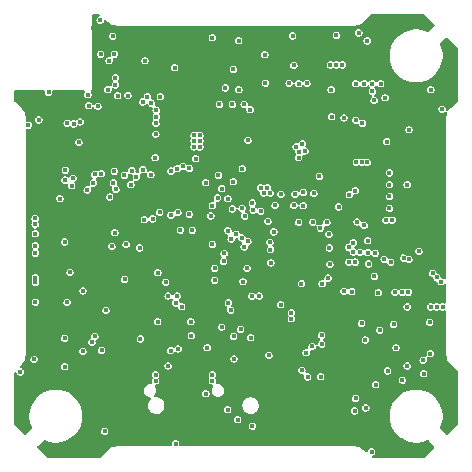
<source format=gbr>
%TF.GenerationSoftware,KiCad,Pcbnew,9.0.0-9.0.0-2~ubuntu24.04.1*%
%TF.CreationDate,2025-03-27T18:59:31+01:00*%
%TF.ProjectId,Kolibri v0.5,4b6f6c69-6272-4692-9076-302e352e6b69,rev?*%
%TF.SameCoordinates,Original*%
%TF.FileFunction,Copper,L2,Inr*%
%TF.FilePolarity,Positive*%
%FSLAX46Y46*%
G04 Gerber Fmt 4.6, Leading zero omitted, Abs format (unit mm)*
G04 Created by KiCad (PCBNEW 9.0.0-9.0.0-2~ubuntu24.04.1) date 2025-03-27 18:59:31*
%MOMM*%
%LPD*%
G01*
G04 APERTURE LIST*
%TA.AperFunction,ComponentPad*%
%ADD10O,1.000000X1.600000*%
%TD*%
%TA.AperFunction,HeatsinkPad*%
%ADD11C,0.500000*%
%TD*%
%TA.AperFunction,ViaPad*%
%ADD12C,0.450000*%
%TD*%
G04 APERTURE END LIST*
D10*
%TO.N,GND*%
%TO.C,J1*%
X91280000Y-116747500D03*
X99920000Y-116747500D03*
%TD*%
D11*
%TO.N,GND*%
%TO.C,U7*%
X108950000Y-87700000D03*
X108950000Y-88800000D03*
%TD*%
%TO.N,GND*%
%TO.C,U6*%
X113512500Y-88387500D03*
X113512500Y-89487500D03*
%TD*%
D12*
%TO.N,GND*%
X94950000Y-96100000D03*
X106500000Y-99870000D03*
X87400000Y-101600000D03*
X110500000Y-85500000D03*
X86770000Y-103422604D03*
X90100000Y-97950000D03*
X83000000Y-108500000D03*
X98700000Y-91900000D03*
X96150000Y-96950000D03*
X108062500Y-88900000D03*
X103000000Y-116875000D03*
X91702513Y-96702513D03*
X113350000Y-108617500D03*
X91117500Y-102750000D03*
X82405546Y-112166206D03*
X106100000Y-115650000D03*
X113700000Y-82100000D03*
X92400000Y-111750000D03*
X101400000Y-117110000D03*
X117050000Y-92100000D03*
X90850000Y-86500000D03*
X116850000Y-97300000D03*
X92400000Y-112250000D03*
X94800000Y-101000000D03*
X84750000Y-95200000D03*
X91200000Y-90100000D03*
X96650000Y-88235000D03*
X117000000Y-108500000D03*
X99200000Y-84200000D03*
X100150000Y-112900000D03*
X89700000Y-114620000D03*
X92400000Y-101350000D03*
X108850000Y-92100000D03*
X105250000Y-84000000D03*
X109500000Y-106200000D03*
X88500000Y-89967500D03*
X106075000Y-110625000D03*
X85700000Y-107350000D03*
X113900000Y-102900000D03*
X105732500Y-94950000D03*
X101500000Y-85500000D03*
X83700000Y-95250000D03*
X105300000Y-100000000D03*
X109950000Y-108800000D03*
X85080000Y-95800000D03*
X101200000Y-95550000D03*
X112165000Y-115985000D03*
X88600000Y-98600000D03*
X91350000Y-83125000D03*
X88600000Y-98200000D03*
X100150000Y-112150000D03*
X104000000Y-102150000D03*
X117000000Y-108000000D03*
X84200000Y-91400000D03*
X108150000Y-93300000D03*
X88002500Y-96700000D03*
X89500000Y-104450000D03*
X89850000Y-92900000D03*
X85484998Y-89150000D03*
X101750000Y-84000000D03*
X94330000Y-107250000D03*
X96300000Y-95750000D03*
X104050000Y-114450000D03*
X98800000Y-111750000D03*
X90100000Y-98950000D03*
X104639412Y-103939412D03*
X118266206Y-111494454D03*
X88500000Y-113500000D03*
X110550000Y-105850000D03*
X85999998Y-97020000D03*
X86550000Y-97500000D03*
X101000000Y-112150000D03*
X84350000Y-108600000D03*
X101000000Y-85500000D03*
X95600000Y-101050000D03*
X91837500Y-105350000D03*
X90150000Y-112150000D03*
X84150000Y-103450000D03*
X97068939Y-94297663D03*
X117594454Y-87833794D03*
X88850000Y-102200000D03*
X88850000Y-92850000D03*
X91250000Y-83750000D03*
X91000000Y-112150000D03*
X102250000Y-106150000D03*
X87900000Y-82400000D03*
X92400000Y-102050000D03*
X112500000Y-100300000D03*
X88650000Y-82600000D03*
X111500000Y-85500000D03*
X92197487Y-97197487D03*
X105550000Y-102900000D03*
X113400000Y-110850000D03*
X96900000Y-102300000D03*
X86700000Y-98450000D03*
X85900000Y-92950000D03*
X87100000Y-96800000D03*
X106700000Y-108700000D03*
X117000000Y-109000000D03*
X98800000Y-112250000D03*
X107967500Y-96382379D03*
X104017500Y-101200000D03*
X108250000Y-92100000D03*
X99837500Y-109450000D03*
X92187500Y-110100000D03*
X83500000Y-108500000D03*
X93850000Y-99200000D03*
X83970000Y-104770000D03*
X114800000Y-94100000D03*
X95700000Y-88150000D03*
X89050000Y-108487500D03*
X101000000Y-112900000D03*
X88050000Y-110158648D03*
X89450000Y-89967500D03*
X98600000Y-84200000D03*
X85750000Y-91350000D03*
X108450000Y-109300000D03*
X103352450Y-95830640D03*
X100215000Y-107060000D03*
X106669064Y-103552000D03*
X88868144Y-100386702D03*
X83700000Y-96400000D03*
X102250000Y-106800000D03*
X89850000Y-91050000D03*
X84350000Y-98000000D03*
X84650000Y-96400000D03*
X104350000Y-88350000D03*
X96600000Y-83000000D03*
X99200000Y-90800000D03*
X108650000Y-92800000D03*
X91000000Y-112900000D03*
X97300000Y-99500000D03*
X90150000Y-112900000D03*
X106800000Y-102584000D03*
X109900000Y-116650000D03*
X90100000Y-98450000D03*
X98182500Y-99550000D03*
X83025000Y-107100000D03*
X88650000Y-85600000D03*
X110150000Y-112800000D03*
X108150000Y-92650000D03*
X110000000Y-91600000D03*
X96550000Y-100700000D03*
X95600000Y-83000000D03*
X115000000Y-99000000D03*
X83700000Y-90700000D03*
X90900000Y-93000000D03*
X95650000Y-87050000D03*
X114750000Y-104000000D03*
X108600000Y-116875000D03*
X88505546Y-118266206D03*
X111000000Y-85500000D03*
X90400000Y-89967500D03*
X105650000Y-117100000D03*
X96150000Y-83125000D03*
X87400000Y-102700000D03*
X99750000Y-90450000D03*
X82300000Y-88600000D03*
X100550000Y-90650000D03*
X86800000Y-98950000D03*
X88600000Y-102800000D03*
X86250000Y-88400000D03*
X103933743Y-100150615D03*
X106681876Y-101013589D03*
X88000000Y-103250000D03*
X100500000Y-85500000D03*
X99851004Y-101750000D03*
X99200000Y-91900000D03*
X108500000Y-108450000D03*
X83000000Y-109000000D03*
X87800000Y-106332500D03*
X83080000Y-92900000D03*
%TO.N,+1V1*%
X102925611Y-101145566D03*
X107950000Y-102400000D03*
X104700000Y-106500000D03*
X104700000Y-107000000D03*
X105300000Y-98832500D03*
%TO.N,+3V3*%
X114500000Y-95650000D03*
X83000000Y-99000000D03*
X97562500Y-109450000D03*
X101250000Y-108610000D03*
X91910000Y-108700000D03*
X106500000Y-98832500D03*
X112750000Y-92000000D03*
X103780000Y-105800000D03*
X102965359Y-102261869D03*
X96180000Y-107250000D03*
X113350000Y-107482500D03*
X98950000Y-102150000D03*
X101975000Y-105075002D03*
X105550000Y-104017500D03*
X93370000Y-107250000D03*
X107917500Y-101000000D03*
X107801522Y-103552000D03*
X105580360Y-111381512D03*
X110140000Y-113750000D03*
X107250000Y-108400000D03*
X102882500Y-100520000D03*
X107250000Y-109150000D03*
X112625000Y-88287500D03*
X112550000Y-101950000D03*
X102714710Y-98756025D03*
X83000000Y-98500000D03*
X105950000Y-109870000D03*
X88050000Y-108487500D03*
X111700000Y-88520000D03*
X87800000Y-109000000D03*
%TO.N,Net-(U1-XIN)*%
X107065002Y-94950000D03*
%TO.N,Net-(C15-Pad2)*%
X106600000Y-96382379D03*
X105700000Y-96302500D03*
%TO.N,+4V5*%
X99350000Y-105650000D03*
X87925000Y-95500000D03*
X103800000Y-96450000D03*
%TO.N,+5V*%
X108500000Y-85500000D03*
X117450000Y-89250000D03*
X98800000Y-95975000D03*
X109000000Y-85500000D03*
X88550000Y-84620000D03*
X110150000Y-87100000D03*
X85500000Y-100500000D03*
X108000000Y-85500000D03*
X110850000Y-87100000D03*
X89700000Y-84600000D03*
X111550000Y-87750000D03*
X102100000Y-95900000D03*
X100235000Y-83450000D03*
X82900000Y-110450000D03*
X112250000Y-87100000D03*
X102650000Y-95900000D03*
X115900000Y-111650000D03*
X83020000Y-99800000D03*
X94800000Y-85750000D03*
X102350000Y-96350000D03*
X88894454Y-116533794D03*
X111550000Y-87100000D03*
X100528824Y-97654690D03*
X84134442Y-87830577D03*
X111105546Y-83466206D03*
X102900000Y-96350000D03*
X89566206Y-83075000D03*
X110050000Y-114800000D03*
%TO.N,+3V3_ELRS*%
X89750000Y-99717500D03*
X98000000Y-100700000D03*
X96045286Y-94257055D03*
X86700000Y-92050000D03*
X93161009Y-93350726D03*
X89705642Y-94508060D03*
X93250000Y-89350000D03*
X90565002Y-103665002D03*
X96300000Y-99500000D03*
X108062500Y-87600000D03*
X89995000Y-88110602D03*
X91572315Y-94988691D03*
X97440002Y-95484998D03*
X87518321Y-88950000D03*
%TO.N,Net-(U3-CAP1)*%
X88309998Y-89020000D03*
%TO.N,VDD3P3*%
X86799538Y-90330408D03*
%TO.N,/ELRS/WIFI_ANTENNA*%
X83316798Y-90168183D03*
%TO.N,Net-(U3-XTAL_N)*%
X89150000Y-87600000D03*
%TO.N,Net-(C39-Pad2)*%
X87471446Y-88028554D03*
%TO.N,Net-(IC1-DCC_FB)*%
X98515000Y-94850000D03*
X95084999Y-97986677D03*
%TO.N,Net-(IC1-VR_PA)*%
X94474998Y-98241000D03*
%TO.N,Net-(IC3-DCC_FB)*%
X95037501Y-105075002D03*
X99600000Y-100250000D03*
X99317500Y-99550000D03*
%TO.N,Net-(IC3-VR_PA)*%
X93384998Y-103100000D03*
%TO.N,Net-(IC5-BOOT)*%
X109150000Y-90000000D03*
%TO.N,Net-(IC5-SW_1)*%
X108100000Y-89900000D03*
%TO.N,+5V_BUCK*%
X99322501Y-96832626D03*
X105300000Y-93350000D03*
X105600000Y-92200000D03*
X105850000Y-92800000D03*
X105100000Y-92450000D03*
X99787500Y-95400000D03*
X105337500Y-92850000D03*
%TO.N,VCC*%
X85700000Y-105600000D03*
X110200000Y-93750000D03*
X111800000Y-101447500D03*
X116650000Y-103150000D03*
X110650000Y-93750000D03*
X117350000Y-103850000D03*
X114650000Y-101950000D03*
X111150000Y-100390000D03*
X113250000Y-98650000D03*
X117000000Y-103500000D03*
X114189412Y-101860588D03*
X112700000Y-98650000D03*
X111100000Y-93750000D03*
X101017500Y-91900000D03*
%TO.N,Net-(IC6-BOOT)*%
X99700000Y-88850000D03*
%TO.N,Net-(IC6-SW_1)*%
X98600000Y-88850000D03*
%TO.N,+10V*%
X96450000Y-92450000D03*
X89800000Y-87200000D03*
X96450000Y-91950000D03*
X96950000Y-91950000D03*
X96950000Y-91450000D03*
X85950000Y-103050000D03*
X114600000Y-104750000D03*
X96950000Y-92450000D03*
X114100000Y-104750000D03*
X116500000Y-106000000D03*
X96450000Y-91450000D03*
X93600000Y-88200000D03*
X89800000Y-86600000D03*
X117500000Y-106000000D03*
X117000000Y-106000000D03*
%TO.N,/ADC/VBat_HI*%
X99837500Y-110399998D03*
X111150000Y-101400000D03*
X112050000Y-104800000D03*
%TO.N,/Video.In*%
X114500000Y-111000000D03*
%TO.N,Net-(U5-VIN)*%
X106450000Y-109350000D03*
%TO.N,Net-(U5-CLKIN)*%
X112173750Y-107973750D03*
%TO.N,Net-(U5-XFB)*%
X110965002Y-108800000D03*
%TO.N,Net-(D1-DOUT)*%
X116450000Y-109950000D03*
X100401509Y-107887149D03*
%TO.N,Net-(D3-DOUT)*%
X111494454Y-118266206D03*
X94900000Y-117575000D03*
%TO.N,Net-(D5-DOUT)*%
X82425000Y-90613746D03*
X81733793Y-111494456D03*
%TO.N,Net-(D7-DOUT)*%
X88505546Y-81733794D03*
X110400000Y-82800000D03*
%TO.N,/Connectors/LED*%
X108500000Y-83000000D03*
X116500000Y-87600000D03*
%TO.N,/ELRS/LED_RGB*%
X90550000Y-94850000D03*
%TO.N,/Spk.+*%
X87050000Y-104650000D03*
X83025000Y-103525000D03*
X83020000Y-103925000D03*
%TO.N,/Spk.-*%
X89000000Y-106300000D03*
X83020000Y-100810000D03*
X83020000Y-101450000D03*
%TO.N,Net-(D18-A)*%
X92800000Y-94800000D03*
%TO.N,/ELRS/RADIO_RST*%
X93550000Y-97975000D03*
X88063303Y-94785001D03*
%TO.N,/ELRS/RADIO_BUSY*%
X87400000Y-96100000D03*
X98010000Y-97415002D03*
%TO.N,/ELRS/RADIO_DIO1*%
X98439254Y-96771449D03*
X86250000Y-90500000D03*
%TO.N,/ELRS/RADIO_MISO*%
X85522492Y-95264361D03*
X95516382Y-94099448D03*
X92950000Y-98550000D03*
%TO.N,/ELRS/RADIO_MOSI*%
X95015002Y-94300000D03*
X86217049Y-95090597D03*
X95300000Y-99500000D03*
%TO.N,Net-(IC1-DCC_SW)*%
X96587500Y-93450000D03*
%TO.N,Net-(IC1-XTA)*%
X96050000Y-98150000D03*
%TO.N,Net-(IC1-XTB)*%
X97880723Y-98291201D03*
%TO.N,/ELRS/RADIO_SCK*%
X92250000Y-98600000D03*
X86088113Y-95727684D03*
X94500000Y-94500000D03*
%TO.N,/ELRS/RADIO_NSS*%
X88598419Y-94712517D03*
X91100000Y-95650000D03*
%TO.N,/ELRS/POWER_RXEN*%
X89835021Y-96038491D03*
%TO.N,/ELRS/POWER_TXEN*%
X89625000Y-95494912D03*
X89315002Y-96700000D03*
%TO.N,/ELRS/RADIO_NSS_2*%
X91850000Y-100999998D03*
X92850000Y-88750000D03*
%TO.N,/ELRS/RADIO_BUSY_2*%
X85713365Y-90439786D03*
X98200000Y-102734998D03*
%TO.N,/ELRS/RADIO_DIO1_2*%
X85559468Y-94420705D03*
X98991811Y-101475764D03*
%TO.N,/ELRS/RADIO_RST_2*%
X89250000Y-85150000D03*
X94900000Y-105650000D03*
%TO.N,/ELRS/POWER_RXEN_2*%
X89497500Y-100850000D03*
X93223534Y-91360294D03*
%TO.N,/ELRS/POWER_TXEN_2*%
X90700000Y-100700000D03*
X93215000Y-90441742D03*
%TO.N,Net-(IC5-FB)*%
X110142855Y-90194390D03*
%TO.N,Net-(IC5-RT{slash}SYNC)*%
X110700000Y-90450000D03*
%TO.N,Net-(IC6-FB)*%
X100700000Y-88850000D03*
%TO.N,Net-(IC6-RT{slash}SYNC)*%
X101200000Y-89300000D03*
%TO.N,Net-(J1-CC2)*%
X97450000Y-113350000D03*
X101400000Y-116090000D03*
%TO.N,+5V_USB*%
X98000000Y-112250000D03*
X99700000Y-97700000D03*
X93200000Y-111750000D03*
X98000000Y-111750000D03*
X93200000Y-112250000D03*
X102800000Y-110100000D03*
%TO.N,/USB.D+*%
X99300000Y-114700000D03*
X100150000Y-115550000D03*
%TO.N,/Motor.3*%
X100738175Y-98309565D03*
X113000000Y-95650000D03*
%TO.N,/Motor.1*%
X113000000Y-97650000D03*
X100500000Y-100150000D03*
%TO.N,/Motor.4*%
X101450025Y-97809565D03*
X113000000Y-94650000D03*
%TO.N,/Motor.2*%
X100027339Y-99866150D03*
X113000000Y-96650000D03*
%TO.N,/Connectors/Curr_ESC*%
X113100000Y-102200000D03*
X99800000Y-108500000D03*
X114650000Y-91000000D03*
%TO.N,/U1.TX*%
X104900000Y-85550000D03*
X110850000Y-99100000D03*
X106000000Y-87050000D03*
%TO.N,/U1.RX*%
X105300000Y-87100000D03*
X110250000Y-98800000D03*
X104800000Y-83050000D03*
%TO.N,/I2C0.SDA*%
X88617967Y-109678648D03*
X99775000Y-85875000D03*
X101003606Y-100438526D03*
%TO.N,/I2C0.SCL*%
X92300000Y-85150000D03*
X102450000Y-84650000D03*
X100700000Y-100909267D03*
X87050000Y-109750000D03*
%TO.N,/U2.TX*%
X100250000Y-87600000D03*
X110100000Y-96150000D03*
X98000000Y-83200000D03*
%TO.N,/U2.RX*%
X99100000Y-87450000D03*
X109600000Y-96500000D03*
%TO.N,/SWDIO*%
X105000000Y-96450000D03*
X102500000Y-87050000D03*
%TO.N,/SWCLK*%
X104500000Y-87050000D03*
X104900000Y-97400000D03*
%TO.N,/SD_DAT.0*%
X100600000Y-103850000D03*
X107301992Y-104035000D03*
X110100000Y-102200000D03*
%TO.N,/SD_DAT.3*%
X94250000Y-105075002D03*
X109950000Y-101350000D03*
X99551613Y-106271084D03*
%TO.N,/RP2350/SD_SCLK*%
X98200000Y-103750000D03*
X109950000Y-100550000D03*
%TO.N,/RP2350/SD_CMD*%
X95400000Y-105980000D03*
X109550000Y-100950000D03*
%TO.N,/SD_DAT.2*%
X110515000Y-101376000D03*
X98800000Y-107700000D03*
X94050000Y-103900000D03*
%TO.N,/PWM.1*%
X85090266Y-96832133D03*
%TO.N,/PWM.2*%
X83020000Y-105600000D03*
X92116103Y-94382695D03*
%TO.N,/PWM.3*%
X116400000Y-107300000D03*
X92100000Y-88650000D03*
%TO.N,/PWM.4*%
X115500000Y-101300000D03*
X93253338Y-89903102D03*
%TO.N,/U0.TX*%
X92500000Y-88200000D03*
X85500000Y-108650000D03*
X109150000Y-104675000D03*
%TO.N,/U0.RX*%
X109800000Y-104700000D03*
X90845000Y-88100000D03*
X85500000Y-111050000D03*
%TO.N,/Video.Out*%
X113450000Y-104750000D03*
X114500000Y-106000000D03*
%TO.N,Net-(U1-XOUT)*%
X105701178Y-97415001D03*
%TO.N,Net-(U4-PR1)*%
X100550000Y-94300000D03*
%TO.N,Net-(U5-HSYNC)*%
X106074064Y-111915995D03*
%TO.N,Net-(U5-VSYNC)*%
X107181855Y-111910000D03*
%TO.N,Net-(U5-LOS)*%
X111825000Y-112575000D03*
%TO.N,Net-(U1-QSPI_SS)*%
X110640002Y-107400000D03*
X111000000Y-114550000D03*
%TO.N,/ELRS/ELRS_BUTTON*%
X91185094Y-94454135D03*
%TO.N,/SD_DAT.1*%
X109550000Y-102200000D03*
%TO.N,/ADC.VBat*%
X111711504Y-103401728D03*
X101325098Y-105086471D03*
%TO.N,/Gyro/Int*%
X96225000Y-108425000D03*
X103208671Y-99638402D03*
%TO.N,/RP2350/Gyro_SS*%
X94250000Y-111000000D03*
X103312955Y-97382379D03*
%TO.N,/ADC.Curr*%
X100949159Y-102722257D03*
X111246066Y-102350000D03*
%TO.N,/SPI1.SCLK*%
X112850000Y-111415002D03*
X107158731Y-99334954D03*
%TO.N,/SPI1.MISO*%
X114100000Y-112200000D03*
X107877570Y-99851594D03*
%TO.N,/SPI1.MOSI*%
X115850000Y-110500000D03*
X108700000Y-97525002D03*
%TO.N,/RP2350/OSD_SS*%
X113550000Y-109450000D03*
X107700000Y-98850000D03*
%TO.N,/SPI0.SCLK*%
X101380319Y-97198143D03*
X94464353Y-109690450D03*
%TO.N,/SPI0.SDX*%
X102085000Y-97900000D03*
X95099000Y-109550000D03*
%TD*%
%TA.AperFunction,Conductor*%
%TO.N,GND*%
G36*
X88405126Y-81220185D02*
G01*
X88450881Y-81272989D01*
X88460825Y-81342147D01*
X88431800Y-81405703D01*
X88390615Y-81435399D01*
X88390807Y-81435730D01*
X88387545Y-81437613D01*
X88385536Y-81439062D01*
X88383766Y-81439794D01*
X88311831Y-81481328D01*
X88311822Y-81481334D01*
X88253086Y-81540070D01*
X88253080Y-81540079D01*
X88211549Y-81612010D01*
X88211548Y-81612011D01*
X88211547Y-81612016D01*
X88190046Y-81692258D01*
X88190046Y-81775330D01*
X88202198Y-81820681D01*
X88211548Y-81855576D01*
X88211549Y-81855577D01*
X88246255Y-81915687D01*
X88253084Y-81927515D01*
X88311825Y-81986256D01*
X88347796Y-82007024D01*
X88383762Y-82027790D01*
X88383763Y-82027791D01*
X88383765Y-82027791D01*
X88383768Y-82027793D01*
X88464010Y-82049294D01*
X88464013Y-82049294D01*
X88547079Y-82049294D01*
X88547082Y-82049294D01*
X88627324Y-82027793D01*
X88627326Y-82027791D01*
X88627328Y-82027791D01*
X88627329Y-82027790D01*
X88629115Y-82026759D01*
X88699267Y-81986256D01*
X88758008Y-81927515D01*
X88799545Y-81855572D01*
X88819668Y-81780470D01*
X88822825Y-81775290D01*
X88823259Y-81769233D01*
X88840799Y-81745802D01*
X88856030Y-81720814D01*
X88861492Y-81718160D01*
X88865131Y-81713300D01*
X88892550Y-81703073D01*
X88918877Y-81690284D01*
X88924906Y-81691004D01*
X88930595Y-81688883D01*
X88959190Y-81695103D01*
X88988252Y-81698578D01*
X88994452Y-81702774D01*
X88998868Y-81703735D01*
X89027122Y-81724886D01*
X89122917Y-81820681D01*
X89151118Y-81848882D01*
X89217927Y-81915690D01*
X89370801Y-82026760D01*
X89389772Y-82036426D01*
X89539163Y-82112545D01*
X89539165Y-82112545D01*
X89539168Y-82112547D01*
X89573312Y-82123641D01*
X89718881Y-82170940D01*
X89905514Y-82200500D01*
X89905519Y-82200500D01*
X110094486Y-82200500D01*
X110281118Y-82170940D01*
X110460832Y-82112547D01*
X110629199Y-82026760D01*
X110782073Y-81915690D01*
X110848882Y-81848882D01*
X110877083Y-81820681D01*
X111460945Y-81236819D01*
X111522268Y-81203334D01*
X111548626Y-81200500D01*
X115865588Y-81200500D01*
X115932627Y-81220185D01*
X115953269Y-81236819D01*
X116778768Y-82062318D01*
X116812253Y-82123641D01*
X116807269Y-82193333D01*
X116778768Y-82237680D01*
X116327609Y-82688839D01*
X116266286Y-82722324D01*
X116196594Y-82717340D01*
X116190653Y-82714947D01*
X116005246Y-82634638D01*
X116005242Y-82634637D01*
X116005238Y-82634635D01*
X115721006Y-82553797D01*
X115720999Y-82553796D01*
X115720996Y-82553795D01*
X115611344Y-82537735D01*
X115428597Y-82510969D01*
X115428588Y-82510968D01*
X115133102Y-82506902D01*
X115133093Y-82506902D01*
X114839628Y-82541663D01*
X114839616Y-82541665D01*
X114553263Y-82614652D01*
X114278956Y-82724604D01*
X114021453Y-82869619D01*
X113785226Y-83047180D01*
X113785223Y-83047183D01*
X113574348Y-83254224D01*
X113574343Y-83254229D01*
X113392483Y-83487151D01*
X113392482Y-83487152D01*
X113242768Y-83741944D01*
X113242767Y-83741947D01*
X113242765Y-83741951D01*
X113136006Y-83994758D01*
X113127797Y-84014197D01*
X113049567Y-84299167D01*
X113049566Y-84299173D01*
X113049566Y-84299174D01*
X113009425Y-84591958D01*
X113008408Y-84813714D01*
X113008069Y-84887487D01*
X113045520Y-85180610D01*
X113045523Y-85180623D01*
X113121134Y-85466299D01*
X113121134Y-85466300D01*
X113233601Y-85739591D01*
X113380973Y-85995752D01*
X113530174Y-86190500D01*
X113560695Y-86230339D01*
X113769661Y-86439305D01*
X113820459Y-86478222D01*
X114004247Y-86619026D01*
X114043369Y-86641533D01*
X114260409Y-86766399D01*
X114533696Y-86878864D01*
X114819382Y-86954478D01*
X114819387Y-86954478D01*
X114819389Y-86954479D01*
X115112512Y-86991930D01*
X115112514Y-86991929D01*
X115112522Y-86991931D01*
X115408042Y-86990575D01*
X115700826Y-86950434D01*
X115985806Y-86872202D01*
X116258049Y-86757235D01*
X116512842Y-86607521D01*
X116745775Y-86425652D01*
X116952816Y-86214777D01*
X117130380Y-85978547D01*
X117275393Y-85721049D01*
X117385346Y-85446742D01*
X117458336Y-85160375D01*
X117493098Y-84866903D01*
X117489031Y-84571408D01*
X117446205Y-84279004D01*
X117365362Y-83994754D01*
X117285055Y-83809355D01*
X117276472Y-83740016D01*
X117306740Y-83677042D01*
X117311138Y-83672410D01*
X117762322Y-83221227D01*
X117823641Y-83187745D01*
X117893333Y-83192729D01*
X117937680Y-83221230D01*
X118763181Y-84046731D01*
X118796666Y-84108054D01*
X118799500Y-84134412D01*
X118799500Y-88451374D01*
X118779815Y-88518413D01*
X118763181Y-88539055D01*
X118179319Y-89122917D01*
X118164247Y-89137989D01*
X118151116Y-89151120D01*
X118084312Y-89217924D01*
X117989818Y-89347983D01*
X117934487Y-89390648D01*
X117864874Y-89396627D01*
X117803079Y-89364021D01*
X117768722Y-89303182D01*
X117765500Y-89275097D01*
X117765500Y-89208466D01*
X117765500Y-89208464D01*
X117743999Y-89128222D01*
X117743997Y-89128219D01*
X117743997Y-89128217D01*
X117743996Y-89128216D01*
X117711413Y-89071782D01*
X117702462Y-89056279D01*
X117643721Y-88997538D01*
X117640496Y-88995676D01*
X117571783Y-88956003D01*
X117571782Y-88956002D01*
X117565201Y-88954238D01*
X117491536Y-88934500D01*
X117408464Y-88934500D01*
X117352058Y-88949613D01*
X117328217Y-88956002D01*
X117328216Y-88956003D01*
X117256285Y-88997534D01*
X117256276Y-88997540D01*
X117197540Y-89056276D01*
X117197534Y-89056285D01*
X117156003Y-89128216D01*
X117156002Y-89128217D01*
X117149866Y-89151118D01*
X117134500Y-89208464D01*
X117134500Y-89291536D01*
X117154238Y-89365201D01*
X117156002Y-89371782D01*
X117156003Y-89371783D01*
X117176029Y-89406467D01*
X117197538Y-89443721D01*
X117256279Y-89502462D01*
X117292250Y-89523230D01*
X117328216Y-89543996D01*
X117328217Y-89543997D01*
X117328219Y-89543997D01*
X117328222Y-89543999D01*
X117408464Y-89565500D01*
X117408467Y-89565500D01*
X117491533Y-89565500D01*
X117491536Y-89565500D01*
X117571778Y-89543999D01*
X117571780Y-89543997D01*
X117571782Y-89543997D01*
X117571783Y-89543996D01*
X117643721Y-89502462D01*
X117657211Y-89488971D01*
X117718530Y-89455487D01*
X117788222Y-89460470D01*
X117844156Y-89502340D01*
X117868575Y-89567804D01*
X117862822Y-89614971D01*
X117829060Y-89718877D01*
X117829060Y-89718880D01*
X117799500Y-89905513D01*
X117799500Y-103553955D01*
X117779815Y-103620994D01*
X117727011Y-103666749D01*
X117657853Y-103676693D01*
X117594297Y-103647668D01*
X117587819Y-103641636D01*
X117543723Y-103597540D01*
X117543721Y-103597538D01*
X117540091Y-103595442D01*
X117471783Y-103556003D01*
X117471782Y-103556002D01*
X117460903Y-103553087D01*
X117400717Y-103536960D01*
X117341059Y-103500595D01*
X117313039Y-103449282D01*
X117293999Y-103378222D01*
X117289832Y-103371005D01*
X117252465Y-103306285D01*
X117252462Y-103306279D01*
X117193721Y-103247538D01*
X117174603Y-103236500D01*
X117121783Y-103206003D01*
X117121782Y-103206002D01*
X117110903Y-103203087D01*
X117050717Y-103186960D01*
X116991059Y-103150595D01*
X116963039Y-103099282D01*
X116943999Y-103028222D01*
X116937090Y-103016256D01*
X116915128Y-102978217D01*
X116902462Y-102956279D01*
X116843721Y-102897538D01*
X116840496Y-102895676D01*
X116771783Y-102856003D01*
X116771782Y-102856002D01*
X116765201Y-102854238D01*
X116691536Y-102834500D01*
X116608464Y-102834500D01*
X116559821Y-102847534D01*
X116528217Y-102856002D01*
X116528216Y-102856003D01*
X116456285Y-102897534D01*
X116456276Y-102897540D01*
X116397540Y-102956276D01*
X116397534Y-102956285D01*
X116356003Y-103028216D01*
X116356002Y-103028217D01*
X116356001Y-103028222D01*
X116334500Y-103108464D01*
X116334500Y-103191536D01*
X116352310Y-103258002D01*
X116356002Y-103271782D01*
X116356003Y-103271783D01*
X116375920Y-103306279D01*
X116397538Y-103343721D01*
X116456279Y-103402462D01*
X116478861Y-103415500D01*
X116528216Y-103443996D01*
X116528217Y-103443996D01*
X116528222Y-103443999D01*
X116599281Y-103463039D01*
X116658940Y-103499403D01*
X116686960Y-103550717D01*
X116696012Y-103584500D01*
X116706002Y-103621782D01*
X116706003Y-103621783D01*
X116737707Y-103676693D01*
X116747538Y-103693721D01*
X116806279Y-103752462D01*
X116842250Y-103773230D01*
X116878216Y-103793996D01*
X116878217Y-103793996D01*
X116878222Y-103793999D01*
X116949281Y-103813039D01*
X117008940Y-103849403D01*
X117036960Y-103900717D01*
X117047897Y-103941533D01*
X117056002Y-103971782D01*
X117056003Y-103971783D01*
X117073718Y-104002465D01*
X117097538Y-104043721D01*
X117156279Y-104102462D01*
X117192250Y-104123230D01*
X117228216Y-104143996D01*
X117228217Y-104143997D01*
X117228219Y-104143997D01*
X117228222Y-104143999D01*
X117308464Y-104165500D01*
X117308467Y-104165500D01*
X117391533Y-104165500D01*
X117391536Y-104165500D01*
X117471778Y-104143999D01*
X117471780Y-104143997D01*
X117471782Y-104143997D01*
X117471783Y-104143996D01*
X117479948Y-104139282D01*
X117543721Y-104102462D01*
X117587819Y-104058364D01*
X117649142Y-104024879D01*
X117718834Y-104029863D01*
X117774767Y-104071735D01*
X117799184Y-104137199D01*
X117799500Y-104146045D01*
X117799500Y-105594036D01*
X117779815Y-105661075D01*
X117727011Y-105706830D01*
X117657853Y-105716774D01*
X117628055Y-105708600D01*
X117621785Y-105706003D01*
X117621778Y-105706001D01*
X117541536Y-105684500D01*
X117458464Y-105684500D01*
X117384798Y-105704238D01*
X117378218Y-105706002D01*
X117312000Y-105744234D01*
X117244100Y-105760707D01*
X117188000Y-105744234D01*
X117121781Y-105706002D01*
X117121782Y-105706002D01*
X117115201Y-105704238D01*
X117041536Y-105684500D01*
X116958464Y-105684500D01*
X116884798Y-105704238D01*
X116878218Y-105706002D01*
X116812000Y-105744234D01*
X116744100Y-105760707D01*
X116688000Y-105744234D01*
X116621781Y-105706002D01*
X116621782Y-105706002D01*
X116615201Y-105704238D01*
X116541536Y-105684500D01*
X116458464Y-105684500D01*
X116402058Y-105699613D01*
X116378217Y-105706002D01*
X116378216Y-105706003D01*
X116306285Y-105747534D01*
X116306276Y-105747540D01*
X116247540Y-105806276D01*
X116247534Y-105806285D01*
X116206003Y-105878216D01*
X116206002Y-105878217D01*
X116200500Y-105898751D01*
X116184500Y-105958464D01*
X116184500Y-106041536D01*
X116194100Y-106077363D01*
X116206002Y-106121782D01*
X116206003Y-106121783D01*
X116238589Y-106178222D01*
X116247538Y-106193721D01*
X116306279Y-106252462D01*
X116342250Y-106273230D01*
X116378216Y-106293996D01*
X116378217Y-106293997D01*
X116378219Y-106293997D01*
X116378222Y-106293999D01*
X116458464Y-106315500D01*
X116458467Y-106315500D01*
X116541533Y-106315500D01*
X116541536Y-106315500D01*
X116621778Y-106293999D01*
X116621780Y-106293997D01*
X116621782Y-106293997D01*
X116621783Y-106293996D01*
X116687999Y-106255766D01*
X116755898Y-106239292D01*
X116812001Y-106255766D01*
X116878216Y-106293996D01*
X116878217Y-106293997D01*
X116878219Y-106293997D01*
X116878222Y-106293999D01*
X116958464Y-106315500D01*
X116958467Y-106315500D01*
X117041533Y-106315500D01*
X117041536Y-106315500D01*
X117121778Y-106293999D01*
X117121780Y-106293997D01*
X117121782Y-106293997D01*
X117121783Y-106293996D01*
X117187999Y-106255766D01*
X117255898Y-106239292D01*
X117312001Y-106255766D01*
X117378216Y-106293996D01*
X117378217Y-106293997D01*
X117378219Y-106293997D01*
X117378222Y-106293999D01*
X117458464Y-106315500D01*
X117458467Y-106315500D01*
X117541533Y-106315500D01*
X117541536Y-106315500D01*
X117621778Y-106293999D01*
X117621787Y-106293993D01*
X117628047Y-106291402D01*
X117697517Y-106283933D01*
X117759996Y-106315208D01*
X117795648Y-106375297D01*
X117799500Y-106405963D01*
X117799500Y-110094486D01*
X117829059Y-110281118D01*
X117887454Y-110460836D01*
X117940698Y-110565332D01*
X117969461Y-110621783D01*
X117973242Y-110629202D01*
X118084304Y-110782066D01*
X118084309Y-110782072D01*
X118122913Y-110820678D01*
X118122917Y-110820681D01*
X118763181Y-111460945D01*
X118796666Y-111522268D01*
X118799500Y-111548626D01*
X118799500Y-115865588D01*
X118779815Y-115932627D01*
X118763181Y-115953269D01*
X117937681Y-116778769D01*
X117876358Y-116812254D01*
X117806666Y-116807270D01*
X117762319Y-116778769D01*
X117311159Y-116327609D01*
X117277674Y-116266286D01*
X117282658Y-116196594D01*
X117285041Y-116190676D01*
X117365362Y-116005246D01*
X117446205Y-115720996D01*
X117489031Y-115428592D01*
X117493098Y-115133097D01*
X117458336Y-114839625D01*
X117453788Y-114821783D01*
X117411572Y-114656152D01*
X117385346Y-114553258D01*
X117275393Y-114278951D01*
X117130380Y-114021453D01*
X117127921Y-114018182D01*
X116952819Y-113785226D01*
X116952816Y-113785223D01*
X116745775Y-113574348D01*
X116745770Y-113574343D01*
X116512848Y-113392483D01*
X116512847Y-113392482D01*
X116258055Y-113242768D01*
X116258052Y-113242767D01*
X116258053Y-113242767D01*
X116258049Y-113242765D01*
X115985806Y-113127798D01*
X115875584Y-113097540D01*
X115700832Y-113049567D01*
X115700827Y-113049566D01*
X115700826Y-113049566D01*
X115408042Y-113009425D01*
X115112522Y-113008069D01*
X115112521Y-113008069D01*
X115112512Y-113008069D01*
X114819389Y-113045520D01*
X114819376Y-113045523D01*
X114533700Y-113121134D01*
X114533699Y-113121134D01*
X114260408Y-113233601D01*
X114004247Y-113380973D01*
X113769663Y-113560693D01*
X113560693Y-113769663D01*
X113380973Y-114004247D01*
X113233601Y-114260408D01*
X113121134Y-114533699D01*
X113121134Y-114533700D01*
X113045523Y-114819376D01*
X113045520Y-114819389D01*
X113008069Y-115112512D01*
X113008069Y-115112521D01*
X113008069Y-115112522D01*
X113009425Y-115408042D01*
X113045584Y-115671782D01*
X113049566Y-115700824D01*
X113049567Y-115700832D01*
X113088869Y-115843997D01*
X113127798Y-115985806D01*
X113242765Y-116258049D01*
X113242767Y-116258052D01*
X113242768Y-116258055D01*
X113392482Y-116512847D01*
X113392483Y-116512848D01*
X113574343Y-116745770D01*
X113574348Y-116745775D01*
X113785223Y-116952816D01*
X113785226Y-116952819D01*
X113966323Y-117088941D01*
X114021453Y-117130380D01*
X114278951Y-117275393D01*
X114553258Y-117385346D01*
X114691519Y-117420586D01*
X114839616Y-117458334D01*
X114839619Y-117458334D01*
X114839625Y-117458336D01*
X115133097Y-117493098D01*
X115428592Y-117489031D01*
X115720996Y-117446205D01*
X116005246Y-117365362D01*
X116190644Y-117285055D01*
X116259982Y-117276472D01*
X116322955Y-117306740D01*
X116327609Y-117311159D01*
X116778769Y-117762319D01*
X116812254Y-117823642D01*
X116807270Y-117893334D01*
X116778769Y-117937681D01*
X115953269Y-118763181D01*
X115891946Y-118796666D01*
X115865588Y-118799500D01*
X111661913Y-118799500D01*
X111594874Y-118779815D01*
X111549119Y-118727011D01*
X111539175Y-118657853D01*
X111568200Y-118594297D01*
X111609384Y-118564600D01*
X111609193Y-118564270D01*
X111612454Y-118562386D01*
X111614464Y-118560938D01*
X111616233Y-118560205D01*
X111641888Y-118545392D01*
X111688175Y-118518668D01*
X111746916Y-118459927D01*
X111788453Y-118387984D01*
X111809954Y-118307742D01*
X111809954Y-118224670D01*
X111788453Y-118144428D01*
X111788451Y-118144425D01*
X111788451Y-118144423D01*
X111788450Y-118144422D01*
X111753743Y-118084310D01*
X111746916Y-118072485D01*
X111688175Y-118013744D01*
X111684950Y-118011882D01*
X111616237Y-117972209D01*
X111616236Y-117972208D01*
X111609655Y-117970444D01*
X111535990Y-117950706D01*
X111452918Y-117950706D01*
X111396512Y-117965819D01*
X111372671Y-117972208D01*
X111372670Y-117972209D01*
X111300739Y-118013740D01*
X111300730Y-118013746D01*
X111241994Y-118072482D01*
X111241988Y-118072491D01*
X111200457Y-118144422D01*
X111200456Y-118144423D01*
X111200455Y-118144428D01*
X111180331Y-118219527D01*
X111177173Y-118224710D01*
X111176740Y-118230766D01*
X111159201Y-118254194D01*
X111143968Y-118279186D01*
X111138506Y-118281839D01*
X111134868Y-118286699D01*
X111107448Y-118296926D01*
X111081121Y-118309715D01*
X111075092Y-118308994D01*
X111069404Y-118311116D01*
X111040804Y-118304894D01*
X111011745Y-118301420D01*
X111005546Y-118297224D01*
X111001131Y-118296264D01*
X110972877Y-118275113D01*
X110820681Y-118122917D01*
X110820678Y-118122913D01*
X110782072Y-118084309D01*
X110782066Y-118084304D01*
X110629202Y-117973242D01*
X110629201Y-117973241D01*
X110629199Y-117973240D01*
X110576620Y-117946450D01*
X110460836Y-117887454D01*
X110281118Y-117829059D01*
X110094486Y-117799500D01*
X110094481Y-117799500D01*
X110039882Y-117799500D01*
X95328074Y-117799500D01*
X95261035Y-117779815D01*
X95215280Y-117727011D01*
X95205336Y-117657853D01*
X95208300Y-117643405D01*
X95215500Y-117616536D01*
X95215500Y-117533464D01*
X95193999Y-117453222D01*
X95193997Y-117453219D01*
X95193997Y-117453217D01*
X95193996Y-117453216D01*
X95173230Y-117417250D01*
X95152462Y-117381279D01*
X95093721Y-117322538D01*
X95089284Y-117319976D01*
X95021783Y-117281003D01*
X95021782Y-117281002D01*
X95015201Y-117279238D01*
X94941536Y-117259500D01*
X94858464Y-117259500D01*
X94802058Y-117274613D01*
X94778217Y-117281002D01*
X94778216Y-117281003D01*
X94706285Y-117322534D01*
X94706276Y-117322540D01*
X94647540Y-117381276D01*
X94647534Y-117381285D01*
X94606003Y-117453216D01*
X94606002Y-117453217D01*
X94597659Y-117484353D01*
X94584500Y-117533464D01*
X94584500Y-117533466D01*
X94584500Y-117616537D01*
X94591700Y-117643405D01*
X94590039Y-117713255D01*
X94550877Y-117771118D01*
X94486649Y-117798623D01*
X94471926Y-117799500D01*
X89905514Y-117799500D01*
X89718881Y-117829059D01*
X89539163Y-117887454D01*
X89370800Y-117973240D01*
X89217926Y-118084310D01*
X89217923Y-118084313D01*
X89161881Y-118140352D01*
X89161877Y-118140358D01*
X88539055Y-118763181D01*
X88477732Y-118796666D01*
X88451374Y-118799500D01*
X84134412Y-118799500D01*
X84067373Y-118779815D01*
X84046731Y-118763181D01*
X83221230Y-117937680D01*
X83187745Y-117876357D01*
X83192729Y-117806665D01*
X83221226Y-117762323D01*
X83672391Y-117311157D01*
X83733712Y-117277674D01*
X83803404Y-117282658D01*
X83809353Y-117285054D01*
X83994754Y-117365362D01*
X84279004Y-117446205D01*
X84571408Y-117489031D01*
X84866903Y-117493098D01*
X85160375Y-117458336D01*
X85446742Y-117385346D01*
X85721049Y-117275393D01*
X85978547Y-117130380D01*
X86214777Y-116952816D01*
X86425652Y-116745775D01*
X86439908Y-116727517D01*
X86496077Y-116655576D01*
X86607521Y-116512842D01*
X86619616Y-116492258D01*
X88578954Y-116492258D01*
X88578954Y-116575330D01*
X88598692Y-116648995D01*
X88600456Y-116655576D01*
X88600457Y-116655577D01*
X88640130Y-116724290D01*
X88641992Y-116727515D01*
X88700733Y-116786256D01*
X88717288Y-116795814D01*
X88772670Y-116827790D01*
X88772671Y-116827791D01*
X88772673Y-116827791D01*
X88772676Y-116827793D01*
X88852918Y-116849294D01*
X88852921Y-116849294D01*
X88935987Y-116849294D01*
X88935990Y-116849294D01*
X89016232Y-116827793D01*
X89016234Y-116827791D01*
X89016236Y-116827791D01*
X89016237Y-116827790D01*
X89022443Y-116824207D01*
X89088175Y-116786256D01*
X89146916Y-116727515D01*
X89188453Y-116655572D01*
X89209954Y-116575330D01*
X89209954Y-116492258D01*
X89188453Y-116412016D01*
X89188451Y-116412013D01*
X89188451Y-116412011D01*
X89188450Y-116412010D01*
X89148295Y-116342462D01*
X89146916Y-116340073D01*
X89088175Y-116281332D01*
X89065082Y-116267999D01*
X89016237Y-116239797D01*
X89016236Y-116239796D01*
X89009655Y-116238032D01*
X88935990Y-116218294D01*
X88852918Y-116218294D01*
X88796512Y-116233407D01*
X88772671Y-116239796D01*
X88772670Y-116239797D01*
X88700739Y-116281328D01*
X88700730Y-116281334D01*
X88641994Y-116340070D01*
X88641988Y-116340079D01*
X88600457Y-116412010D01*
X88600456Y-116412011D01*
X88597964Y-116421311D01*
X88578954Y-116492258D01*
X86619616Y-116492258D01*
X86757235Y-116258049D01*
X86845742Y-116048464D01*
X101084500Y-116048464D01*
X101084500Y-116131536D01*
X101104238Y-116205201D01*
X101106002Y-116211782D01*
X101106003Y-116211783D01*
X101137472Y-116266286D01*
X101147538Y-116283721D01*
X101206279Y-116342462D01*
X101241888Y-116363021D01*
X101278216Y-116383996D01*
X101278217Y-116383997D01*
X101278219Y-116383997D01*
X101278222Y-116383999D01*
X101358464Y-116405500D01*
X101358467Y-116405500D01*
X101441533Y-116405500D01*
X101441536Y-116405500D01*
X101521778Y-116383999D01*
X101521780Y-116383997D01*
X101521782Y-116383997D01*
X101521783Y-116383996D01*
X101524265Y-116382563D01*
X101593721Y-116342462D01*
X101652462Y-116283721D01*
X101693999Y-116211778D01*
X101715500Y-116131536D01*
X101715500Y-116048464D01*
X101693999Y-115968222D01*
X101693997Y-115968219D01*
X101693997Y-115968217D01*
X101693996Y-115968216D01*
X101666770Y-115921061D01*
X101652462Y-115896279D01*
X101593721Y-115837538D01*
X101590496Y-115835676D01*
X101521783Y-115796003D01*
X101521782Y-115796002D01*
X101515201Y-115794238D01*
X101441536Y-115774500D01*
X101358464Y-115774500D01*
X101302058Y-115789613D01*
X101278217Y-115796002D01*
X101278216Y-115796003D01*
X101206285Y-115837534D01*
X101206276Y-115837540D01*
X101147540Y-115896276D01*
X101147534Y-115896285D01*
X101106003Y-115968216D01*
X101106002Y-115968217D01*
X101106001Y-115968222D01*
X101084500Y-116048464D01*
X86845742Y-116048464D01*
X86872202Y-115985806D01*
X86950434Y-115700826D01*
X86976807Y-115508464D01*
X99834500Y-115508464D01*
X99834500Y-115591536D01*
X99854238Y-115665201D01*
X99856002Y-115671782D01*
X99856003Y-115671783D01*
X99884416Y-115720993D01*
X99897538Y-115743721D01*
X99956279Y-115802462D01*
X99992250Y-115823230D01*
X100028216Y-115843996D01*
X100028217Y-115843997D01*
X100028219Y-115843997D01*
X100028222Y-115843999D01*
X100108464Y-115865500D01*
X100108467Y-115865500D01*
X100191533Y-115865500D01*
X100191536Y-115865500D01*
X100271778Y-115843999D01*
X100271780Y-115843997D01*
X100271782Y-115843997D01*
X100271783Y-115843996D01*
X100282965Y-115837540D01*
X100343721Y-115802462D01*
X100402462Y-115743721D01*
X100443999Y-115671778D01*
X100465500Y-115591536D01*
X100465500Y-115508464D01*
X100443999Y-115428222D01*
X100443997Y-115428219D01*
X100443997Y-115428217D01*
X100443996Y-115428216D01*
X100402465Y-115356285D01*
X100402462Y-115356279D01*
X100343721Y-115297538D01*
X100340496Y-115295676D01*
X100271783Y-115256003D01*
X100271782Y-115256002D01*
X100265201Y-115254238D01*
X100191536Y-115234500D01*
X100108464Y-115234500D01*
X100052058Y-115249613D01*
X100028217Y-115256002D01*
X100028216Y-115256003D01*
X99956285Y-115297534D01*
X99956276Y-115297540D01*
X99897540Y-115356276D01*
X99897534Y-115356285D01*
X99856003Y-115428216D01*
X99856002Y-115428217D01*
X99847659Y-115459353D01*
X99834500Y-115508464D01*
X86976807Y-115508464D01*
X86990575Y-115408042D01*
X86991931Y-115112522D01*
X86989564Y-115093999D01*
X86954479Y-114819389D01*
X86954478Y-114819387D01*
X86954478Y-114819382D01*
X86878864Y-114533696D01*
X86766399Y-114260409D01*
X86654265Y-114065500D01*
X86619026Y-114004247D01*
X86467057Y-113805886D01*
X86439305Y-113769661D01*
X86230339Y-113560695D01*
X86161566Y-113508007D01*
X85995752Y-113380973D01*
X85739591Y-113233601D01*
X85551708Y-113156282D01*
X85475352Y-113124859D01*
X85475351Y-113124858D01*
X85466307Y-113121136D01*
X85466299Y-113121134D01*
X85180623Y-113045523D01*
X85180610Y-113045520D01*
X84967696Y-113018317D01*
X92184500Y-113018317D01*
X92184500Y-113156683D01*
X92207567Y-113242768D01*
X92220312Y-113290335D01*
X92220313Y-113290338D01*
X92289492Y-113410161D01*
X92289494Y-113410163D01*
X92289495Y-113410165D01*
X92387335Y-113508005D01*
X92507164Y-113577188D01*
X92640817Y-113613000D01*
X92640819Y-113613000D01*
X92696981Y-113613000D01*
X92764020Y-113632685D01*
X92809775Y-113685489D01*
X92819719Y-113754647D01*
X92790694Y-113818203D01*
X92784662Y-113824681D01*
X92705888Y-113903454D01*
X92705885Y-113903458D01*
X92629228Y-114018182D01*
X92629221Y-114018195D01*
X92576421Y-114145667D01*
X92576418Y-114145677D01*
X92549500Y-114281004D01*
X92549500Y-114281007D01*
X92549500Y-114418993D01*
X92549500Y-114418995D01*
X92549499Y-114418995D01*
X92576418Y-114554322D01*
X92576421Y-114554332D01*
X92629221Y-114681804D01*
X92629228Y-114681817D01*
X92705885Y-114796541D01*
X92705888Y-114796545D01*
X92803454Y-114894111D01*
X92803458Y-114894114D01*
X92918182Y-114970771D01*
X92918195Y-114970778D01*
X93026165Y-115015500D01*
X93045672Y-115023580D01*
X93045676Y-115023580D01*
X93045677Y-115023581D01*
X93181004Y-115050500D01*
X93181007Y-115050500D01*
X93318995Y-115050500D01*
X93410041Y-115032389D01*
X93454328Y-115023580D01*
X93581811Y-114970775D01*
X93696542Y-114894114D01*
X93794114Y-114796542D01*
X93870775Y-114681811D01*
X93870776Y-114681808D01*
X93870778Y-114681805D01*
X93880446Y-114658464D01*
X98984500Y-114658464D01*
X98984500Y-114741536D01*
X99000825Y-114802462D01*
X99006002Y-114821782D01*
X99006003Y-114821783D01*
X99031244Y-114865500D01*
X99047538Y-114893721D01*
X99106279Y-114952462D01*
X99137991Y-114970771D01*
X99178216Y-114993996D01*
X99178217Y-114993997D01*
X99178219Y-114993997D01*
X99178222Y-114993999D01*
X99258464Y-115015500D01*
X99258467Y-115015500D01*
X99341533Y-115015500D01*
X99341536Y-115015500D01*
X99421778Y-114993999D01*
X99421780Y-114993997D01*
X99421782Y-114993997D01*
X99421783Y-114993996D01*
X99422256Y-114993723D01*
X99493721Y-114952462D01*
X99552462Y-114893721D01*
X99593999Y-114821778D01*
X99615500Y-114741536D01*
X99615500Y-114658464D01*
X99593999Y-114578222D01*
X99593997Y-114578219D01*
X99593997Y-114578217D01*
X99593996Y-114578216D01*
X99568291Y-114533696D01*
X99552462Y-114506279D01*
X99493721Y-114447538D01*
X99490496Y-114445676D01*
X99444285Y-114418995D01*
X100529499Y-114418995D01*
X100556418Y-114554322D01*
X100556421Y-114554332D01*
X100609221Y-114681804D01*
X100609228Y-114681817D01*
X100685885Y-114796541D01*
X100685888Y-114796545D01*
X100783454Y-114894111D01*
X100783458Y-114894114D01*
X100898182Y-114970771D01*
X100898195Y-114970778D01*
X101006165Y-115015500D01*
X101025672Y-115023580D01*
X101025676Y-115023580D01*
X101025677Y-115023581D01*
X101161004Y-115050500D01*
X101161007Y-115050500D01*
X101298995Y-115050500D01*
X101390041Y-115032389D01*
X101434328Y-115023580D01*
X101561811Y-114970775D01*
X101676542Y-114894114D01*
X101774114Y-114796542D01*
X101799557Y-114758464D01*
X109734500Y-114758464D01*
X109734500Y-114841536D01*
X109753855Y-114913768D01*
X109756002Y-114921782D01*
X109756003Y-114921783D01*
X109795676Y-114990496D01*
X109797538Y-114993721D01*
X109856279Y-115052462D01*
X109892250Y-115073230D01*
X109928216Y-115093996D01*
X109928217Y-115093997D01*
X109928219Y-115093997D01*
X109928222Y-115093999D01*
X110008464Y-115115500D01*
X110008467Y-115115500D01*
X110091533Y-115115500D01*
X110091536Y-115115500D01*
X110171778Y-115093999D01*
X110171780Y-115093997D01*
X110171782Y-115093997D01*
X110171783Y-115093996D01*
X110243721Y-115052462D01*
X110302462Y-114993721D01*
X110343999Y-114921778D01*
X110365500Y-114841536D01*
X110365500Y-114758464D01*
X110343999Y-114678222D01*
X110343997Y-114678219D01*
X110343997Y-114678217D01*
X110343996Y-114678216D01*
X110302465Y-114606285D01*
X110302462Y-114606279D01*
X110243721Y-114547538D01*
X110240496Y-114545676D01*
X110176045Y-114508464D01*
X110684500Y-114508464D01*
X110684500Y-114591536D01*
X110702434Y-114658466D01*
X110706002Y-114671782D01*
X110706003Y-114671783D01*
X110745676Y-114740496D01*
X110747538Y-114743721D01*
X110806279Y-114802462D01*
X110835585Y-114819382D01*
X110878216Y-114843996D01*
X110878217Y-114843997D01*
X110878219Y-114843997D01*
X110878222Y-114843999D01*
X110958464Y-114865500D01*
X110958467Y-114865500D01*
X111041533Y-114865500D01*
X111041536Y-114865500D01*
X111121778Y-114843999D01*
X111121780Y-114843997D01*
X111121782Y-114843997D01*
X111121783Y-114843996D01*
X111126049Y-114841533D01*
X111193721Y-114802462D01*
X111252462Y-114743721D01*
X111293999Y-114671778D01*
X111315500Y-114591536D01*
X111315500Y-114508464D01*
X111293999Y-114428222D01*
X111293997Y-114428219D01*
X111293997Y-114428217D01*
X111293996Y-114428216D01*
X111268756Y-114384500D01*
X111252462Y-114356279D01*
X111193721Y-114297538D01*
X111190496Y-114295676D01*
X111121783Y-114256003D01*
X111121782Y-114256002D01*
X111115201Y-114254238D01*
X111041536Y-114234500D01*
X110958464Y-114234500D01*
X110902058Y-114249613D01*
X110878217Y-114256002D01*
X110878216Y-114256003D01*
X110806285Y-114297534D01*
X110806276Y-114297540D01*
X110747540Y-114356276D01*
X110747534Y-114356285D01*
X110706003Y-114428216D01*
X110706002Y-114428217D01*
X110706001Y-114428222D01*
X110684500Y-114508464D01*
X110176045Y-114508464D01*
X110171783Y-114506003D01*
X110171782Y-114506002D01*
X110165201Y-114504238D01*
X110091536Y-114484500D01*
X110008464Y-114484500D01*
X109952058Y-114499613D01*
X109928217Y-114506002D01*
X109928216Y-114506003D01*
X109856285Y-114547534D01*
X109856276Y-114547540D01*
X109797540Y-114606276D01*
X109797534Y-114606285D01*
X109756003Y-114678216D01*
X109756002Y-114678217D01*
X109755037Y-114681820D01*
X109734500Y-114758464D01*
X101799557Y-114758464D01*
X101850775Y-114681811D01*
X101903580Y-114554328D01*
X101924823Y-114447534D01*
X101930500Y-114418995D01*
X101930500Y-114281004D01*
X101903581Y-114145677D01*
X101903580Y-114145676D01*
X101903580Y-114145672D01*
X101852127Y-114021453D01*
X101850778Y-114018195D01*
X101850771Y-114018182D01*
X101774114Y-113903458D01*
X101774111Y-113903454D01*
X101676545Y-113805888D01*
X101676540Y-113805884D01*
X101672882Y-113803440D01*
X101672880Y-113803439D01*
X101561817Y-113729228D01*
X101561804Y-113729221D01*
X101511692Y-113708464D01*
X109824500Y-113708464D01*
X109824500Y-113791536D01*
X109844238Y-113865201D01*
X109846002Y-113871782D01*
X109846003Y-113871783D01*
X109885676Y-113940496D01*
X109887538Y-113943721D01*
X109946279Y-114002462D01*
X109973519Y-114018189D01*
X110018216Y-114043996D01*
X110018217Y-114043997D01*
X110018219Y-114043997D01*
X110018222Y-114043999D01*
X110098464Y-114065500D01*
X110098467Y-114065500D01*
X110181533Y-114065500D01*
X110181536Y-114065500D01*
X110261778Y-114043999D01*
X110261780Y-114043997D01*
X110261782Y-114043997D01*
X110261783Y-114043996D01*
X110333721Y-114002462D01*
X110392462Y-113943721D01*
X110433999Y-113871778D01*
X110455500Y-113791536D01*
X110455500Y-113708464D01*
X110433999Y-113628222D01*
X110433997Y-113628219D01*
X110433997Y-113628217D01*
X110433996Y-113628216D01*
X110402891Y-113574343D01*
X110392462Y-113556279D01*
X110333721Y-113497538D01*
X110330496Y-113495676D01*
X110261783Y-113456003D01*
X110261782Y-113456002D01*
X110255201Y-113454238D01*
X110181536Y-113434500D01*
X110098464Y-113434500D01*
X110045820Y-113448606D01*
X110018217Y-113456002D01*
X110018216Y-113456003D01*
X109946285Y-113497534D01*
X109946276Y-113497540D01*
X109887540Y-113556276D01*
X109887534Y-113556285D01*
X109846003Y-113628216D01*
X109846002Y-113628217D01*
X109839852Y-113651169D01*
X109824500Y-113708464D01*
X101511692Y-113708464D01*
X101434332Y-113676421D01*
X101434322Y-113676418D01*
X101298995Y-113649500D01*
X101298993Y-113649500D01*
X101161007Y-113649500D01*
X101161005Y-113649500D01*
X101025677Y-113676418D01*
X101025667Y-113676421D01*
X100898195Y-113729221D01*
X100898182Y-113729228D01*
X100783458Y-113805885D01*
X100783454Y-113805888D01*
X100685888Y-113903454D01*
X100685885Y-113903458D01*
X100609228Y-114018182D01*
X100609221Y-114018195D01*
X100556421Y-114145667D01*
X100556418Y-114145677D01*
X100529500Y-114281004D01*
X100529500Y-114281007D01*
X100529500Y-114418993D01*
X100529500Y-114418995D01*
X100529499Y-114418995D01*
X99444285Y-114418995D01*
X99421783Y-114406003D01*
X99421782Y-114406002D01*
X99417210Y-114404777D01*
X99341536Y-114384500D01*
X99258464Y-114384500D01*
X99202058Y-114399613D01*
X99178217Y-114406002D01*
X99178216Y-114406003D01*
X99106285Y-114447534D01*
X99106276Y-114447540D01*
X99047540Y-114506276D01*
X99047534Y-114506285D01*
X99006003Y-114578216D01*
X99006002Y-114578217D01*
X98998484Y-114606276D01*
X98984500Y-114658464D01*
X93880446Y-114658464D01*
X93902061Y-114606279D01*
X93923580Y-114554328D01*
X93944823Y-114447534D01*
X93950500Y-114418995D01*
X93950500Y-114281004D01*
X93923581Y-114145677D01*
X93923580Y-114145676D01*
X93923580Y-114145672D01*
X93872127Y-114021453D01*
X93870778Y-114018195D01*
X93870771Y-114018182D01*
X93794114Y-113903458D01*
X93794111Y-113903454D01*
X93696545Y-113805888D01*
X93696541Y-113805885D01*
X93581817Y-113729228D01*
X93581804Y-113729221D01*
X93454332Y-113676421D01*
X93454322Y-113676418D01*
X93318995Y-113649500D01*
X93318993Y-113649500D01*
X93190532Y-113649500D01*
X93123493Y-113629815D01*
X93077738Y-113577011D01*
X93067794Y-113507853D01*
X93096819Y-113444297D01*
X93102851Y-113437819D01*
X93106170Y-113434500D01*
X93130505Y-113410165D01*
X93189222Y-113308464D01*
X97134500Y-113308464D01*
X97134500Y-113391536D01*
X97149792Y-113448606D01*
X97156002Y-113471782D01*
X97156003Y-113471783D01*
X97176917Y-113508005D01*
X97197538Y-113543721D01*
X97256279Y-113602462D01*
X97274531Y-113613000D01*
X97328216Y-113643996D01*
X97328217Y-113643997D01*
X97328219Y-113643997D01*
X97328222Y-113643999D01*
X97408464Y-113665500D01*
X97408467Y-113665500D01*
X97491533Y-113665500D01*
X97491536Y-113665500D01*
X97571778Y-113643999D01*
X97571780Y-113643997D01*
X97571782Y-113643997D01*
X97571783Y-113643996D01*
X97643721Y-113602462D01*
X97702462Y-113543721D01*
X97743999Y-113471778D01*
X97765500Y-113391536D01*
X97765500Y-113308464D01*
X97743999Y-113228222D01*
X97702462Y-113156279D01*
X97643721Y-113097538D01*
X97640496Y-113095676D01*
X97571783Y-113056003D01*
X97571782Y-113056002D01*
X97547762Y-113049566D01*
X97491536Y-113034500D01*
X97408464Y-113034500D01*
X97352238Y-113049566D01*
X97328217Y-113056002D01*
X97328216Y-113056003D01*
X97256285Y-113097534D01*
X97256276Y-113097540D01*
X97197540Y-113156276D01*
X97197534Y-113156285D01*
X97156003Y-113228216D01*
X97156002Y-113228217D01*
X97152103Y-113242768D01*
X97134500Y-113308464D01*
X93189222Y-113308464D01*
X93199688Y-113290336D01*
X93235500Y-113156683D01*
X93235500Y-113018317D01*
X93199688Y-112884664D01*
X93130505Y-112764835D01*
X93126442Y-112757797D01*
X93127586Y-112757136D01*
X93105427Y-112699819D01*
X93119465Y-112631374D01*
X93168278Y-112581384D01*
X93228997Y-112565500D01*
X93241533Y-112565500D01*
X93241536Y-112565500D01*
X93321778Y-112543999D01*
X93321780Y-112543997D01*
X93321782Y-112543997D01*
X93321783Y-112543996D01*
X93340021Y-112533466D01*
X93393721Y-112502462D01*
X93452462Y-112443721D01*
X93493999Y-112371778D01*
X93515500Y-112291536D01*
X93515500Y-112208464D01*
X93493999Y-112128222D01*
X93493997Y-112128218D01*
X93493997Y-112128217D01*
X93493996Y-112128216D01*
X93455766Y-112062001D01*
X93439292Y-111994102D01*
X93455766Y-111937999D01*
X93493996Y-111871783D01*
X93493997Y-111871782D01*
X93493997Y-111871780D01*
X93493999Y-111871778D01*
X93515500Y-111791536D01*
X93515500Y-111708464D01*
X97684500Y-111708464D01*
X97684500Y-111791536D01*
X97698483Y-111843721D01*
X97706002Y-111871781D01*
X97744234Y-111938000D01*
X97760707Y-112005900D01*
X97744234Y-112062000D01*
X97706002Y-112128218D01*
X97706001Y-112128222D01*
X97684500Y-112208464D01*
X97684500Y-112291536D01*
X97692808Y-112322540D01*
X97706002Y-112371782D01*
X97706003Y-112371783D01*
X97718671Y-112393723D01*
X97747538Y-112443721D01*
X97806279Y-112502462D01*
X97828861Y-112515500D01*
X97878216Y-112543996D01*
X97878217Y-112543997D01*
X97878219Y-112543997D01*
X97878222Y-112543999D01*
X97958464Y-112565500D01*
X97958467Y-112565500D01*
X97971003Y-112565500D01*
X98038042Y-112585185D01*
X98083797Y-112637989D01*
X98093741Y-112707147D01*
X98072632Y-112757262D01*
X98073558Y-112757797D01*
X98000313Y-112884661D01*
X98000312Y-112884664D01*
X97964500Y-113018317D01*
X97964500Y-113156683D01*
X98000312Y-113290336D01*
X98069495Y-113410165D01*
X98167335Y-113508005D01*
X98287164Y-113577188D01*
X98420817Y-113613000D01*
X98420819Y-113613000D01*
X98559181Y-113613000D01*
X98559183Y-113613000D01*
X98692836Y-113577188D01*
X98812665Y-113508005D01*
X98910505Y-113410165D01*
X98979688Y-113290336D01*
X99015500Y-113156683D01*
X99015500Y-113018317D01*
X98979688Y-112884664D01*
X98910505Y-112764835D01*
X98812665Y-112666995D01*
X98812664Y-112666994D01*
X98812661Y-112666992D01*
X98753306Y-112632724D01*
X98692838Y-112597813D01*
X98692837Y-112597812D01*
X98692836Y-112597812D01*
X98559183Y-112562000D01*
X98420817Y-112562000D01*
X98414004Y-112562897D01*
X98344968Y-112552132D01*
X98323935Y-112533464D01*
X111509500Y-112533464D01*
X111509500Y-112616536D01*
X111523020Y-112666992D01*
X111531002Y-112696782D01*
X111531003Y-112696783D01*
X111565849Y-112757136D01*
X111572538Y-112768721D01*
X111631279Y-112827462D01*
X111667250Y-112848230D01*
X111703216Y-112868996D01*
X111703217Y-112868997D01*
X111703219Y-112868997D01*
X111703222Y-112868999D01*
X111783464Y-112890500D01*
X111783467Y-112890500D01*
X111866533Y-112890500D01*
X111866536Y-112890500D01*
X111946778Y-112868999D01*
X111946780Y-112868997D01*
X111946782Y-112868997D01*
X111946783Y-112868996D01*
X112018721Y-112827462D01*
X112077462Y-112768721D01*
X112118999Y-112696778D01*
X112140500Y-112616536D01*
X112140500Y-112533464D01*
X112118999Y-112453222D01*
X112118997Y-112453219D01*
X112118997Y-112453217D01*
X112118996Y-112453216D01*
X112098230Y-112417250D01*
X112077462Y-112381279D01*
X112018721Y-112322538D01*
X112015496Y-112320676D01*
X111946783Y-112281003D01*
X111946782Y-112281002D01*
X111942213Y-112279777D01*
X111866536Y-112259500D01*
X111783464Y-112259500D01*
X111727058Y-112274613D01*
X111703217Y-112281002D01*
X111703216Y-112281003D01*
X111631285Y-112322534D01*
X111631276Y-112322540D01*
X111572540Y-112381276D01*
X111572534Y-112381285D01*
X111531003Y-112453216D01*
X111531002Y-112453217D01*
X111531001Y-112453222D01*
X111509500Y-112533464D01*
X98323935Y-112533464D01*
X98292712Y-112505752D01*
X98273827Y-112438483D01*
X98290433Y-112377954D01*
X98293999Y-112371778D01*
X98315500Y-112291536D01*
X98315500Y-112208464D01*
X98293999Y-112128222D01*
X98293997Y-112128218D01*
X98293997Y-112128217D01*
X98293996Y-112128216D01*
X98255766Y-112062001D01*
X98239292Y-111994102D01*
X98255766Y-111937999D01*
X98293996Y-111871783D01*
X98293997Y-111871782D01*
X98293997Y-111871780D01*
X98293999Y-111871778D01*
X98315500Y-111791536D01*
X98315500Y-111708464D01*
X98293999Y-111628222D01*
X98293997Y-111628219D01*
X98293997Y-111628217D01*
X98293996Y-111628216D01*
X98252465Y-111556285D01*
X98252462Y-111556279D01*
X98193721Y-111497538D01*
X98190496Y-111495676D01*
X98121783Y-111456003D01*
X98121782Y-111456002D01*
X98119835Y-111455480D01*
X98041536Y-111434500D01*
X97958464Y-111434500D01*
X97902058Y-111449613D01*
X97878217Y-111456002D01*
X97878216Y-111456003D01*
X97806285Y-111497534D01*
X97806276Y-111497540D01*
X97747540Y-111556276D01*
X97747534Y-111556285D01*
X97706003Y-111628216D01*
X97706002Y-111628217D01*
X97704459Y-111633977D01*
X97684500Y-111708464D01*
X93515500Y-111708464D01*
X93493999Y-111628222D01*
X93493997Y-111628219D01*
X93493997Y-111628217D01*
X93493996Y-111628216D01*
X93452465Y-111556285D01*
X93452462Y-111556279D01*
X93393721Y-111497538D01*
X93390496Y-111495676D01*
X93321783Y-111456003D01*
X93321782Y-111456002D01*
X93310287Y-111452922D01*
X93241536Y-111434500D01*
X93158464Y-111434500D01*
X93102058Y-111449613D01*
X93078217Y-111456002D01*
X93078216Y-111456003D01*
X93006285Y-111497534D01*
X93006276Y-111497540D01*
X92947540Y-111556276D01*
X92947534Y-111556285D01*
X92906003Y-111628216D01*
X92906002Y-111628217D01*
X92904459Y-111633977D01*
X92884500Y-111708464D01*
X92884500Y-111791536D01*
X92898483Y-111843721D01*
X92906002Y-111871781D01*
X92944234Y-111938000D01*
X92960707Y-112005900D01*
X92944234Y-112062000D01*
X92906002Y-112128218D01*
X92906001Y-112128222D01*
X92884500Y-112208464D01*
X92884500Y-112291536D01*
X92892808Y-112322540D01*
X92906002Y-112371781D01*
X92909570Y-112377961D01*
X92926040Y-112445861D01*
X92903187Y-112511887D01*
X92848264Y-112555077D01*
X92785994Y-112562897D01*
X92779184Y-112562000D01*
X92779183Y-112562000D01*
X92640817Y-112562000D01*
X92507164Y-112597812D01*
X92507161Y-112597813D01*
X92387338Y-112666992D01*
X92387333Y-112666996D01*
X92289496Y-112764833D01*
X92289492Y-112764838D01*
X92220313Y-112884661D01*
X92220312Y-112884664D01*
X92184500Y-113018317D01*
X84967696Y-113018317D01*
X84887487Y-113008069D01*
X84887478Y-113008069D01*
X84591958Y-113009425D01*
X84299174Y-113049566D01*
X84299173Y-113049566D01*
X84299167Y-113049567D01*
X84014197Y-113127797D01*
X84014195Y-113127797D01*
X84014194Y-113127798D01*
X83741951Y-113242765D01*
X83741949Y-113242766D01*
X83741947Y-113242767D01*
X83741944Y-113242768D01*
X83487152Y-113392482D01*
X83487151Y-113392483D01*
X83254229Y-113574343D01*
X83254224Y-113574348D01*
X83047183Y-113785223D01*
X83047180Y-113785226D01*
X82869619Y-114021453D01*
X82724604Y-114278956D01*
X82614652Y-114553263D01*
X82541665Y-114839616D01*
X82541663Y-114839628D01*
X82506902Y-115133093D01*
X82506902Y-115133102D01*
X82510968Y-115428588D01*
X82510969Y-115428597D01*
X82513310Y-115444577D01*
X82546586Y-115671778D01*
X82553795Y-115720993D01*
X82553797Y-115721006D01*
X82634635Y-116005238D01*
X82634637Y-116005242D01*
X82634638Y-116005246D01*
X82714943Y-116190642D01*
X82723525Y-116259983D01*
X82693258Y-116322956D01*
X82688839Y-116327609D01*
X82237680Y-116778768D01*
X82176357Y-116812253D01*
X82106665Y-116807269D01*
X82062318Y-116778768D01*
X81236819Y-115953269D01*
X81203334Y-115891946D01*
X81200500Y-115865588D01*
X81200500Y-111661917D01*
X81220185Y-111594878D01*
X81272989Y-111549123D01*
X81342147Y-111539179D01*
X81405703Y-111568204D01*
X81435397Y-111609386D01*
X81435729Y-111609195D01*
X81437612Y-111612458D01*
X81439063Y-111614469D01*
X81439796Y-111616239D01*
X81469370Y-111667461D01*
X81481331Y-111688177D01*
X81540072Y-111746918D01*
X81576043Y-111767686D01*
X81612009Y-111788452D01*
X81612010Y-111788453D01*
X81612012Y-111788453D01*
X81612015Y-111788455D01*
X81692257Y-111809956D01*
X81692260Y-111809956D01*
X81775326Y-111809956D01*
X81775329Y-111809956D01*
X81855571Y-111788455D01*
X81855573Y-111788453D01*
X81855575Y-111788453D01*
X81855576Y-111788452D01*
X81927514Y-111746918D01*
X81986255Y-111688177D01*
X82027792Y-111616234D01*
X82049293Y-111535992D01*
X82049293Y-111452920D01*
X82027792Y-111372678D01*
X82027790Y-111372675D01*
X82027790Y-111372673D01*
X82027789Y-111372672D01*
X82005750Y-111334500D01*
X81986255Y-111300735D01*
X81927514Y-111241994D01*
X81924289Y-111240132D01*
X81855576Y-111200459D01*
X81855570Y-111200456D01*
X81780471Y-111180333D01*
X81775288Y-111177174D01*
X81769232Y-111176741D01*
X81745801Y-111159200D01*
X81720811Y-111143968D01*
X81718158Y-111138506D01*
X81713299Y-111134869D01*
X81703071Y-111107448D01*
X81690283Y-111081121D01*
X81691003Y-111075093D01*
X81688882Y-111069405D01*
X81695103Y-111040806D01*
X81698578Y-111011745D01*
X81700798Y-111008464D01*
X85184500Y-111008464D01*
X85184500Y-111091536D01*
X85196111Y-111134869D01*
X85206002Y-111171782D01*
X85206003Y-111171783D01*
X85245676Y-111240496D01*
X85247538Y-111243721D01*
X85306279Y-111302462D01*
X85328861Y-111315500D01*
X85378216Y-111343996D01*
X85378217Y-111343997D01*
X85378219Y-111343997D01*
X85378222Y-111343999D01*
X85458464Y-111365500D01*
X85458467Y-111365500D01*
X85541533Y-111365500D01*
X85541536Y-111365500D01*
X85621778Y-111343999D01*
X85621780Y-111343997D01*
X85621782Y-111343997D01*
X85621783Y-111343996D01*
X85628746Y-111339976D01*
X105264860Y-111339976D01*
X105264860Y-111423048D01*
X105273766Y-111456285D01*
X105286362Y-111503294D01*
X105286363Y-111503295D01*
X105310017Y-111544263D01*
X105327898Y-111575233D01*
X105386639Y-111633974D01*
X105422610Y-111654742D01*
X105458576Y-111675508D01*
X105458577Y-111675509D01*
X105458579Y-111675509D01*
X105458582Y-111675511D01*
X105538824Y-111697012D01*
X105538827Y-111697012D01*
X105621894Y-111697012D01*
X105621896Y-111697012D01*
X105621897Y-111697011D01*
X105628849Y-111696096D01*
X105697885Y-111706858D01*
X105750143Y-111753235D01*
X105769032Y-111820503D01*
X105764816Y-111851125D01*
X105758564Y-111874459D01*
X105758564Y-111957531D01*
X105771626Y-112006279D01*
X105780066Y-112037777D01*
X105780067Y-112037778D01*
X105818137Y-112103714D01*
X105821602Y-112109716D01*
X105880343Y-112168457D01*
X105916314Y-112189225D01*
X105952280Y-112209991D01*
X105952281Y-112209992D01*
X105952283Y-112209992D01*
X105952286Y-112209994D01*
X106032528Y-112231495D01*
X106032531Y-112231495D01*
X106115597Y-112231495D01*
X106115600Y-112231495D01*
X106195842Y-112209994D01*
X106195844Y-112209992D01*
X106195846Y-112209992D01*
X106195847Y-112209991D01*
X106267785Y-112168457D01*
X106326526Y-112109716D01*
X106368063Y-112037773D01*
X106389564Y-111957531D01*
X106389564Y-111874459D01*
X106387958Y-111868464D01*
X106866355Y-111868464D01*
X106866355Y-111951536D01*
X106881025Y-112006285D01*
X106887857Y-112031782D01*
X106887858Y-112031783D01*
X106914667Y-112078216D01*
X106929393Y-112103721D01*
X106988134Y-112162462D01*
X106998523Y-112168460D01*
X107060071Y-112203996D01*
X107060072Y-112203997D01*
X107060074Y-112203997D01*
X107060077Y-112203999D01*
X107140319Y-112225500D01*
X107140322Y-112225500D01*
X107223388Y-112225500D01*
X107223391Y-112225500D01*
X107303633Y-112203999D01*
X107303635Y-112203997D01*
X107303637Y-112203997D01*
X107303638Y-112203996D01*
X107375576Y-112162462D01*
X107379574Y-112158464D01*
X113784500Y-112158464D01*
X113784500Y-112241536D01*
X113797897Y-112291533D01*
X113806002Y-112321782D01*
X113806003Y-112321783D01*
X113834871Y-112371782D01*
X113847538Y-112393721D01*
X113906279Y-112452462D01*
X113942250Y-112473230D01*
X113978216Y-112493996D01*
X113978217Y-112493997D01*
X113978219Y-112493997D01*
X113978222Y-112493999D01*
X114058464Y-112515500D01*
X114058467Y-112515500D01*
X114141533Y-112515500D01*
X114141536Y-112515500D01*
X114221778Y-112493999D01*
X114221780Y-112493997D01*
X114221782Y-112493997D01*
X114221783Y-112493996D01*
X114293721Y-112452462D01*
X114352462Y-112393721D01*
X114393999Y-112321778D01*
X114415500Y-112241536D01*
X114415500Y-112158464D01*
X114393999Y-112078222D01*
X114393997Y-112078219D01*
X114393997Y-112078217D01*
X114393996Y-112078216D01*
X114352465Y-112006285D01*
X114352462Y-112006279D01*
X114293721Y-111947538D01*
X114277201Y-111938000D01*
X114221783Y-111906003D01*
X114221782Y-111906002D01*
X114215201Y-111904238D01*
X114141536Y-111884500D01*
X114058464Y-111884500D01*
X114002058Y-111899613D01*
X113978217Y-111906002D01*
X113978216Y-111906003D01*
X113906285Y-111947534D01*
X113906276Y-111947540D01*
X113847540Y-112006276D01*
X113847534Y-112006285D01*
X113806003Y-112078216D01*
X113806002Y-112078217D01*
X113806001Y-112078222D01*
X113784500Y-112158464D01*
X107379574Y-112158464D01*
X107434317Y-112103721D01*
X107475854Y-112031778D01*
X107497355Y-111951536D01*
X107497355Y-111868464D01*
X107475854Y-111788222D01*
X107475852Y-111788219D01*
X107475852Y-111788217D01*
X107475851Y-111788216D01*
X107442529Y-111730502D01*
X107434317Y-111716279D01*
X107375576Y-111657538D01*
X107372351Y-111655676D01*
X107303638Y-111616003D01*
X107303637Y-111616002D01*
X107290410Y-111612458D01*
X107223391Y-111594500D01*
X107140319Y-111594500D01*
X107088205Y-111608464D01*
X107060072Y-111616002D01*
X107060071Y-111616003D01*
X106988140Y-111657534D01*
X106988131Y-111657540D01*
X106929395Y-111716276D01*
X106929389Y-111716285D01*
X106887858Y-111788216D01*
X106887857Y-111788217D01*
X106882032Y-111809956D01*
X106866355Y-111868464D01*
X106387958Y-111868464D01*
X106368063Y-111794217D01*
X106368061Y-111794214D01*
X106368061Y-111794212D01*
X106368060Y-111794211D01*
X106340753Y-111746915D01*
X106326526Y-111722274D01*
X106267785Y-111663533D01*
X106257395Y-111657534D01*
X106195847Y-111621998D01*
X106195846Y-111621997D01*
X106189265Y-111620233D01*
X106115600Y-111600495D01*
X106032528Y-111600495D01*
X106032524Y-111600495D01*
X106025565Y-111601411D01*
X105956530Y-111590644D01*
X105904275Y-111544263D01*
X105885391Y-111476994D01*
X105885910Y-111467036D01*
X105886880Y-111456560D01*
X105895860Y-111423048D01*
X105895860Y-111373466D01*
X112534500Y-111373466D01*
X112534500Y-111456538D01*
X112553706Y-111528216D01*
X112556002Y-111536784D01*
X112556003Y-111536785D01*
X112578198Y-111575226D01*
X112597538Y-111608723D01*
X112656279Y-111667464D01*
X112670217Y-111675511D01*
X112728216Y-111708998D01*
X112728217Y-111708999D01*
X112728219Y-111708999D01*
X112728222Y-111709001D01*
X112808464Y-111730502D01*
X112808467Y-111730502D01*
X112891533Y-111730502D01*
X112891536Y-111730502D01*
X112971778Y-111709001D01*
X112971780Y-111708999D01*
X112971782Y-111708999D01*
X112971783Y-111708998D01*
X113043721Y-111667464D01*
X113102462Y-111608723D01*
X113102612Y-111608464D01*
X115584500Y-111608464D01*
X115584500Y-111691536D01*
X115592738Y-111722280D01*
X115606002Y-111771782D01*
X115606003Y-111771783D01*
X115618953Y-111794212D01*
X115647538Y-111843721D01*
X115706279Y-111902462D01*
X115742250Y-111923230D01*
X115778216Y-111943996D01*
X115778217Y-111943997D01*
X115778219Y-111943997D01*
X115778222Y-111943999D01*
X115858464Y-111965500D01*
X115858467Y-111965500D01*
X115941533Y-111965500D01*
X115941536Y-111965500D01*
X116021778Y-111943999D01*
X116021780Y-111943997D01*
X116021782Y-111943997D01*
X116021783Y-111943996D01*
X116093721Y-111902462D01*
X116152462Y-111843721D01*
X116193999Y-111771778D01*
X116215500Y-111691536D01*
X116215500Y-111608464D01*
X116193999Y-111528222D01*
X116193997Y-111528219D01*
X116193997Y-111528217D01*
X116193996Y-111528216D01*
X116164422Y-111476994D01*
X116152462Y-111456279D01*
X116093721Y-111397538D01*
X116090496Y-111395676D01*
X116021783Y-111356003D01*
X116021782Y-111356002D01*
X116015201Y-111354238D01*
X115941536Y-111334500D01*
X115858464Y-111334500D01*
X115802058Y-111349613D01*
X115778217Y-111356002D01*
X115778216Y-111356003D01*
X115706285Y-111397534D01*
X115706276Y-111397540D01*
X115647540Y-111456276D01*
X115647534Y-111456285D01*
X115606003Y-111528216D01*
X115606002Y-111528217D01*
X115598484Y-111556276D01*
X115584500Y-111608464D01*
X113102612Y-111608464D01*
X113139679Y-111544263D01*
X113143102Y-111538335D01*
X113143996Y-111536785D01*
X113143999Y-111536780D01*
X113165500Y-111456538D01*
X113165500Y-111373466D01*
X113143999Y-111293224D01*
X113143997Y-111293221D01*
X113143997Y-111293219D01*
X113143996Y-111293218D01*
X113114421Y-111241994D01*
X113102462Y-111221281D01*
X113043721Y-111162540D01*
X113037936Y-111159200D01*
X112971783Y-111121005D01*
X112971782Y-111121004D01*
X112965201Y-111119240D01*
X112891536Y-111099502D01*
X112808464Y-111099502D01*
X112752058Y-111114615D01*
X112728217Y-111121004D01*
X112728216Y-111121005D01*
X112656285Y-111162536D01*
X112656276Y-111162542D01*
X112597540Y-111221278D01*
X112597534Y-111221287D01*
X112556003Y-111293218D01*
X112556002Y-111293219D01*
X112553525Y-111302465D01*
X112534500Y-111373466D01*
X105895860Y-111373466D01*
X105895860Y-111339976D01*
X105874359Y-111259734D01*
X105874357Y-111259731D01*
X105874357Y-111259729D01*
X105874356Y-111259728D01*
X105836247Y-111193723D01*
X105832822Y-111187791D01*
X105774081Y-111129050D01*
X105770856Y-111127188D01*
X105702143Y-111087515D01*
X105702142Y-111087514D01*
X105695232Y-111085662D01*
X105621896Y-111066012D01*
X105538824Y-111066012D01*
X105482437Y-111081121D01*
X105458577Y-111087514D01*
X105458576Y-111087515D01*
X105386645Y-111129046D01*
X105386636Y-111129052D01*
X105327900Y-111187788D01*
X105327894Y-111187797D01*
X105286363Y-111259728D01*
X105286362Y-111259729D01*
X105286361Y-111259734D01*
X105264860Y-111339976D01*
X85628746Y-111339976D01*
X85638230Y-111334500D01*
X85693721Y-111302462D01*
X85752462Y-111243721D01*
X85793999Y-111171778D01*
X85815500Y-111091536D01*
X85815500Y-111008464D01*
X85802102Y-110958464D01*
X93934500Y-110958464D01*
X93934500Y-111041536D01*
X93941968Y-111069405D01*
X93956002Y-111121782D01*
X93956003Y-111121783D01*
X93994114Y-111187791D01*
X93997538Y-111193721D01*
X94056279Y-111252462D01*
X94092250Y-111273230D01*
X94128216Y-111293996D01*
X94128217Y-111293997D01*
X94128219Y-111293997D01*
X94128222Y-111293999D01*
X94208464Y-111315500D01*
X94208467Y-111315500D01*
X94291533Y-111315500D01*
X94291536Y-111315500D01*
X94371778Y-111293999D01*
X94371780Y-111293997D01*
X94371782Y-111293997D01*
X94371783Y-111293996D01*
X94373129Y-111293219D01*
X94443721Y-111252462D01*
X94502462Y-111193721D01*
X94543999Y-111121778D01*
X94565500Y-111041536D01*
X94565500Y-110958464D01*
X114184500Y-110958464D01*
X114184500Y-111041536D01*
X114191968Y-111069405D01*
X114206002Y-111121782D01*
X114206003Y-111121783D01*
X114244114Y-111187791D01*
X114247538Y-111193721D01*
X114306279Y-111252462D01*
X114342250Y-111273230D01*
X114378216Y-111293996D01*
X114378217Y-111293997D01*
X114378219Y-111293997D01*
X114378222Y-111293999D01*
X114458464Y-111315500D01*
X114458467Y-111315500D01*
X114541533Y-111315500D01*
X114541536Y-111315500D01*
X114621778Y-111293999D01*
X114621780Y-111293997D01*
X114621782Y-111293997D01*
X114621783Y-111293996D01*
X114623129Y-111293219D01*
X114693721Y-111252462D01*
X114752462Y-111193721D01*
X114793999Y-111121778D01*
X114815500Y-111041536D01*
X114815500Y-110958464D01*
X114793999Y-110878222D01*
X114793997Y-110878219D01*
X114793997Y-110878217D01*
X114793996Y-110878216D01*
X114760777Y-110820681D01*
X114752462Y-110806279D01*
X114693721Y-110747538D01*
X114671139Y-110734500D01*
X114621783Y-110706003D01*
X114621782Y-110706002D01*
X114615201Y-110704238D01*
X114541536Y-110684500D01*
X114458464Y-110684500D01*
X114402058Y-110699613D01*
X114378217Y-110706002D01*
X114378216Y-110706003D01*
X114306285Y-110747534D01*
X114306276Y-110747540D01*
X114247540Y-110806276D01*
X114247534Y-110806285D01*
X114206003Y-110878216D01*
X114206002Y-110878217D01*
X114206001Y-110878222D01*
X114184500Y-110958464D01*
X94565500Y-110958464D01*
X94543999Y-110878222D01*
X94543997Y-110878219D01*
X94543997Y-110878217D01*
X94543996Y-110878216D01*
X94510777Y-110820681D01*
X94502462Y-110806279D01*
X94443721Y-110747538D01*
X94421139Y-110734500D01*
X94371783Y-110706003D01*
X94371782Y-110706002D01*
X94365201Y-110704238D01*
X94291536Y-110684500D01*
X94208464Y-110684500D01*
X94152058Y-110699613D01*
X94128217Y-110706002D01*
X94128216Y-110706003D01*
X94056285Y-110747534D01*
X94056276Y-110747540D01*
X93997540Y-110806276D01*
X93997534Y-110806285D01*
X93956003Y-110878216D01*
X93956002Y-110878217D01*
X93956001Y-110878222D01*
X93934500Y-110958464D01*
X85802102Y-110958464D01*
X85793999Y-110928222D01*
X85793997Y-110928219D01*
X85793997Y-110928217D01*
X85793996Y-110928216D01*
X85765128Y-110878217D01*
X85752462Y-110856279D01*
X85693721Y-110797538D01*
X85687586Y-110793996D01*
X85621783Y-110756003D01*
X85621782Y-110756002D01*
X85615201Y-110754238D01*
X85541536Y-110734500D01*
X85458464Y-110734500D01*
X85409821Y-110747534D01*
X85378217Y-110756002D01*
X85378216Y-110756003D01*
X85306285Y-110797534D01*
X85306276Y-110797540D01*
X85247540Y-110856276D01*
X85247534Y-110856285D01*
X85206003Y-110928216D01*
X85206002Y-110928217D01*
X85206001Y-110928222D01*
X85184500Y-111008464D01*
X81700798Y-111008464D01*
X81702773Y-111005545D01*
X81703734Y-111001132D01*
X81724882Y-110972881D01*
X81877083Y-110820681D01*
X81877083Y-110820680D01*
X81915690Y-110782073D01*
X82026760Y-110629199D01*
X82112547Y-110460832D01*
X82129563Y-110408464D01*
X82584500Y-110408464D01*
X82584500Y-110491536D01*
X82597897Y-110541533D01*
X82606002Y-110571782D01*
X82606003Y-110571783D01*
X82639155Y-110629202D01*
X82647538Y-110643721D01*
X82706279Y-110702462D01*
X82728858Y-110715498D01*
X82778216Y-110743996D01*
X82778217Y-110743997D01*
X82778219Y-110743997D01*
X82778222Y-110743999D01*
X82858464Y-110765500D01*
X82858467Y-110765500D01*
X82941533Y-110765500D01*
X82941536Y-110765500D01*
X83021778Y-110743999D01*
X83021780Y-110743997D01*
X83021782Y-110743997D01*
X83021783Y-110743996D01*
X83038230Y-110734500D01*
X83093721Y-110702462D01*
X83152462Y-110643721D01*
X83193999Y-110571778D01*
X83215500Y-110491536D01*
X83215500Y-110408464D01*
X83202102Y-110358462D01*
X99522000Y-110358462D01*
X99522000Y-110441534D01*
X99535398Y-110491536D01*
X99543502Y-110521780D01*
X99543503Y-110521781D01*
X99568648Y-110565332D01*
X99585038Y-110593719D01*
X99643779Y-110652460D01*
X99679750Y-110673228D01*
X99715716Y-110693994D01*
X99715717Y-110693995D01*
X99715719Y-110693995D01*
X99715722Y-110693997D01*
X99795964Y-110715498D01*
X99795967Y-110715498D01*
X99879033Y-110715498D01*
X99879036Y-110715498D01*
X99959278Y-110693997D01*
X99959280Y-110693995D01*
X99959282Y-110693995D01*
X99959283Y-110693994D01*
X100031221Y-110652460D01*
X100089962Y-110593719D01*
X100131499Y-110521776D01*
X100148464Y-110458464D01*
X115534500Y-110458464D01*
X115534500Y-110541536D01*
X115542605Y-110571783D01*
X115556002Y-110621782D01*
X115556003Y-110621783D01*
X115573717Y-110652463D01*
X115597538Y-110693721D01*
X115656279Y-110752462D01*
X115678861Y-110765500D01*
X115728216Y-110793996D01*
X115728217Y-110793997D01*
X115728219Y-110793997D01*
X115728222Y-110793999D01*
X115808464Y-110815500D01*
X115808467Y-110815500D01*
X115891533Y-110815500D01*
X115891536Y-110815500D01*
X115971778Y-110793999D01*
X115971780Y-110793997D01*
X115971782Y-110793997D01*
X115971783Y-110793996D01*
X115992432Y-110782074D01*
X116043721Y-110752462D01*
X116102462Y-110693721D01*
X116143999Y-110621778D01*
X116165500Y-110541536D01*
X116165500Y-110458464D01*
X116145217Y-110382767D01*
X116146880Y-110312920D01*
X116186042Y-110255057D01*
X116250271Y-110227553D01*
X116319173Y-110239139D01*
X116326981Y-110243282D01*
X116328222Y-110243999D01*
X116408464Y-110265500D01*
X116408467Y-110265500D01*
X116491533Y-110265500D01*
X116491536Y-110265500D01*
X116571778Y-110243999D01*
X116571780Y-110243997D01*
X116571782Y-110243997D01*
X116571783Y-110243996D01*
X116573004Y-110243291D01*
X116643721Y-110202462D01*
X116702462Y-110143721D01*
X116743999Y-110071778D01*
X116765500Y-109991536D01*
X116765500Y-109908464D01*
X116743999Y-109828222D01*
X116743997Y-109828219D01*
X116743997Y-109828217D01*
X116743996Y-109828216D01*
X116718756Y-109784500D01*
X116702462Y-109756279D01*
X116643721Y-109697538D01*
X116633033Y-109691367D01*
X116571783Y-109656003D01*
X116571782Y-109656002D01*
X116565201Y-109654238D01*
X116491536Y-109634500D01*
X116408464Y-109634500D01*
X116354671Y-109648914D01*
X116328217Y-109656002D01*
X116328216Y-109656003D01*
X116256285Y-109697534D01*
X116256276Y-109697540D01*
X116197540Y-109756276D01*
X116197534Y-109756285D01*
X116156003Y-109828216D01*
X116156002Y-109828217D01*
X116150826Y-109847534D01*
X116134500Y-109908464D01*
X116134500Y-109991536D01*
X116138362Y-110005950D01*
X116154782Y-110067230D01*
X116153119Y-110137080D01*
X116113956Y-110194942D01*
X116049727Y-110222446D01*
X115980825Y-110210859D01*
X115973007Y-110206710D01*
X115971781Y-110206002D01*
X115971782Y-110206002D01*
X115965201Y-110204238D01*
X115891536Y-110184500D01*
X115808464Y-110184500D01*
X115759821Y-110197534D01*
X115728217Y-110206002D01*
X115728216Y-110206003D01*
X115656285Y-110247534D01*
X115656276Y-110247540D01*
X115597540Y-110306276D01*
X115597534Y-110306285D01*
X115556003Y-110378216D01*
X115556002Y-110378217D01*
X115547898Y-110408464D01*
X115534500Y-110458464D01*
X100148464Y-110458464D01*
X100153000Y-110441534D01*
X100153000Y-110358462D01*
X100131499Y-110278220D01*
X100131497Y-110278217D01*
X100131497Y-110278215D01*
X100131496Y-110278214D01*
X100099297Y-110222446D01*
X100089962Y-110206277D01*
X100031221Y-110147536D01*
X100031220Y-110147535D01*
X100031218Y-110147534D01*
X99959283Y-110106001D01*
X99959282Y-110106000D01*
X99952701Y-110104236D01*
X99879036Y-110084498D01*
X99795964Y-110084498D01*
X99739558Y-110099611D01*
X99715717Y-110106000D01*
X99715716Y-110106001D01*
X99643785Y-110147532D01*
X99643776Y-110147538D01*
X99585040Y-110206274D01*
X99585034Y-110206283D01*
X99543503Y-110278214D01*
X99543502Y-110278215D01*
X99543501Y-110278220D01*
X99522000Y-110358462D01*
X83202102Y-110358462D01*
X83193999Y-110328222D01*
X83185164Y-110312920D01*
X83165126Y-110278214D01*
X83152462Y-110256279D01*
X83093721Y-110197538D01*
X83071139Y-110184500D01*
X83021783Y-110156003D01*
X83021782Y-110156002D01*
X83015201Y-110154238D01*
X82941536Y-110134500D01*
X82858464Y-110134500D01*
X82809806Y-110147538D01*
X82778217Y-110156002D01*
X82778216Y-110156003D01*
X82706285Y-110197534D01*
X82706276Y-110197540D01*
X82647540Y-110256276D01*
X82647534Y-110256285D01*
X82606003Y-110328216D01*
X82606002Y-110328217D01*
X82606001Y-110328222D01*
X82584500Y-110408464D01*
X82129563Y-110408464D01*
X82147759Y-110352463D01*
X82170940Y-110281118D01*
X82200500Y-110094486D01*
X82200500Y-109708464D01*
X86734500Y-109708464D01*
X86734500Y-109791536D01*
X86749809Y-109848669D01*
X86756002Y-109871782D01*
X86756003Y-109871783D01*
X86790255Y-109931107D01*
X86797538Y-109943721D01*
X86856279Y-110002462D01*
X86892250Y-110023230D01*
X86928216Y-110043996D01*
X86928217Y-110043997D01*
X86928219Y-110043997D01*
X86928222Y-110043999D01*
X87008464Y-110065500D01*
X87008467Y-110065500D01*
X87091533Y-110065500D01*
X87091536Y-110065500D01*
X87117794Y-110058464D01*
X102484500Y-110058464D01*
X102484500Y-110141536D01*
X102501849Y-110206283D01*
X102506002Y-110221782D01*
X102506003Y-110221783D01*
X102545676Y-110290496D01*
X102547538Y-110293721D01*
X102606279Y-110352462D01*
X102642250Y-110373230D01*
X102678216Y-110393996D01*
X102678217Y-110393997D01*
X102678219Y-110393997D01*
X102678222Y-110393999D01*
X102758464Y-110415500D01*
X102758467Y-110415500D01*
X102841533Y-110415500D01*
X102841536Y-110415500D01*
X102921778Y-110393999D01*
X102921780Y-110393997D01*
X102921782Y-110393997D01*
X102921783Y-110393996D01*
X102993721Y-110352462D01*
X103052462Y-110293721D01*
X103093999Y-110221778D01*
X103115500Y-110141536D01*
X103115500Y-110058464D01*
X103093999Y-109978222D01*
X103093997Y-109978219D01*
X103093997Y-109978217D01*
X103093996Y-109978216D01*
X103055495Y-109911533D01*
X103052462Y-109906279D01*
X102993721Y-109847538D01*
X102987586Y-109843996D01*
X102960685Y-109828464D01*
X105634500Y-109828464D01*
X105634500Y-109911536D01*
X105643124Y-109943721D01*
X105656002Y-109991782D01*
X105656003Y-109991783D01*
X105686150Y-110043997D01*
X105697538Y-110063721D01*
X105756279Y-110122462D01*
X105777129Y-110134500D01*
X105828216Y-110163996D01*
X105828217Y-110163997D01*
X105828219Y-110163997D01*
X105828222Y-110163999D01*
X105908464Y-110185500D01*
X105908467Y-110185500D01*
X105991533Y-110185500D01*
X105991536Y-110185500D01*
X106071778Y-110163999D01*
X106071780Y-110163997D01*
X106071782Y-110163997D01*
X106071783Y-110163996D01*
X106085627Y-110156003D01*
X106143721Y-110122462D01*
X106202462Y-110063721D01*
X106243999Y-109991778D01*
X106265500Y-109911536D01*
X106265500Y-109828464D01*
X106262985Y-109819078D01*
X106264648Y-109749229D01*
X106303811Y-109691367D01*
X106368040Y-109663863D01*
X106400180Y-109666167D01*
X106400408Y-109664439D01*
X106408462Y-109665499D01*
X106408464Y-109665500D01*
X106408466Y-109665500D01*
X106491533Y-109665500D01*
X106491536Y-109665500D01*
X106571778Y-109643999D01*
X106571780Y-109643997D01*
X106571782Y-109643997D01*
X106571783Y-109643996D01*
X106572256Y-109643723D01*
X106643721Y-109602462D01*
X106702462Y-109543721D01*
X106743999Y-109471778D01*
X106765500Y-109391536D01*
X106765500Y-109391522D01*
X106766031Y-109387494D01*
X106767429Y-109384332D01*
X106767603Y-109383685D01*
X106767704Y-109383712D01*
X106794297Y-109323597D01*
X106852620Y-109285125D01*
X106922485Y-109284292D01*
X106981709Y-109321363D01*
X106996356Y-109341674D01*
X106997538Y-109343721D01*
X107056279Y-109402462D01*
X107092250Y-109423230D01*
X107128216Y-109443996D01*
X107128217Y-109443997D01*
X107128219Y-109443997D01*
X107128222Y-109443999D01*
X107208464Y-109465500D01*
X107208467Y-109465500D01*
X107291533Y-109465500D01*
X107291536Y-109465500D01*
X107371778Y-109443999D01*
X107371780Y-109443997D01*
X107371782Y-109443997D01*
X107371783Y-109443996D01*
X107433325Y-109408464D01*
X113234500Y-109408464D01*
X113234500Y-109491536D01*
X113244441Y-109528635D01*
X113256002Y-109571782D01*
X113256003Y-109571783D01*
X113288588Y-109628220D01*
X113297538Y-109643721D01*
X113356279Y-109702462D01*
X113386969Y-109720181D01*
X113428216Y-109743996D01*
X113428217Y-109743997D01*
X113428219Y-109743997D01*
X113428222Y-109743999D01*
X113508464Y-109765500D01*
X113508467Y-109765500D01*
X113591533Y-109765500D01*
X113591536Y-109765500D01*
X113671778Y-109743999D01*
X113671780Y-109743997D01*
X113671782Y-109743997D01*
X113671783Y-109743996D01*
X113672256Y-109743723D01*
X113743721Y-109702462D01*
X113802462Y-109643721D01*
X113843999Y-109571778D01*
X113865500Y-109491536D01*
X113865500Y-109408464D01*
X113843999Y-109328222D01*
X113843997Y-109328219D01*
X113843997Y-109328217D01*
X113843996Y-109328216D01*
X113823230Y-109292250D01*
X113802462Y-109256279D01*
X113743721Y-109197538D01*
X113737098Y-109193714D01*
X113671783Y-109156003D01*
X113671782Y-109156002D01*
X113665201Y-109154238D01*
X113591536Y-109134500D01*
X113508464Y-109134500D01*
X113452058Y-109149613D01*
X113428217Y-109156002D01*
X113428216Y-109156003D01*
X113356285Y-109197534D01*
X113356276Y-109197540D01*
X113297540Y-109256276D01*
X113297534Y-109256285D01*
X113256003Y-109328216D01*
X113256002Y-109328217D01*
X113256001Y-109328222D01*
X113234500Y-109408464D01*
X107433325Y-109408464D01*
X107443721Y-109402462D01*
X107502462Y-109343721D01*
X107543999Y-109271778D01*
X107565500Y-109191536D01*
X107565500Y-109108464D01*
X107543999Y-109028222D01*
X107543997Y-109028219D01*
X107543997Y-109028217D01*
X107543996Y-109028216D01*
X107523230Y-108992250D01*
X107502462Y-108956279D01*
X107443721Y-108897538D01*
X107443718Y-108897536D01*
X107443717Y-108897535D01*
X107417479Y-108882387D01*
X107414366Y-108879122D01*
X107410068Y-108877753D01*
X107390475Y-108854066D01*
X107369263Y-108831820D01*
X107368409Y-108827390D01*
X107365534Y-108823914D01*
X107361857Y-108793393D01*
X107356041Y-108763212D01*
X107357717Y-108759024D01*
X107357650Y-108758464D01*
X110649502Y-108758464D01*
X110649502Y-108841536D01*
X110665827Y-108902462D01*
X110671004Y-108921782D01*
X110671005Y-108921783D01*
X110690922Y-108956279D01*
X110712540Y-108993721D01*
X110771281Y-109052462D01*
X110807252Y-109073230D01*
X110843218Y-109093996D01*
X110843219Y-109093997D01*
X110843221Y-109093997D01*
X110843224Y-109093999D01*
X110923466Y-109115500D01*
X110923469Y-109115500D01*
X111006535Y-109115500D01*
X111006538Y-109115500D01*
X111086780Y-109093999D01*
X111086782Y-109093997D01*
X111086784Y-109093997D01*
X111086785Y-109093996D01*
X111158723Y-109052462D01*
X111217464Y-108993721D01*
X111259001Y-108921778D01*
X111280502Y-108841536D01*
X111280502Y-108758464D01*
X111259001Y-108678222D01*
X111258999Y-108678219D01*
X111258999Y-108678217D01*
X111258998Y-108678216D01*
X111226415Y-108621782D01*
X111217464Y-108606279D01*
X111158723Y-108547538D01*
X111155498Y-108545676D01*
X111086785Y-108506003D01*
X111086784Y-108506002D01*
X111080203Y-108504238D01*
X111006538Y-108484500D01*
X110923466Y-108484500D01*
X110867060Y-108499613D01*
X110843219Y-108506002D01*
X110843218Y-108506003D01*
X110771287Y-108547534D01*
X110771278Y-108547540D01*
X110712542Y-108606276D01*
X110712536Y-108606285D01*
X110671005Y-108678216D01*
X110671004Y-108678217D01*
X110666616Y-108694593D01*
X110649502Y-108758464D01*
X107357650Y-108758464D01*
X107357178Y-108754546D01*
X107370584Y-108726885D01*
X107382009Y-108698348D01*
X107386234Y-108694593D01*
X107387651Y-108691672D01*
X107407990Y-108675266D01*
X107414846Y-108669176D01*
X107416124Y-108668395D01*
X107443721Y-108652462D01*
X107502462Y-108593721D01*
X107543999Y-108521778D01*
X107565500Y-108441536D01*
X107565500Y-108358464D01*
X107543999Y-108278222D01*
X107543997Y-108278219D01*
X107543997Y-108278217D01*
X107543996Y-108278216D01*
X107513972Y-108226215D01*
X107502462Y-108206279D01*
X107443721Y-108147538D01*
X107440496Y-108145676D01*
X107371783Y-108106003D01*
X107371782Y-108106002D01*
X107365201Y-108104238D01*
X107291536Y-108084500D01*
X107208464Y-108084500D01*
X107152058Y-108099613D01*
X107128217Y-108106002D01*
X107128216Y-108106003D01*
X107056285Y-108147534D01*
X107056276Y-108147540D01*
X106997540Y-108206276D01*
X106997534Y-108206285D01*
X106956003Y-108278216D01*
X106956002Y-108278217D01*
X106949302Y-108303222D01*
X106934500Y-108358464D01*
X106934500Y-108441536D01*
X106947010Y-108488222D01*
X106956002Y-108521782D01*
X106956003Y-108521783D01*
X106988589Y-108578222D01*
X106997538Y-108593721D01*
X107056279Y-108652462D01*
X107074111Y-108662757D01*
X107082522Y-108667614D01*
X107130737Y-108718182D01*
X107143958Y-108786789D01*
X107117989Y-108851653D01*
X107082522Y-108882386D01*
X107056282Y-108897536D01*
X107056276Y-108897540D01*
X106997540Y-108956276D01*
X106997534Y-108956285D01*
X106956003Y-109028216D01*
X106956002Y-109028217D01*
X106934498Y-109108470D01*
X106933966Y-109112516D01*
X106932568Y-109115673D01*
X106932397Y-109116315D01*
X106932296Y-109116288D01*
X106905695Y-109176411D01*
X106847368Y-109214878D01*
X106777503Y-109215704D01*
X106718282Y-109178628D01*
X106703644Y-109158326D01*
X106702462Y-109156279D01*
X106643721Y-109097538D01*
X106637586Y-109093996D01*
X106571783Y-109056003D01*
X106571782Y-109056002D01*
X106565201Y-109054238D01*
X106491536Y-109034500D01*
X106408464Y-109034500D01*
X106352058Y-109049613D01*
X106328217Y-109056002D01*
X106328216Y-109056003D01*
X106256285Y-109097534D01*
X106256276Y-109097540D01*
X106197540Y-109156276D01*
X106197534Y-109156285D01*
X106156003Y-109228216D01*
X106156002Y-109228217D01*
X106156001Y-109228222D01*
X106134500Y-109308464D01*
X106134500Y-109308466D01*
X106134500Y-109391540D01*
X106137015Y-109400925D01*
X106135349Y-109470775D01*
X106096184Y-109528635D01*
X106031955Y-109556137D01*
X105999818Y-109553839D01*
X105999592Y-109555561D01*
X105991537Y-109554500D01*
X105991536Y-109554500D01*
X105908464Y-109554500D01*
X105855596Y-109568666D01*
X105828217Y-109576002D01*
X105828216Y-109576003D01*
X105756285Y-109617534D01*
X105756276Y-109617540D01*
X105697540Y-109676276D01*
X105697534Y-109676285D01*
X105656003Y-109748216D01*
X105656002Y-109748217D01*
X105651371Y-109765500D01*
X105634500Y-109828464D01*
X102960685Y-109828464D01*
X102921783Y-109806003D01*
X102921782Y-109806002D01*
X102911634Y-109803283D01*
X102841536Y-109784500D01*
X102758464Y-109784500D01*
X102702058Y-109799613D01*
X102678217Y-109806002D01*
X102678216Y-109806003D01*
X102606285Y-109847534D01*
X102606276Y-109847540D01*
X102547540Y-109906276D01*
X102547534Y-109906285D01*
X102506003Y-109978216D01*
X102506002Y-109978217D01*
X102499507Y-110002459D01*
X102484500Y-110058464D01*
X87117794Y-110058464D01*
X87171778Y-110043999D01*
X87171780Y-110043997D01*
X87171782Y-110043997D01*
X87171783Y-110043996D01*
X87243721Y-110002462D01*
X87302462Y-109943721D01*
X87343999Y-109871778D01*
X87365500Y-109791536D01*
X87365500Y-109708464D01*
X87346381Y-109637112D01*
X88302467Y-109637112D01*
X88302467Y-109720184D01*
X88314610Y-109765500D01*
X88323969Y-109800430D01*
X88323970Y-109800431D01*
X88361539Y-109865500D01*
X88365505Y-109872369D01*
X88424246Y-109931110D01*
X88446089Y-109943721D01*
X88496183Y-109972644D01*
X88496184Y-109972645D01*
X88496186Y-109972645D01*
X88496189Y-109972647D01*
X88576431Y-109994148D01*
X88576434Y-109994148D01*
X88659500Y-109994148D01*
X88659503Y-109994148D01*
X88739745Y-109972647D01*
X88739747Y-109972645D01*
X88739749Y-109972645D01*
X88739750Y-109972644D01*
X88811688Y-109931110D01*
X88870429Y-109872369D01*
X88911966Y-109800426D01*
X88933467Y-109720184D01*
X88933467Y-109648914D01*
X94148853Y-109648914D01*
X94148853Y-109731986D01*
X94162924Y-109784500D01*
X94170355Y-109812232D01*
X94170356Y-109812233D01*
X94201111Y-109865500D01*
X94211891Y-109884171D01*
X94270632Y-109942912D01*
X94272037Y-109943723D01*
X94342569Y-109984446D01*
X94342570Y-109984447D01*
X94342572Y-109984447D01*
X94342575Y-109984449D01*
X94422817Y-110005950D01*
X94422820Y-110005950D01*
X94505886Y-110005950D01*
X94505889Y-110005950D01*
X94586131Y-109984449D01*
X94586133Y-109984447D01*
X94586135Y-109984447D01*
X94586136Y-109984446D01*
X94596925Y-109978217D01*
X94658074Y-109942912D01*
X94716815Y-109884171D01*
X94737312Y-109848668D01*
X94787879Y-109800453D01*
X94856486Y-109787230D01*
X94906700Y-109803283D01*
X94977216Y-109843996D01*
X94977217Y-109843997D01*
X94977219Y-109843997D01*
X94977222Y-109843999D01*
X95057464Y-109865500D01*
X95057467Y-109865500D01*
X95140533Y-109865500D01*
X95140536Y-109865500D01*
X95220778Y-109843999D01*
X95220780Y-109843997D01*
X95220782Y-109843997D01*
X95220783Y-109843996D01*
X95247681Y-109828466D01*
X95292721Y-109802462D01*
X95351462Y-109743721D01*
X95392999Y-109671778D01*
X95414500Y-109591536D01*
X95414500Y-109508464D01*
X95392999Y-109428222D01*
X95391823Y-109426186D01*
X95381591Y-109408464D01*
X97247000Y-109408464D01*
X97247000Y-109491536D01*
X97256941Y-109528635D01*
X97268502Y-109571782D01*
X97268503Y-109571783D01*
X97301088Y-109628220D01*
X97310038Y-109643721D01*
X97368779Y-109702462D01*
X97399469Y-109720181D01*
X97440716Y-109743996D01*
X97440717Y-109743997D01*
X97440719Y-109743997D01*
X97440722Y-109743999D01*
X97520964Y-109765500D01*
X97520967Y-109765500D01*
X97604033Y-109765500D01*
X97604036Y-109765500D01*
X97684278Y-109743999D01*
X97684280Y-109743997D01*
X97684282Y-109743997D01*
X97684283Y-109743996D01*
X97684756Y-109743723D01*
X97756221Y-109702462D01*
X97814962Y-109643721D01*
X97856499Y-109571778D01*
X97878000Y-109491536D01*
X97878000Y-109408464D01*
X97856499Y-109328222D01*
X97856497Y-109328219D01*
X97856497Y-109328217D01*
X97856496Y-109328216D01*
X97835730Y-109292250D01*
X97814962Y-109256279D01*
X97756221Y-109197538D01*
X97749598Y-109193714D01*
X97684283Y-109156003D01*
X97684282Y-109156002D01*
X97677701Y-109154238D01*
X97604036Y-109134500D01*
X97520964Y-109134500D01*
X97464558Y-109149613D01*
X97440717Y-109156002D01*
X97440716Y-109156003D01*
X97368785Y-109197534D01*
X97368776Y-109197540D01*
X97310040Y-109256276D01*
X97310034Y-109256285D01*
X97268503Y-109328216D01*
X97268502Y-109328217D01*
X97268501Y-109328222D01*
X97247000Y-109408464D01*
X95381591Y-109408464D01*
X95351465Y-109356285D01*
X95351462Y-109356279D01*
X95292721Y-109297538D01*
X95286586Y-109293996D01*
X95220783Y-109256003D01*
X95220782Y-109256002D01*
X95214201Y-109254238D01*
X95140536Y-109234500D01*
X95057464Y-109234500D01*
X95001058Y-109249613D01*
X94977217Y-109256002D01*
X94977216Y-109256003D01*
X94905285Y-109297534D01*
X94905276Y-109297540D01*
X94846540Y-109356276D01*
X94846534Y-109356284D01*
X94826038Y-109391783D01*
X94775470Y-109439997D01*
X94706863Y-109453218D01*
X94656652Y-109437167D01*
X94641159Y-109428222D01*
X94586131Y-109396451D01*
X94505889Y-109374950D01*
X94422817Y-109374950D01*
X94376003Y-109387494D01*
X94342570Y-109396452D01*
X94342569Y-109396453D01*
X94270638Y-109437984D01*
X94270629Y-109437990D01*
X94211893Y-109496726D01*
X94211887Y-109496735D01*
X94170356Y-109568666D01*
X94170355Y-109568667D01*
X94162012Y-109599803D01*
X94148853Y-109648914D01*
X88933467Y-109648914D01*
X88933467Y-109637112D01*
X88911966Y-109556870D01*
X88911964Y-109556867D01*
X88911964Y-109556865D01*
X88911963Y-109556864D01*
X88877710Y-109497538D01*
X88870429Y-109484927D01*
X88811688Y-109426186D01*
X88780997Y-109408466D01*
X88739750Y-109384651D01*
X88739749Y-109384650D01*
X88733168Y-109382886D01*
X88659503Y-109363148D01*
X88576431Y-109363148D01*
X88532386Y-109374950D01*
X88496184Y-109384650D01*
X88496183Y-109384651D01*
X88424252Y-109426182D01*
X88424243Y-109426188D01*
X88365507Y-109484924D01*
X88365501Y-109484933D01*
X88323970Y-109556864D01*
X88323969Y-109556865D01*
X88318841Y-109576003D01*
X88302467Y-109637112D01*
X87346381Y-109637112D01*
X87343999Y-109628222D01*
X87337830Y-109617538D01*
X87313849Y-109576002D01*
X87302462Y-109556279D01*
X87243721Y-109497538D01*
X87240496Y-109495676D01*
X87171783Y-109456003D01*
X87171782Y-109456002D01*
X87161392Y-109453218D01*
X87091536Y-109434500D01*
X87008464Y-109434500D01*
X86952058Y-109449613D01*
X86928217Y-109456002D01*
X86928216Y-109456003D01*
X86856285Y-109497534D01*
X86856276Y-109497540D01*
X86797540Y-109556276D01*
X86797534Y-109556285D01*
X86756003Y-109628216D01*
X86756002Y-109628217D01*
X86750456Y-109648916D01*
X86734500Y-109708464D01*
X82200500Y-109708464D01*
X82200500Y-108608464D01*
X85184500Y-108608464D01*
X85184500Y-108691536D01*
X85202434Y-108758466D01*
X85206002Y-108771782D01*
X85206003Y-108771783D01*
X85225920Y-108806279D01*
X85247538Y-108843721D01*
X85306279Y-108902462D01*
X85339735Y-108921778D01*
X85378216Y-108943996D01*
X85378217Y-108943997D01*
X85378219Y-108943997D01*
X85378222Y-108943999D01*
X85458464Y-108965500D01*
X85458467Y-108965500D01*
X85541533Y-108965500D01*
X85541536Y-108965500D01*
X85567794Y-108958464D01*
X87484500Y-108958464D01*
X87484500Y-109041536D01*
X87502434Y-109108466D01*
X87506002Y-109121782D01*
X87506003Y-109121783D01*
X87537544Y-109176411D01*
X87547538Y-109193721D01*
X87606279Y-109252462D01*
X87642250Y-109273230D01*
X87678216Y-109293996D01*
X87678217Y-109293997D01*
X87678219Y-109293997D01*
X87678222Y-109293999D01*
X87758464Y-109315500D01*
X87758467Y-109315500D01*
X87841533Y-109315500D01*
X87841536Y-109315500D01*
X87921778Y-109293999D01*
X87921780Y-109293997D01*
X87921782Y-109293997D01*
X87921783Y-109293996D01*
X87993721Y-109252462D01*
X88052462Y-109193721D01*
X88093999Y-109121778D01*
X88115500Y-109041536D01*
X88115500Y-108958464D01*
X88106586Y-108925197D01*
X88108249Y-108855350D01*
X88147411Y-108797488D01*
X88165394Y-108786699D01*
X88164739Y-108785564D01*
X88210705Y-108759024D01*
X88243721Y-108739962D01*
X88302462Y-108681221D01*
X88315601Y-108658464D01*
X91594500Y-108658464D01*
X91594500Y-108741536D01*
X91611161Y-108803714D01*
X91616002Y-108821782D01*
X91616003Y-108821783D01*
X91648589Y-108878222D01*
X91657538Y-108893721D01*
X91716279Y-108952462D01*
X91738861Y-108965500D01*
X91788216Y-108993996D01*
X91788217Y-108993997D01*
X91788219Y-108993997D01*
X91788222Y-108993999D01*
X91868464Y-109015500D01*
X91868467Y-109015500D01*
X91951533Y-109015500D01*
X91951536Y-109015500D01*
X92031778Y-108993999D01*
X92031780Y-108993997D01*
X92031782Y-108993997D01*
X92031783Y-108993996D01*
X92032256Y-108993723D01*
X92103721Y-108952462D01*
X92162462Y-108893721D01*
X92203999Y-108821778D01*
X92225500Y-108741536D01*
X92225500Y-108658464D01*
X92203999Y-108578222D01*
X92203997Y-108578219D01*
X92203997Y-108578217D01*
X92203996Y-108578216D01*
X92182816Y-108541533D01*
X92162462Y-108506279D01*
X92103721Y-108447538D01*
X92100496Y-108445676D01*
X92031783Y-108406003D01*
X92031782Y-108406002D01*
X92025201Y-108404238D01*
X91951536Y-108384500D01*
X91868464Y-108384500D01*
X91819821Y-108397534D01*
X91788217Y-108406002D01*
X91788216Y-108406003D01*
X91716285Y-108447534D01*
X91716276Y-108447540D01*
X91657540Y-108506276D01*
X91657534Y-108506285D01*
X91616003Y-108578216D01*
X91616002Y-108578217D01*
X91616001Y-108578222D01*
X91594500Y-108658464D01*
X88315601Y-108658464D01*
X88343999Y-108609278D01*
X88365500Y-108529036D01*
X88365500Y-108445964D01*
X88348753Y-108383464D01*
X95909500Y-108383464D01*
X95909500Y-108466536D01*
X95920151Y-108506285D01*
X95931002Y-108546782D01*
X95931003Y-108546783D01*
X95958100Y-108593714D01*
X95972538Y-108618721D01*
X96031279Y-108677462D01*
X96060950Y-108694593D01*
X96103216Y-108718996D01*
X96103217Y-108718997D01*
X96103219Y-108718997D01*
X96103222Y-108718999D01*
X96183464Y-108740500D01*
X96183467Y-108740500D01*
X96266533Y-108740500D01*
X96266536Y-108740500D01*
X96346778Y-108718999D01*
X96346780Y-108718997D01*
X96346782Y-108718997D01*
X96346783Y-108718996D01*
X96352838Y-108715500D01*
X96418721Y-108677462D01*
X96477462Y-108618721D01*
X96518999Y-108546778D01*
X96540500Y-108466536D01*
X96540500Y-108458464D01*
X99484500Y-108458464D01*
X99484500Y-108541536D01*
X99502434Y-108608466D01*
X99506002Y-108621782D01*
X99506003Y-108621783D01*
X99538589Y-108678222D01*
X99547538Y-108693721D01*
X99606279Y-108752462D01*
X99639735Y-108771778D01*
X99678216Y-108793996D01*
X99678217Y-108793997D01*
X99678219Y-108793997D01*
X99678222Y-108793999D01*
X99758464Y-108815500D01*
X99758467Y-108815500D01*
X99841533Y-108815500D01*
X99841536Y-108815500D01*
X99921778Y-108793999D01*
X99921780Y-108793997D01*
X99921782Y-108793997D01*
X99921783Y-108793996D01*
X99993721Y-108752462D01*
X100052462Y-108693721D01*
X100093999Y-108621778D01*
X100108285Y-108568464D01*
X100934500Y-108568464D01*
X100934500Y-108651536D01*
X100947708Y-108700828D01*
X100956002Y-108731782D01*
X100956003Y-108731783D01*
X100979098Y-108771783D01*
X100997538Y-108803721D01*
X101056279Y-108862462D01*
X101090788Y-108882386D01*
X101128216Y-108903996D01*
X101128217Y-108903997D01*
X101128219Y-108903997D01*
X101128222Y-108903999D01*
X101208464Y-108925500D01*
X101208467Y-108925500D01*
X101291533Y-108925500D01*
X101291536Y-108925500D01*
X101371778Y-108903999D01*
X101371780Y-108903997D01*
X101371782Y-108903997D01*
X101371783Y-108903996D01*
X101382965Y-108897540D01*
X101443721Y-108862462D01*
X101502462Y-108803721D01*
X101543999Y-108731778D01*
X101565500Y-108651536D01*
X101565500Y-108568464D01*
X101543999Y-108488222D01*
X101543997Y-108488219D01*
X101543997Y-108488217D01*
X101543996Y-108488216D01*
X101502465Y-108416285D01*
X101502462Y-108416279D01*
X101443721Y-108357538D01*
X101440496Y-108355676D01*
X101371783Y-108316003D01*
X101371782Y-108316002D01*
X101365201Y-108314238D01*
X101291536Y-108294500D01*
X101208464Y-108294500D01*
X101152058Y-108309613D01*
X101128217Y-108316002D01*
X101128216Y-108316003D01*
X101056285Y-108357534D01*
X101056276Y-108357540D01*
X100997540Y-108416276D01*
X100997534Y-108416285D01*
X100956003Y-108488216D01*
X100956002Y-108488217D01*
X100951161Y-108506285D01*
X100934500Y-108568464D01*
X100108285Y-108568464D01*
X100115500Y-108541536D01*
X100115500Y-108458464D01*
X100093999Y-108378222D01*
X100052462Y-108306279D01*
X99993721Y-108247538D01*
X99956746Y-108226190D01*
X99956744Y-108226188D01*
X99921783Y-108206003D01*
X99921782Y-108206002D01*
X99909268Y-108202649D01*
X99841536Y-108184500D01*
X99758464Y-108184500D01*
X99702058Y-108199613D01*
X99678217Y-108206002D01*
X99678216Y-108206003D01*
X99606285Y-108247534D01*
X99606276Y-108247540D01*
X99547540Y-108306276D01*
X99547534Y-108306285D01*
X99506003Y-108378216D01*
X99506002Y-108378217D01*
X99506001Y-108378222D01*
X99484500Y-108458464D01*
X96540500Y-108458464D01*
X96540500Y-108383464D01*
X96518999Y-108303222D01*
X96518997Y-108303219D01*
X96518997Y-108303217D01*
X96518996Y-108303216D01*
X96477465Y-108231285D01*
X96477462Y-108231279D01*
X96418721Y-108172538D01*
X96409933Y-108167464D01*
X96346783Y-108131003D01*
X96346782Y-108131002D01*
X96340201Y-108129238D01*
X96266536Y-108109500D01*
X96183464Y-108109500D01*
X96127058Y-108124613D01*
X96103217Y-108131002D01*
X96103216Y-108131003D01*
X96031285Y-108172534D01*
X96031276Y-108172540D01*
X95972540Y-108231276D01*
X95972534Y-108231285D01*
X95931003Y-108303216D01*
X95931002Y-108303217D01*
X95927576Y-108316003D01*
X95909500Y-108383464D01*
X88348753Y-108383464D01*
X88343999Y-108365722D01*
X88343997Y-108365719D01*
X88343997Y-108365717D01*
X88343996Y-108365716D01*
X88315293Y-108316003D01*
X88302462Y-108293779D01*
X88243721Y-108235038D01*
X88237205Y-108231276D01*
X88171783Y-108193503D01*
X88171782Y-108193502D01*
X88165201Y-108191738D01*
X88091536Y-108172000D01*
X88008464Y-108172000D01*
X87961814Y-108184500D01*
X87928217Y-108193502D01*
X87928216Y-108193503D01*
X87856285Y-108235034D01*
X87856276Y-108235040D01*
X87797540Y-108293776D01*
X87797534Y-108293785D01*
X87756003Y-108365716D01*
X87756002Y-108365717D01*
X87751247Y-108383464D01*
X87734500Y-108445964D01*
X87734500Y-108445966D01*
X87734500Y-108529037D01*
X87743413Y-108562301D01*
X87741750Y-108632151D01*
X87702587Y-108690013D01*
X87684621Y-108700828D01*
X87685261Y-108701936D01*
X87606285Y-108747534D01*
X87606276Y-108747540D01*
X87547540Y-108806276D01*
X87547534Y-108806285D01*
X87506003Y-108878216D01*
X87506002Y-108878217D01*
X87499094Y-108903999D01*
X87484500Y-108958464D01*
X85567794Y-108958464D01*
X85621778Y-108943999D01*
X85621780Y-108943997D01*
X85621782Y-108943997D01*
X85621783Y-108943996D01*
X85693721Y-108902462D01*
X85752462Y-108843721D01*
X85793999Y-108771778D01*
X85815500Y-108691536D01*
X85815500Y-108608464D01*
X85793999Y-108528222D01*
X85793997Y-108528219D01*
X85793997Y-108528217D01*
X85793996Y-108528216D01*
X85758382Y-108466533D01*
X85752462Y-108456279D01*
X85693721Y-108397538D01*
X85669345Y-108383464D01*
X85621783Y-108356003D01*
X85621782Y-108356002D01*
X85615201Y-108354238D01*
X85541536Y-108334500D01*
X85458464Y-108334500D01*
X85402058Y-108349613D01*
X85378217Y-108356002D01*
X85378216Y-108356003D01*
X85306285Y-108397534D01*
X85306276Y-108397540D01*
X85247540Y-108456276D01*
X85247534Y-108456285D01*
X85206003Y-108528216D01*
X85206002Y-108528217D01*
X85200826Y-108547534D01*
X85184500Y-108608464D01*
X82200500Y-108608464D01*
X82200500Y-107658464D01*
X98484500Y-107658464D01*
X98484500Y-107741536D01*
X98494816Y-107780035D01*
X98506002Y-107821782D01*
X98506003Y-107821783D01*
X98545676Y-107890496D01*
X98547538Y-107893721D01*
X98606279Y-107952462D01*
X98642250Y-107973230D01*
X98678216Y-107993996D01*
X98678217Y-107993997D01*
X98678219Y-107993997D01*
X98678222Y-107993999D01*
X98758464Y-108015500D01*
X98758467Y-108015500D01*
X98841533Y-108015500D01*
X98841536Y-108015500D01*
X98921778Y-107993999D01*
X98921780Y-107993997D01*
X98921782Y-107993997D01*
X98921783Y-107993996D01*
X98993721Y-107952462D01*
X99052462Y-107893721D01*
X99080238Y-107845613D01*
X100086009Y-107845613D01*
X100086009Y-107928685D01*
X100103510Y-107993999D01*
X100107511Y-108008930D01*
X100131142Y-108049859D01*
X100149047Y-108080870D01*
X100207788Y-108139611D01*
X100279731Y-108181148D01*
X100359973Y-108202649D01*
X100359976Y-108202649D01*
X100443042Y-108202649D01*
X100443045Y-108202649D01*
X100523287Y-108181148D01*
X100523289Y-108181146D01*
X100523291Y-108181146D01*
X100523292Y-108181145D01*
X100538196Y-108172540D01*
X100595230Y-108139611D01*
X100653971Y-108080870D01*
X100695508Y-108008927D01*
X100716063Y-107932214D01*
X111858250Y-107932214D01*
X111858250Y-108015286D01*
X111875823Y-108080870D01*
X111879752Y-108095532D01*
X111879753Y-108095533D01*
X111917528Y-108160958D01*
X111921288Y-108167471D01*
X111980029Y-108226212D01*
X112016000Y-108246980D01*
X112051966Y-108267746D01*
X112051967Y-108267747D01*
X112051969Y-108267747D01*
X112051972Y-108267749D01*
X112132214Y-108289250D01*
X112132217Y-108289250D01*
X112215283Y-108289250D01*
X112215286Y-108289250D01*
X112295528Y-108267749D01*
X112295530Y-108267747D01*
X112295532Y-108267747D01*
X112295533Y-108267746D01*
X112367471Y-108226212D01*
X112426212Y-108167471D01*
X112467749Y-108095528D01*
X112489250Y-108015286D01*
X112489250Y-107932214D01*
X112467749Y-107851972D01*
X112467747Y-107851969D01*
X112467747Y-107851967D01*
X112467746Y-107851966D01*
X112426215Y-107780035D01*
X112426212Y-107780029D01*
X112367471Y-107721288D01*
X112357446Y-107715500D01*
X112295533Y-107679753D01*
X112295532Y-107679752D01*
X112282328Y-107676214D01*
X112215286Y-107658250D01*
X112132214Y-107658250D01*
X112075808Y-107673363D01*
X112051967Y-107679752D01*
X112051966Y-107679753D01*
X111980035Y-107721284D01*
X111980026Y-107721290D01*
X111921290Y-107780026D01*
X111921284Y-107780035D01*
X111879753Y-107851966D01*
X111879752Y-107851967D01*
X111879751Y-107851972D01*
X111858250Y-107932214D01*
X100716063Y-107932214D01*
X100717009Y-107928685D01*
X100717009Y-107845613D01*
X100695508Y-107765371D01*
X100695506Y-107765368D01*
X100695506Y-107765366D01*
X100695505Y-107765365D01*
X100666714Y-107715500D01*
X100653971Y-107693428D01*
X100595230Y-107634687D01*
X100561998Y-107615500D01*
X100523292Y-107593152D01*
X100523291Y-107593151D01*
X100516710Y-107591387D01*
X100443045Y-107571649D01*
X100359973Y-107571649D01*
X100303567Y-107586762D01*
X100279726Y-107593151D01*
X100279725Y-107593152D01*
X100207794Y-107634683D01*
X100207785Y-107634689D01*
X100149049Y-107693425D01*
X100149043Y-107693434D01*
X100107512Y-107765365D01*
X100107511Y-107765366D01*
X100107510Y-107765371D01*
X100086009Y-107845613D01*
X99080238Y-107845613D01*
X99093999Y-107821778D01*
X99115500Y-107741536D01*
X99115500Y-107658464D01*
X99093999Y-107578222D01*
X99093997Y-107578219D01*
X99093997Y-107578217D01*
X99093996Y-107578216D01*
X99061413Y-107521782D01*
X99052462Y-107506279D01*
X98993721Y-107447538D01*
X98987098Y-107443714D01*
X98921783Y-107406003D01*
X98921782Y-107406002D01*
X98915201Y-107404238D01*
X98841536Y-107384500D01*
X98758464Y-107384500D01*
X98702058Y-107399613D01*
X98678217Y-107406002D01*
X98678216Y-107406003D01*
X98606285Y-107447534D01*
X98606276Y-107447540D01*
X98547540Y-107506276D01*
X98547534Y-107506285D01*
X98506003Y-107578216D01*
X98506002Y-107578217D01*
X98499019Y-107604278D01*
X98484500Y-107658464D01*
X82200500Y-107658464D01*
X82200500Y-107208464D01*
X93054500Y-107208464D01*
X93054500Y-107291536D01*
X93072434Y-107358466D01*
X93076002Y-107371782D01*
X93076003Y-107371783D01*
X93095761Y-107406003D01*
X93117538Y-107443721D01*
X93176279Y-107502462D01*
X93182901Y-107506285D01*
X93248216Y-107543996D01*
X93248217Y-107543997D01*
X93248219Y-107543997D01*
X93248222Y-107543999D01*
X93328464Y-107565500D01*
X93328467Y-107565500D01*
X93411533Y-107565500D01*
X93411536Y-107565500D01*
X93491778Y-107543999D01*
X93491780Y-107543997D01*
X93491782Y-107543997D01*
X93491783Y-107543996D01*
X93493595Y-107542950D01*
X93563721Y-107502462D01*
X93622462Y-107443721D01*
X93663999Y-107371778D01*
X93685500Y-107291536D01*
X93685500Y-107208464D01*
X95864500Y-107208464D01*
X95864500Y-107291536D01*
X95882434Y-107358466D01*
X95886002Y-107371782D01*
X95886003Y-107371783D01*
X95905761Y-107406003D01*
X95927538Y-107443721D01*
X95986279Y-107502462D01*
X95992901Y-107506285D01*
X96058216Y-107543996D01*
X96058217Y-107543997D01*
X96058219Y-107543997D01*
X96058222Y-107543999D01*
X96138464Y-107565500D01*
X96138467Y-107565500D01*
X96221533Y-107565500D01*
X96221536Y-107565500D01*
X96301778Y-107543999D01*
X96302316Y-107543688D01*
X96303596Y-107542950D01*
X96303597Y-107542949D01*
X96373714Y-107502466D01*
X96373713Y-107502466D01*
X96373721Y-107502462D01*
X96432462Y-107443721D01*
X96473999Y-107371778D01*
X96477567Y-107358464D01*
X110324502Y-107358464D01*
X110324502Y-107441536D01*
X110340827Y-107502462D01*
X110346004Y-107521782D01*
X110346005Y-107521783D01*
X110378591Y-107578222D01*
X110387540Y-107593721D01*
X110446281Y-107652462D01*
X110482252Y-107673230D01*
X110518218Y-107693996D01*
X110518219Y-107693997D01*
X110518221Y-107693997D01*
X110518224Y-107693999D01*
X110598466Y-107715500D01*
X110598469Y-107715500D01*
X110681535Y-107715500D01*
X110681538Y-107715500D01*
X110761780Y-107693999D01*
X110761782Y-107693997D01*
X110761784Y-107693997D01*
X110761785Y-107693996D01*
X110833723Y-107652462D01*
X110892464Y-107593721D01*
X110934001Y-107521778D01*
X110955502Y-107441536D01*
X110955502Y-107440964D01*
X113034500Y-107440964D01*
X113034500Y-107524036D01*
X113053020Y-107593152D01*
X113056002Y-107604282D01*
X113056003Y-107604283D01*
X113083822Y-107652465D01*
X113097538Y-107676221D01*
X113156279Y-107734962D01*
X113192250Y-107755730D01*
X113228216Y-107776496D01*
X113228217Y-107776497D01*
X113228219Y-107776497D01*
X113228222Y-107776499D01*
X113308464Y-107798000D01*
X113308467Y-107798000D01*
X113391533Y-107798000D01*
X113391536Y-107798000D01*
X113471778Y-107776499D01*
X113471780Y-107776497D01*
X113471782Y-107776497D01*
X113471783Y-107776496D01*
X113543721Y-107734962D01*
X113602462Y-107676221D01*
X113643999Y-107604278D01*
X113665500Y-107524036D01*
X113665500Y-107440964D01*
X113643999Y-107360722D01*
X113602462Y-107288779D01*
X113572147Y-107258464D01*
X116084500Y-107258464D01*
X116084500Y-107341536D01*
X116101774Y-107406001D01*
X116106002Y-107421782D01*
X116106003Y-107421783D01*
X116145676Y-107490496D01*
X116147538Y-107493721D01*
X116206279Y-107552462D01*
X116228861Y-107565500D01*
X116278216Y-107593996D01*
X116278217Y-107593997D01*
X116278219Y-107593997D01*
X116278222Y-107593999D01*
X116358464Y-107615500D01*
X116358467Y-107615500D01*
X116441533Y-107615500D01*
X116441536Y-107615500D01*
X116521778Y-107593999D01*
X116521780Y-107593997D01*
X116521782Y-107593997D01*
X116521783Y-107593996D01*
X116522256Y-107593723D01*
X116593721Y-107552462D01*
X116652462Y-107493721D01*
X116693999Y-107421778D01*
X116715500Y-107341536D01*
X116715500Y-107258464D01*
X116693999Y-107178222D01*
X116693997Y-107178219D01*
X116693997Y-107178217D01*
X116693996Y-107178216D01*
X116665128Y-107128217D01*
X116652462Y-107106279D01*
X116593721Y-107047538D01*
X116590496Y-107045676D01*
X116521783Y-107006003D01*
X116521782Y-107006002D01*
X116515201Y-107004238D01*
X116441536Y-106984500D01*
X116358464Y-106984500D01*
X116309821Y-106997534D01*
X116278217Y-107006002D01*
X116278216Y-107006003D01*
X116206285Y-107047534D01*
X116206276Y-107047540D01*
X116147540Y-107106276D01*
X116147534Y-107106285D01*
X116106003Y-107178216D01*
X116106002Y-107178217D01*
X116103246Y-107188502D01*
X116084500Y-107258464D01*
X113572147Y-107258464D01*
X113543721Y-107230038D01*
X113540496Y-107228176D01*
X113471783Y-107188503D01*
X113471782Y-107188502D01*
X113465201Y-107186738D01*
X113391536Y-107167000D01*
X113308464Y-107167000D01*
X113252058Y-107182113D01*
X113228217Y-107188502D01*
X113228216Y-107188503D01*
X113156285Y-107230034D01*
X113156276Y-107230040D01*
X113097540Y-107288776D01*
X113097534Y-107288785D01*
X113056003Y-107360716D01*
X113056002Y-107360717D01*
X113053037Y-107371782D01*
X113034500Y-107440964D01*
X110955502Y-107440964D01*
X110955502Y-107358464D01*
X110934001Y-107278222D01*
X110933999Y-107278219D01*
X110933999Y-107278217D01*
X110933998Y-107278216D01*
X110913232Y-107242250D01*
X110892464Y-107206279D01*
X110833723Y-107147538D01*
X110830498Y-107145676D01*
X110761785Y-107106003D01*
X110761784Y-107106002D01*
X110755203Y-107104238D01*
X110681538Y-107084500D01*
X110598466Y-107084500D01*
X110542060Y-107099613D01*
X110518219Y-107106002D01*
X110518218Y-107106003D01*
X110446287Y-107147534D01*
X110446278Y-107147540D01*
X110387542Y-107206276D01*
X110387536Y-107206285D01*
X110346005Y-107278216D01*
X110346004Y-107278217D01*
X110337661Y-107309353D01*
X110324502Y-107358464D01*
X96477567Y-107358464D01*
X96495500Y-107291536D01*
X96495500Y-107208464D01*
X96473999Y-107128222D01*
X96473997Y-107128219D01*
X96473997Y-107128217D01*
X96473996Y-107128216D01*
X96432465Y-107056285D01*
X96432462Y-107056279D01*
X96373721Y-106997538D01*
X96351139Y-106984500D01*
X96301783Y-106956003D01*
X96301782Y-106956002D01*
X96295201Y-106954238D01*
X96221536Y-106934500D01*
X96138464Y-106934500D01*
X96082058Y-106949613D01*
X96058217Y-106956002D01*
X96058216Y-106956003D01*
X95986285Y-106997534D01*
X95986276Y-106997540D01*
X95927540Y-107056276D01*
X95927534Y-107056285D01*
X95886003Y-107128216D01*
X95886002Y-107128217D01*
X95886001Y-107128222D01*
X95864500Y-107208464D01*
X93685500Y-107208464D01*
X93663999Y-107128222D01*
X93663997Y-107128219D01*
X93663997Y-107128217D01*
X93663996Y-107128216D01*
X93622465Y-107056285D01*
X93622462Y-107056279D01*
X93563721Y-106997538D01*
X93541139Y-106984500D01*
X93491783Y-106956003D01*
X93491782Y-106956002D01*
X93485201Y-106954238D01*
X93411536Y-106934500D01*
X93328464Y-106934500D01*
X93272058Y-106949613D01*
X93248217Y-106956002D01*
X93248216Y-106956003D01*
X93176285Y-106997534D01*
X93176276Y-106997540D01*
X93117540Y-107056276D01*
X93117534Y-107056285D01*
X93076003Y-107128216D01*
X93076002Y-107128217D01*
X93076001Y-107128222D01*
X93054500Y-107208464D01*
X82200500Y-107208464D01*
X82200500Y-106258464D01*
X88684500Y-106258464D01*
X88684500Y-106341536D01*
X88694329Y-106378217D01*
X88706002Y-106421782D01*
X88706003Y-106421783D01*
X88727182Y-106458464D01*
X88747538Y-106493721D01*
X88806279Y-106552462D01*
X88828139Y-106565083D01*
X88878216Y-106593996D01*
X88878217Y-106593997D01*
X88878219Y-106593997D01*
X88878222Y-106593999D01*
X88958464Y-106615500D01*
X88958467Y-106615500D01*
X89041533Y-106615500D01*
X89041536Y-106615500D01*
X89121778Y-106593999D01*
X89121780Y-106593997D01*
X89121782Y-106593997D01*
X89121783Y-106593996D01*
X89193721Y-106552462D01*
X89252462Y-106493721D01*
X89293999Y-106421778D01*
X89315500Y-106341536D01*
X89315500Y-106258464D01*
X89293999Y-106178222D01*
X89293997Y-106178219D01*
X89293997Y-106178217D01*
X89293996Y-106178216D01*
X89261413Y-106121782D01*
X89252462Y-106106279D01*
X89193721Y-106047538D01*
X89190496Y-106045676D01*
X89121783Y-106006003D01*
X89121782Y-106006002D01*
X89115201Y-106004238D01*
X89041536Y-105984500D01*
X88958464Y-105984500D01*
X88902058Y-105999613D01*
X88878217Y-106006002D01*
X88878216Y-106006003D01*
X88806285Y-106047534D01*
X88806276Y-106047540D01*
X88747540Y-106106276D01*
X88747534Y-106106285D01*
X88706003Y-106178216D01*
X88706002Y-106178217D01*
X88706001Y-106178222D01*
X88684500Y-106258464D01*
X82200500Y-106258464D01*
X82200500Y-105558464D01*
X82704500Y-105558464D01*
X82704500Y-105641536D01*
X82716415Y-105686002D01*
X82726002Y-105721782D01*
X82726003Y-105721783D01*
X82747182Y-105758464D01*
X82767538Y-105793721D01*
X82826279Y-105852462D01*
X82862250Y-105873230D01*
X82898216Y-105893996D01*
X82898217Y-105893997D01*
X82898219Y-105893997D01*
X82898222Y-105893999D01*
X82978464Y-105915500D01*
X82978467Y-105915500D01*
X83061533Y-105915500D01*
X83061536Y-105915500D01*
X83141778Y-105893999D01*
X83141780Y-105893997D01*
X83141782Y-105893997D01*
X83141783Y-105893996D01*
X83213721Y-105852462D01*
X83272462Y-105793721D01*
X83313999Y-105721778D01*
X83335500Y-105641536D01*
X83335500Y-105558464D01*
X85384500Y-105558464D01*
X85384500Y-105641536D01*
X85396415Y-105686002D01*
X85406002Y-105721782D01*
X85406003Y-105721783D01*
X85427182Y-105758464D01*
X85447538Y-105793721D01*
X85506279Y-105852462D01*
X85542250Y-105873230D01*
X85578216Y-105893996D01*
X85578217Y-105893997D01*
X85578219Y-105893997D01*
X85578222Y-105893999D01*
X85658464Y-105915500D01*
X85658467Y-105915500D01*
X85741533Y-105915500D01*
X85741536Y-105915500D01*
X85821778Y-105893999D01*
X85821780Y-105893997D01*
X85821782Y-105893997D01*
X85821783Y-105893996D01*
X85893721Y-105852462D01*
X85952462Y-105793721D01*
X85993999Y-105721778D01*
X86015500Y-105641536D01*
X86015500Y-105558464D01*
X85993999Y-105478222D01*
X85993997Y-105478219D01*
X85993997Y-105478217D01*
X85993996Y-105478216D01*
X85973230Y-105442250D01*
X85952462Y-105406279D01*
X85893721Y-105347538D01*
X85878812Y-105338930D01*
X85821783Y-105306003D01*
X85821782Y-105306002D01*
X85815201Y-105304238D01*
X85741536Y-105284500D01*
X85658464Y-105284500D01*
X85606141Y-105298520D01*
X85578217Y-105306002D01*
X85578216Y-105306003D01*
X85506285Y-105347534D01*
X85506276Y-105347540D01*
X85447540Y-105406276D01*
X85447534Y-105406285D01*
X85406003Y-105478216D01*
X85406002Y-105478217D01*
X85404319Y-105484500D01*
X85384500Y-105558464D01*
X83335500Y-105558464D01*
X83313999Y-105478222D01*
X83313997Y-105478219D01*
X83313997Y-105478217D01*
X83313996Y-105478216D01*
X83293230Y-105442250D01*
X83272462Y-105406279D01*
X83213721Y-105347538D01*
X83198812Y-105338930D01*
X83141783Y-105306003D01*
X83141782Y-105306002D01*
X83135201Y-105304238D01*
X83061536Y-105284500D01*
X82978464Y-105284500D01*
X82926141Y-105298520D01*
X82898217Y-105306002D01*
X82898216Y-105306003D01*
X82826285Y-105347534D01*
X82826276Y-105347540D01*
X82767540Y-105406276D01*
X82767534Y-105406285D01*
X82726003Y-105478216D01*
X82726002Y-105478217D01*
X82724319Y-105484500D01*
X82704500Y-105558464D01*
X82200500Y-105558464D01*
X82200500Y-105033466D01*
X93934500Y-105033466D01*
X93934500Y-105116538D01*
X93954238Y-105190203D01*
X93956002Y-105196784D01*
X93956003Y-105196785D01*
X93990287Y-105256164D01*
X93997538Y-105268723D01*
X94056279Y-105327464D01*
X94076144Y-105338933D01*
X94128216Y-105368998D01*
X94128217Y-105368999D01*
X94128219Y-105368999D01*
X94128222Y-105369001D01*
X94208464Y-105390502D01*
X94208467Y-105390502D01*
X94291533Y-105390502D01*
X94291536Y-105390502D01*
X94371778Y-105369001D01*
X94371780Y-105368999D01*
X94371782Y-105368999D01*
X94371783Y-105368998D01*
X94443721Y-105327464D01*
X94443731Y-105327453D01*
X94448596Y-105323721D01*
X94513763Y-105298520D01*
X94582209Y-105312551D01*
X94632204Y-105361360D01*
X94647874Y-105429450D01*
X94631481Y-105484088D01*
X94606002Y-105528219D01*
X94606001Y-105528221D01*
X94606001Y-105528222D01*
X94584500Y-105608464D01*
X94584500Y-105691536D01*
X94602434Y-105758466D01*
X94606002Y-105771782D01*
X94606003Y-105771783D01*
X94625920Y-105806279D01*
X94647538Y-105843721D01*
X94706279Y-105902462D01*
X94739742Y-105921782D01*
X94778216Y-105943996D01*
X94778217Y-105943997D01*
X94778219Y-105943997D01*
X94778222Y-105943999D01*
X94858464Y-105965500D01*
X94858467Y-105965500D01*
X94941534Y-105965500D01*
X94941536Y-105965500D01*
X94941537Y-105965499D01*
X94949592Y-105964439D01*
X94949772Y-105965813D01*
X95010979Y-105967265D01*
X95068845Y-106006422D01*
X95093006Y-106053283D01*
X95099458Y-106077360D01*
X95106002Y-106101782D01*
X95106003Y-106101783D01*
X95145676Y-106170496D01*
X95147538Y-106173721D01*
X95206279Y-106232462D01*
X95240914Y-106252459D01*
X95278216Y-106273996D01*
X95278217Y-106273997D01*
X95278219Y-106273997D01*
X95278222Y-106273999D01*
X95358464Y-106295500D01*
X95358467Y-106295500D01*
X95441533Y-106295500D01*
X95441536Y-106295500D01*
X95521778Y-106273999D01*
X95521780Y-106273997D01*
X95521782Y-106273997D01*
X95521783Y-106273996D01*
X95548681Y-106258466D01*
X95593721Y-106232462D01*
X95652462Y-106173721D01*
X95693999Y-106101778D01*
X95715500Y-106021536D01*
X95715500Y-105938464D01*
X95693999Y-105858222D01*
X95693997Y-105858219D01*
X95693997Y-105858217D01*
X95693996Y-105858216D01*
X95673162Y-105822131D01*
X95652462Y-105786279D01*
X95593721Y-105727538D01*
X95559401Y-105707723D01*
X95559399Y-105707721D01*
X95521783Y-105686003D01*
X95521782Y-105686002D01*
X95515201Y-105684238D01*
X95441536Y-105664500D01*
X95358464Y-105664500D01*
X95358462Y-105664500D01*
X95355781Y-105664853D01*
X95354797Y-105665409D01*
X95352547Y-105665279D01*
X95350408Y-105665561D01*
X95350354Y-105665152D01*
X95321915Y-105663513D01*
X95289001Y-105662728D01*
X95287207Y-105661513D01*
X95285043Y-105661389D01*
X95258406Y-105642017D01*
X95231142Y-105623562D01*
X95229738Y-105621169D01*
X95228536Y-105620295D01*
X95224838Y-105612815D01*
X95222286Y-105608464D01*
X99034500Y-105608464D01*
X99034500Y-105691536D01*
X99052434Y-105758466D01*
X99056002Y-105771782D01*
X99056003Y-105771783D01*
X99075920Y-105806279D01*
X99097538Y-105843721D01*
X99156279Y-105902462D01*
X99218639Y-105938466D01*
X99231780Y-105946053D01*
X99279995Y-105996621D01*
X99293217Y-106065228D01*
X99277166Y-106115440D01*
X99257615Y-106149302D01*
X99257614Y-106149306D01*
X99236113Y-106229548D01*
X99236113Y-106312620D01*
X99253690Y-106378216D01*
X99257615Y-106392866D01*
X99257616Y-106392867D01*
X99295490Y-106458464D01*
X99299151Y-106464805D01*
X99357892Y-106523546D01*
X99389046Y-106541533D01*
X99429829Y-106565080D01*
X99429830Y-106565081D01*
X99429832Y-106565081D01*
X99429835Y-106565083D01*
X99510077Y-106586584D01*
X99510080Y-106586584D01*
X99593146Y-106586584D01*
X99593149Y-106586584D01*
X99673391Y-106565083D01*
X99673393Y-106565081D01*
X99673395Y-106565081D01*
X99673396Y-106565080D01*
X99745334Y-106523546D01*
X99804075Y-106464805D01*
X99807736Y-106458464D01*
X104384500Y-106458464D01*
X104384500Y-106541536D01*
X104396571Y-106586584D01*
X104406002Y-106621781D01*
X104444234Y-106688000D01*
X104460707Y-106755900D01*
X104444234Y-106812000D01*
X104406002Y-106878218D01*
X104406001Y-106878222D01*
X104384500Y-106958464D01*
X104384500Y-107041536D01*
X104401774Y-107106001D01*
X104406002Y-107121782D01*
X104406003Y-107121783D01*
X104438589Y-107178222D01*
X104447538Y-107193721D01*
X104506279Y-107252462D01*
X104542250Y-107273230D01*
X104578216Y-107293996D01*
X104578217Y-107293997D01*
X104578219Y-107293997D01*
X104578222Y-107293999D01*
X104658464Y-107315500D01*
X104658467Y-107315500D01*
X104741533Y-107315500D01*
X104741536Y-107315500D01*
X104821778Y-107293999D01*
X104821780Y-107293997D01*
X104821782Y-107293997D01*
X104821783Y-107293996D01*
X104826049Y-107291533D01*
X104893721Y-107252462D01*
X104952462Y-107193721D01*
X104993999Y-107121778D01*
X105015500Y-107041536D01*
X105015500Y-106958464D01*
X104993999Y-106878222D01*
X104993997Y-106878218D01*
X104993997Y-106878217D01*
X104993996Y-106878216D01*
X104955766Y-106812001D01*
X104939292Y-106744102D01*
X104955766Y-106687999D01*
X104993996Y-106621783D01*
X104993997Y-106621782D01*
X104993997Y-106621780D01*
X104993999Y-106621778D01*
X105015500Y-106541536D01*
X105015500Y-106458464D01*
X104993999Y-106378222D01*
X104993997Y-106378219D01*
X104993997Y-106378217D01*
X104993996Y-106378216D01*
X104972816Y-106341533D01*
X104952462Y-106306279D01*
X104893721Y-106247538D01*
X104879439Y-106239292D01*
X104821783Y-106206003D01*
X104821782Y-106206002D01*
X104815201Y-106204238D01*
X104741536Y-106184500D01*
X104658464Y-106184500D01*
X104602058Y-106199613D01*
X104578217Y-106206002D01*
X104578216Y-106206003D01*
X104506285Y-106247534D01*
X104506276Y-106247540D01*
X104447540Y-106306276D01*
X104447534Y-106306285D01*
X104406003Y-106378216D01*
X104406002Y-106378217D01*
X104406001Y-106378222D01*
X104384500Y-106458464D01*
X99807736Y-106458464D01*
X99845612Y-106392862D01*
X99867113Y-106312620D01*
X99867113Y-106229548D01*
X99845612Y-106149306D01*
X99845610Y-106149302D01*
X99845610Y-106149301D01*
X99845609Y-106149300D01*
X99818174Y-106101783D01*
X99804075Y-106077363D01*
X99745334Y-106018622D01*
X99745331Y-106018620D01*
X99745327Y-106018617D01*
X99669832Y-105975029D01*
X99621617Y-105924462D01*
X99608395Y-105855854D01*
X99616487Y-105822131D01*
X99619853Y-105813598D01*
X99643999Y-105771778D01*
X99647567Y-105758464D01*
X103464500Y-105758464D01*
X103464500Y-105841536D01*
X103480825Y-105902461D01*
X103486002Y-105921782D01*
X103486003Y-105921783D01*
X103511244Y-105965500D01*
X103527538Y-105993721D01*
X103586279Y-106052462D01*
X103608390Y-106065228D01*
X103658216Y-106093996D01*
X103658217Y-106093997D01*
X103658219Y-106093997D01*
X103658222Y-106093999D01*
X103738464Y-106115500D01*
X103738467Y-106115500D01*
X103821533Y-106115500D01*
X103821536Y-106115500D01*
X103901778Y-106093999D01*
X103901780Y-106093997D01*
X103901782Y-106093997D01*
X103901783Y-106093996D01*
X103973721Y-106052462D01*
X104032462Y-105993721D01*
X104052818Y-105958464D01*
X114184500Y-105958464D01*
X114184500Y-106041536D01*
X114194100Y-106077363D01*
X114206002Y-106121782D01*
X114206003Y-106121783D01*
X114238589Y-106178222D01*
X114247538Y-106193721D01*
X114306279Y-106252462D01*
X114342250Y-106273230D01*
X114378216Y-106293996D01*
X114378217Y-106293997D01*
X114378219Y-106293997D01*
X114378222Y-106293999D01*
X114458464Y-106315500D01*
X114458467Y-106315500D01*
X114541533Y-106315500D01*
X114541536Y-106315500D01*
X114621778Y-106293999D01*
X114621780Y-106293997D01*
X114621782Y-106293997D01*
X114621783Y-106293996D01*
X114626276Y-106291402D01*
X114693721Y-106252462D01*
X114752462Y-106193721D01*
X114793999Y-106121778D01*
X114815500Y-106041536D01*
X114815500Y-105958464D01*
X114793999Y-105878222D01*
X114793997Y-105878219D01*
X114793997Y-105878217D01*
X114793996Y-105878216D01*
X114752465Y-105806285D01*
X114752462Y-105806279D01*
X114693721Y-105747538D01*
X114687998Y-105744234D01*
X114621783Y-105706003D01*
X114621782Y-105706002D01*
X114615201Y-105704238D01*
X114541536Y-105684500D01*
X114458464Y-105684500D01*
X114402058Y-105699613D01*
X114378217Y-105706002D01*
X114378216Y-105706003D01*
X114306285Y-105747534D01*
X114306276Y-105747540D01*
X114247540Y-105806276D01*
X114247534Y-105806285D01*
X114206003Y-105878216D01*
X114206002Y-105878217D01*
X114200500Y-105898751D01*
X114184500Y-105958464D01*
X104052818Y-105958464D01*
X104073999Y-105921778D01*
X104095500Y-105841536D01*
X104095500Y-105758464D01*
X104073999Y-105678222D01*
X104073997Y-105678219D01*
X104073997Y-105678217D01*
X104073996Y-105678216D01*
X104052816Y-105641533D01*
X104032462Y-105606279D01*
X103973721Y-105547538D01*
X103970496Y-105545676D01*
X103901783Y-105506003D01*
X103901782Y-105506002D01*
X103895201Y-105504238D01*
X103821536Y-105484500D01*
X103738464Y-105484500D01*
X103682058Y-105499613D01*
X103658217Y-105506002D01*
X103658216Y-105506003D01*
X103586285Y-105547534D01*
X103586276Y-105547540D01*
X103527540Y-105606276D01*
X103527534Y-105606285D01*
X103486003Y-105678216D01*
X103486002Y-105678217D01*
X103483916Y-105686002D01*
X103464500Y-105758464D01*
X99647567Y-105758464D01*
X99665500Y-105691536D01*
X99665500Y-105608464D01*
X99643999Y-105528222D01*
X99643997Y-105528219D01*
X99643997Y-105528217D01*
X99643996Y-105528216D01*
X99615128Y-105478217D01*
X99602462Y-105456279D01*
X99543721Y-105397538D01*
X99533511Y-105391643D01*
X99471783Y-105356003D01*
X99471782Y-105356002D01*
X99459451Y-105352698D01*
X99391536Y-105334500D01*
X99308464Y-105334500D01*
X99261997Y-105346951D01*
X99228217Y-105356002D01*
X99228216Y-105356003D01*
X99156285Y-105397534D01*
X99156276Y-105397540D01*
X99097540Y-105456276D01*
X99097534Y-105456285D01*
X99056003Y-105528216D01*
X99056002Y-105528217D01*
X99056001Y-105528222D01*
X99034500Y-105608464D01*
X95222286Y-105608464D01*
X95211195Y-105589555D01*
X95208744Y-105583252D01*
X95193999Y-105528222D01*
X95173631Y-105492944D01*
X95170190Y-105484094D01*
X95167991Y-105458362D01*
X95161901Y-105433258D01*
X95165065Y-105424115D01*
X95164242Y-105414478D01*
X95176303Y-105391643D01*
X95184753Y-105367231D01*
X95193306Y-105359455D01*
X95196876Y-105352698D01*
X95207061Y-105346951D01*
X95223761Y-105331771D01*
X95231222Y-105327464D01*
X95289963Y-105268723D01*
X95331500Y-105196780D01*
X95353001Y-105116538D01*
X95353001Y-105044935D01*
X101009598Y-105044935D01*
X101009598Y-105128007D01*
X101028026Y-105196780D01*
X101031100Y-105208253D01*
X101031101Y-105208254D01*
X101058763Y-105256164D01*
X101072636Y-105280192D01*
X101131377Y-105338933D01*
X101160939Y-105356001D01*
X101203314Y-105380467D01*
X101203315Y-105380468D01*
X101203317Y-105380468D01*
X101203320Y-105380470D01*
X101283562Y-105401971D01*
X101283565Y-105401971D01*
X101366631Y-105401971D01*
X101366634Y-105401971D01*
X101446876Y-105380470D01*
X101446878Y-105380468D01*
X101446880Y-105380468D01*
X101446881Y-105380467D01*
X101518819Y-105338933D01*
X101568103Y-105289648D01*
X101629424Y-105256164D01*
X101699116Y-105261148D01*
X101743464Y-105289649D01*
X101781279Y-105327464D01*
X101801144Y-105338933D01*
X101853216Y-105368998D01*
X101853217Y-105368999D01*
X101853219Y-105368999D01*
X101853222Y-105369001D01*
X101933464Y-105390502D01*
X101933467Y-105390502D01*
X102016533Y-105390502D01*
X102016536Y-105390502D01*
X102096778Y-105369001D01*
X102096780Y-105368999D01*
X102096782Y-105368999D01*
X102096783Y-105368998D01*
X102168721Y-105327464D01*
X102227462Y-105268723D01*
X102268999Y-105196780D01*
X102290500Y-105116538D01*
X102290500Y-105033466D01*
X102268999Y-104953224D01*
X102268997Y-104953221D01*
X102268997Y-104953219D01*
X102268996Y-104953218D01*
X102236170Y-104896364D01*
X102227462Y-104881281D01*
X102168721Y-104822540D01*
X102165496Y-104820678D01*
X102096783Y-104781005D01*
X102096782Y-104781004D01*
X102090201Y-104779240D01*
X102016536Y-104759502D01*
X101933464Y-104759502D01*
X101877058Y-104774615D01*
X101853217Y-104781004D01*
X101853216Y-104781005D01*
X101781285Y-104822536D01*
X101781275Y-104822543D01*
X101731994Y-104871824D01*
X101670671Y-104905308D01*
X101600979Y-104900323D01*
X101556633Y-104871823D01*
X101518821Y-104834011D01*
X101518819Y-104834009D01*
X101498958Y-104822542D01*
X101446881Y-104792474D01*
X101446880Y-104792473D01*
X101440299Y-104790709D01*
X101366634Y-104770971D01*
X101283562Y-104770971D01*
X101227156Y-104786084D01*
X101203315Y-104792473D01*
X101203314Y-104792474D01*
X101131383Y-104834005D01*
X101131374Y-104834011D01*
X101072638Y-104892747D01*
X101072632Y-104892756D01*
X101031101Y-104964687D01*
X101031100Y-104964688D01*
X101029945Y-104968999D01*
X101009598Y-105044935D01*
X95353001Y-105044935D01*
X95353001Y-105033466D01*
X95331500Y-104953224D01*
X95331498Y-104953221D01*
X95331498Y-104953219D01*
X95331497Y-104953218D01*
X95298671Y-104896364D01*
X95289963Y-104881281D01*
X95231222Y-104822540D01*
X95227997Y-104820678D01*
X95159284Y-104781005D01*
X95159283Y-104781004D01*
X95152702Y-104779240D01*
X95079037Y-104759502D01*
X94995965Y-104759502D01*
X94939559Y-104774615D01*
X94915718Y-104781004D01*
X94915717Y-104781005D01*
X94843786Y-104822536D01*
X94843777Y-104822542D01*
X94785041Y-104881278D01*
X94785037Y-104881284D01*
X94751136Y-104940000D01*
X94700568Y-104988215D01*
X94631961Y-105001436D01*
X94567096Y-104975467D01*
X94536363Y-104939999D01*
X94502462Y-104881281D01*
X94443721Y-104822540D01*
X94440496Y-104820678D01*
X94371783Y-104781005D01*
X94371782Y-104781004D01*
X94365201Y-104779240D01*
X94291536Y-104759502D01*
X94208464Y-104759502D01*
X94152058Y-104774615D01*
X94128217Y-104781004D01*
X94128216Y-104781005D01*
X94056285Y-104822536D01*
X94056276Y-104822542D01*
X93997540Y-104881278D01*
X93997534Y-104881287D01*
X93956003Y-104953218D01*
X93956002Y-104953219D01*
X93951774Y-104968999D01*
X93934500Y-105033466D01*
X82200500Y-105033466D01*
X82200500Y-104608464D01*
X86734500Y-104608464D01*
X86734500Y-104691536D01*
X86752434Y-104758466D01*
X86756002Y-104771782D01*
X86756003Y-104771783D01*
X86791928Y-104834005D01*
X86797538Y-104843721D01*
X86856279Y-104902462D01*
X86883108Y-104917952D01*
X86928216Y-104943996D01*
X86928217Y-104943997D01*
X86928219Y-104943997D01*
X86928222Y-104943999D01*
X87008464Y-104965500D01*
X87008467Y-104965500D01*
X87091533Y-104965500D01*
X87091536Y-104965500D01*
X87171778Y-104943999D01*
X87243721Y-104902462D01*
X87302462Y-104843721D01*
X87343999Y-104771778D01*
X87365500Y-104691536D01*
X87365500Y-104633464D01*
X108834500Y-104633464D01*
X108834500Y-104716536D01*
X108846013Y-104759502D01*
X108856002Y-104796782D01*
X108856003Y-104796783D01*
X108881842Y-104841536D01*
X108897538Y-104868721D01*
X108956279Y-104927462D01*
X108988704Y-104946183D01*
X109028216Y-104968996D01*
X109028217Y-104968997D01*
X109028219Y-104968997D01*
X109028222Y-104968999D01*
X109108464Y-104990500D01*
X109108467Y-104990500D01*
X109191533Y-104990500D01*
X109191536Y-104990500D01*
X109271778Y-104968999D01*
X109271780Y-104968997D01*
X109271782Y-104968997D01*
X109271783Y-104968996D01*
X109279236Y-104964693D01*
X109343721Y-104927462D01*
X109374819Y-104896364D01*
X109436142Y-104862879D01*
X109505834Y-104867863D01*
X109550181Y-104896364D01*
X109606279Y-104952462D01*
X109642250Y-104973230D01*
X109678216Y-104993996D01*
X109678217Y-104993997D01*
X109678219Y-104993997D01*
X109678222Y-104993999D01*
X109758464Y-105015500D01*
X109758467Y-105015500D01*
X109841533Y-105015500D01*
X109841536Y-105015500D01*
X109921778Y-104993999D01*
X109921780Y-104993997D01*
X109921782Y-104993997D01*
X109921783Y-104993996D01*
X109922256Y-104993723D01*
X109993721Y-104952462D01*
X110052462Y-104893721D01*
X110093999Y-104821778D01*
X110110964Y-104758464D01*
X111734500Y-104758464D01*
X111734500Y-104841536D01*
X111750825Y-104902461D01*
X111756002Y-104921782D01*
X111756003Y-104921783D01*
X111786999Y-104975467D01*
X111797538Y-104993721D01*
X111856279Y-105052462D01*
X111878861Y-105065500D01*
X111928216Y-105093996D01*
X111928217Y-105093997D01*
X111928219Y-105093997D01*
X111928222Y-105093999D01*
X112008464Y-105115500D01*
X112008467Y-105115500D01*
X112091533Y-105115500D01*
X112091536Y-105115500D01*
X112171778Y-105093999D01*
X112171780Y-105093997D01*
X112171782Y-105093997D01*
X112171783Y-105093996D01*
X112243721Y-105052462D01*
X112302462Y-104993721D01*
X112343999Y-104921778D01*
X112365500Y-104841536D01*
X112365500Y-104758464D01*
X112352102Y-104708464D01*
X113134500Y-104708464D01*
X113134500Y-104791536D01*
X113154238Y-104865201D01*
X113156002Y-104871782D01*
X113156003Y-104871783D01*
X113195389Y-104939999D01*
X113197538Y-104943721D01*
X113256279Y-105002462D01*
X113262002Y-105005766D01*
X113328216Y-105043996D01*
X113328217Y-105043997D01*
X113328219Y-105043997D01*
X113328222Y-105043999D01*
X113408464Y-105065500D01*
X113408467Y-105065500D01*
X113491533Y-105065500D01*
X113491536Y-105065500D01*
X113571778Y-105043999D01*
X113571780Y-105043997D01*
X113571782Y-105043997D01*
X113571783Y-105043996D01*
X113643721Y-105002462D01*
X113687319Y-104958864D01*
X113748642Y-104925379D01*
X113818334Y-104930363D01*
X113862681Y-104958864D01*
X113906279Y-105002462D01*
X113912002Y-105005766D01*
X113978216Y-105043996D01*
X113978217Y-105043997D01*
X113978219Y-105043997D01*
X113978222Y-105043999D01*
X114058464Y-105065500D01*
X114058467Y-105065500D01*
X114141533Y-105065500D01*
X114141536Y-105065500D01*
X114221778Y-105043999D01*
X114221780Y-105043997D01*
X114221782Y-105043997D01*
X114221783Y-105043996D01*
X114287999Y-105005766D01*
X114355898Y-104989292D01*
X114412001Y-105005766D01*
X114478216Y-105043996D01*
X114478217Y-105043997D01*
X114478219Y-105043997D01*
X114478222Y-105043999D01*
X114558464Y-105065500D01*
X114558467Y-105065500D01*
X114641533Y-105065500D01*
X114641536Y-105065500D01*
X114721778Y-105043999D01*
X114721780Y-105043997D01*
X114721782Y-105043997D01*
X114721783Y-105043996D01*
X114793721Y-105002462D01*
X114852462Y-104943721D01*
X114893999Y-104871778D01*
X114915500Y-104791536D01*
X114915500Y-104708464D01*
X114893999Y-104628222D01*
X114893997Y-104628219D01*
X114893997Y-104628217D01*
X114893996Y-104628216D01*
X114865128Y-104578217D01*
X114852462Y-104556279D01*
X114793721Y-104497538D01*
X114771139Y-104484500D01*
X114721783Y-104456003D01*
X114721782Y-104456002D01*
X114715201Y-104454238D01*
X114641536Y-104434500D01*
X114558464Y-104434500D01*
X114484798Y-104454238D01*
X114478218Y-104456002D01*
X114412000Y-104494234D01*
X114344100Y-104510707D01*
X114288000Y-104494234D01*
X114221781Y-104456002D01*
X114221782Y-104456002D01*
X114215201Y-104454238D01*
X114141536Y-104434500D01*
X114058464Y-104434500D01*
X114009821Y-104447534D01*
X113978217Y-104456002D01*
X113978216Y-104456003D01*
X113906285Y-104497534D01*
X113906276Y-104497540D01*
X113862681Y-104541136D01*
X113801358Y-104574621D01*
X113731666Y-104569637D01*
X113687319Y-104541136D01*
X113643723Y-104497540D01*
X113643721Y-104497538D01*
X113621139Y-104484500D01*
X113571783Y-104456003D01*
X113571782Y-104456002D01*
X113565201Y-104454238D01*
X113491536Y-104434500D01*
X113408464Y-104434500D01*
X113359821Y-104447534D01*
X113328217Y-104456002D01*
X113328216Y-104456003D01*
X113256285Y-104497534D01*
X113256276Y-104497540D01*
X113197540Y-104556276D01*
X113197534Y-104556285D01*
X113156003Y-104628216D01*
X113156002Y-104628217D01*
X113156001Y-104628222D01*
X113134500Y-104708464D01*
X112352102Y-104708464D01*
X112343999Y-104678222D01*
X112343997Y-104678219D01*
X112343997Y-104678217D01*
X112343996Y-104678216D01*
X112318159Y-104633466D01*
X112302462Y-104606279D01*
X112243721Y-104547538D01*
X112232633Y-104541136D01*
X112171783Y-104506003D01*
X112171782Y-104506002D01*
X112165201Y-104504238D01*
X112091536Y-104484500D01*
X112008464Y-104484500D01*
X111959821Y-104497534D01*
X111928217Y-104506002D01*
X111928216Y-104506003D01*
X111856285Y-104547534D01*
X111856276Y-104547540D01*
X111797540Y-104606276D01*
X111797534Y-104606285D01*
X111756003Y-104678216D01*
X111756002Y-104678217D01*
X111756001Y-104678222D01*
X111734500Y-104758464D01*
X110110964Y-104758464D01*
X110115500Y-104741536D01*
X110115500Y-104658464D01*
X110093999Y-104578222D01*
X110093997Y-104578219D01*
X110093997Y-104578217D01*
X110093996Y-104578216D01*
X110065128Y-104528217D01*
X110052462Y-104506279D01*
X109993721Y-104447538D01*
X109971139Y-104434500D01*
X109921783Y-104406003D01*
X109921782Y-104406002D01*
X109915201Y-104404238D01*
X109841536Y-104384500D01*
X109758464Y-104384500D01*
X109709821Y-104397534D01*
X109678217Y-104406002D01*
X109678216Y-104406003D01*
X109606285Y-104447534D01*
X109606276Y-104447540D01*
X109575181Y-104478636D01*
X109513858Y-104512121D01*
X109444166Y-104507137D01*
X109399819Y-104478636D01*
X109343723Y-104422540D01*
X109343721Y-104422538D01*
X109340496Y-104420676D01*
X109271783Y-104381003D01*
X109271782Y-104381002D01*
X109265201Y-104379238D01*
X109191536Y-104359500D01*
X109108464Y-104359500D01*
X109052058Y-104374613D01*
X109028217Y-104381002D01*
X109028216Y-104381003D01*
X108956285Y-104422534D01*
X108956276Y-104422540D01*
X108897540Y-104481276D01*
X108897534Y-104481285D01*
X108856003Y-104553216D01*
X108856002Y-104553217D01*
X108849302Y-104578222D01*
X108834500Y-104633464D01*
X87365500Y-104633464D01*
X87365500Y-104608464D01*
X87343999Y-104528222D01*
X87343997Y-104528219D01*
X87343997Y-104528217D01*
X87343996Y-104528216D01*
X87302465Y-104456285D01*
X87302462Y-104456279D01*
X87243721Y-104397538D01*
X87221139Y-104384500D01*
X87171783Y-104356003D01*
X87171782Y-104356002D01*
X87151248Y-104350500D01*
X87091536Y-104334500D01*
X87008464Y-104334500D01*
X86952058Y-104349613D01*
X86928217Y-104356002D01*
X86928216Y-104356003D01*
X86856285Y-104397534D01*
X86856276Y-104397540D01*
X86797540Y-104456276D01*
X86797534Y-104456285D01*
X86756003Y-104528216D01*
X86756002Y-104528217D01*
X86749302Y-104553222D01*
X86734500Y-104608464D01*
X82200500Y-104608464D01*
X82200500Y-103883464D01*
X82704500Y-103883464D01*
X82704500Y-103966536D01*
X82719302Y-104021778D01*
X82726002Y-104046782D01*
X82726003Y-104046783D01*
X82733078Y-104059036D01*
X82767538Y-104118721D01*
X82826279Y-104177462D01*
X82862250Y-104198230D01*
X82898216Y-104218996D01*
X82898217Y-104218997D01*
X82898219Y-104218997D01*
X82898222Y-104218999D01*
X82978464Y-104240500D01*
X82978467Y-104240500D01*
X83061533Y-104240500D01*
X83061536Y-104240500D01*
X83141778Y-104218999D01*
X83141780Y-104218997D01*
X83141782Y-104218997D01*
X83141783Y-104218996D01*
X83155246Y-104211223D01*
X83213721Y-104177462D01*
X83272462Y-104118721D01*
X83313999Y-104046778D01*
X83335500Y-103966536D01*
X83335500Y-103883464D01*
X83313999Y-103803222D01*
X83308672Y-103793996D01*
X83307135Y-103791333D01*
X83290660Y-103723434D01*
X83297928Y-103687111D01*
X83301655Y-103676818D01*
X83318999Y-103646778D01*
X83325245Y-103623466D01*
X90249502Y-103623466D01*
X90249502Y-103706538D01*
X90263505Y-103758797D01*
X90271004Y-103786784D01*
X90271005Y-103786785D01*
X90305194Y-103845999D01*
X90312540Y-103858723D01*
X90371281Y-103917464D01*
X90402941Y-103935743D01*
X90443218Y-103958998D01*
X90443219Y-103958999D01*
X90443221Y-103958999D01*
X90443224Y-103959001D01*
X90523466Y-103980502D01*
X90523469Y-103980502D01*
X90606535Y-103980502D01*
X90606538Y-103980502D01*
X90686780Y-103959001D01*
X90686782Y-103958999D01*
X90686784Y-103958999D01*
X90686785Y-103958998D01*
X90758723Y-103917464D01*
X90817464Y-103858723D01*
X90817614Y-103858464D01*
X93734500Y-103858464D01*
X93734500Y-103941536D01*
X93750825Y-104002462D01*
X93756002Y-104021782D01*
X93756003Y-104021783D01*
X93777512Y-104059036D01*
X93797538Y-104093721D01*
X93856279Y-104152462D01*
X93878861Y-104165500D01*
X93928216Y-104193996D01*
X93928217Y-104193997D01*
X93928219Y-104193997D01*
X93928222Y-104193999D01*
X94008464Y-104215500D01*
X94008467Y-104215500D01*
X94091533Y-104215500D01*
X94091536Y-104215500D01*
X94171778Y-104193999D01*
X94171780Y-104193997D01*
X94171782Y-104193997D01*
X94171783Y-104193996D01*
X94243721Y-104152462D01*
X94302462Y-104093721D01*
X94343999Y-104021778D01*
X94365500Y-103941536D01*
X94365500Y-103858464D01*
X94343999Y-103778222D01*
X94343997Y-103778219D01*
X94343997Y-103778217D01*
X94343996Y-103778216D01*
X94334829Y-103762338D01*
X94309767Y-103718931D01*
X94303724Y-103708464D01*
X97884500Y-103708464D01*
X97884500Y-103791536D01*
X97902434Y-103858466D01*
X97906002Y-103871782D01*
X97906003Y-103871783D01*
X97932378Y-103917464D01*
X97947538Y-103943721D01*
X98006279Y-104002462D01*
X98039735Y-104021778D01*
X98078216Y-104043996D01*
X98078217Y-104043997D01*
X98078219Y-104043997D01*
X98078222Y-104043999D01*
X98158464Y-104065500D01*
X98158467Y-104065500D01*
X98241533Y-104065500D01*
X98241536Y-104065500D01*
X98321778Y-104043999D01*
X98321780Y-104043997D01*
X98321782Y-104043997D01*
X98321783Y-104043996D01*
X98322256Y-104043723D01*
X98393721Y-104002462D01*
X98452462Y-103943721D01*
X98493999Y-103871778D01*
X98510964Y-103808464D01*
X100284500Y-103808464D01*
X100284500Y-103891536D01*
X100297897Y-103941533D01*
X100306002Y-103971782D01*
X100306003Y-103971783D01*
X100323718Y-104002465D01*
X100347538Y-104043721D01*
X100406279Y-104102462D01*
X100442250Y-104123230D01*
X100478216Y-104143996D01*
X100478217Y-104143997D01*
X100478219Y-104143997D01*
X100478222Y-104143999D01*
X100558464Y-104165500D01*
X100558467Y-104165500D01*
X100641533Y-104165500D01*
X100641536Y-104165500D01*
X100721778Y-104143999D01*
X100721780Y-104143997D01*
X100721782Y-104143997D01*
X100721783Y-104143996D01*
X100729948Y-104139282D01*
X100793721Y-104102462D01*
X100852462Y-104043721D01*
X100891582Y-103975964D01*
X105234500Y-103975964D01*
X105234500Y-104059036D01*
X105246136Y-104102462D01*
X105256002Y-104139282D01*
X105256003Y-104139283D01*
X105287595Y-104193999D01*
X105297538Y-104211221D01*
X105356279Y-104269962D01*
X105386595Y-104287465D01*
X105428216Y-104311496D01*
X105428217Y-104311497D01*
X105428219Y-104311497D01*
X105428222Y-104311499D01*
X105508464Y-104333000D01*
X105508467Y-104333000D01*
X105591533Y-104333000D01*
X105591536Y-104333000D01*
X105671778Y-104311499D01*
X105671780Y-104311497D01*
X105671782Y-104311497D01*
X105671783Y-104311496D01*
X105743721Y-104269962D01*
X105802462Y-104211221D01*
X105843999Y-104139278D01*
X105865500Y-104059036D01*
X105865500Y-103993464D01*
X106986492Y-103993464D01*
X106986492Y-104076536D01*
X106993439Y-104102462D01*
X107007994Y-104156782D01*
X107007995Y-104156783D01*
X107029483Y-104193999D01*
X107049530Y-104228721D01*
X107108271Y-104287462D01*
X107144242Y-104308230D01*
X107180208Y-104328996D01*
X107180209Y-104328997D01*
X107180211Y-104328997D01*
X107180214Y-104328999D01*
X107260456Y-104350500D01*
X107260459Y-104350500D01*
X107343525Y-104350500D01*
X107343528Y-104350500D01*
X107423770Y-104328999D01*
X107423772Y-104328997D01*
X107423774Y-104328997D01*
X107423775Y-104328996D01*
X107454080Y-104311499D01*
X107495713Y-104287462D01*
X107554454Y-104228721D01*
X107595991Y-104156778D01*
X107617492Y-104076536D01*
X107617492Y-103993464D01*
X107617492Y-103990134D01*
X107637177Y-103923095D01*
X107689981Y-103877340D01*
X107751859Y-103868070D01*
X107751859Y-103867500D01*
X107755668Y-103867500D01*
X107757691Y-103867197D01*
X107759981Y-103867498D01*
X107759986Y-103867500D01*
X107759991Y-103867500D01*
X107843055Y-103867500D01*
X107843058Y-103867500D01*
X107923300Y-103845999D01*
X107923302Y-103845997D01*
X107923304Y-103845997D01*
X107923305Y-103845996D01*
X107995243Y-103804462D01*
X108053984Y-103745721D01*
X108095521Y-103673778D01*
X108117022Y-103593536D01*
X108117022Y-103510464D01*
X108095521Y-103430222D01*
X108095519Y-103430219D01*
X108095519Y-103430217D01*
X108095518Y-103430216D01*
X108086194Y-103414066D01*
X108058153Y-103365500D01*
X108055088Y-103360192D01*
X111396004Y-103360192D01*
X111396004Y-103443264D01*
X111411047Y-103499403D01*
X111417506Y-103523510D01*
X111417507Y-103523511D01*
X111449032Y-103578111D01*
X111459042Y-103595449D01*
X111517783Y-103654190D01*
X111551710Y-103673778D01*
X111589720Y-103695724D01*
X111589721Y-103695725D01*
X111589723Y-103695725D01*
X111589726Y-103695727D01*
X111669968Y-103717228D01*
X111669971Y-103717228D01*
X111753037Y-103717228D01*
X111753040Y-103717228D01*
X111833282Y-103695727D01*
X111833284Y-103695725D01*
X111833286Y-103695725D01*
X111833287Y-103695724D01*
X111836756Y-103693721D01*
X111905225Y-103654190D01*
X111963966Y-103595449D01*
X112005503Y-103523506D01*
X112027004Y-103443264D01*
X112027004Y-103360192D01*
X112005503Y-103279950D01*
X112005501Y-103279947D01*
X112005501Y-103279945D01*
X112005500Y-103279944D01*
X111977242Y-103231001D01*
X111963966Y-103208007D01*
X111905225Y-103149266D01*
X111902000Y-103147404D01*
X111833287Y-103107731D01*
X111833286Y-103107730D01*
X111826705Y-103105966D01*
X111753040Y-103086228D01*
X111669968Y-103086228D01*
X111621262Y-103099279D01*
X111589721Y-103107730D01*
X111589720Y-103107731D01*
X111517789Y-103149262D01*
X111517780Y-103149268D01*
X111459044Y-103208004D01*
X111459038Y-103208013D01*
X111417507Y-103279944D01*
X111417506Y-103279945D01*
X111417505Y-103279950D01*
X111396004Y-103360192D01*
X108055088Y-103360192D01*
X108053984Y-103358279D01*
X107995243Y-103299538D01*
X107985156Y-103293714D01*
X107923305Y-103258003D01*
X107923304Y-103258002D01*
X107916723Y-103256238D01*
X107843058Y-103236500D01*
X107759986Y-103236500D01*
X107718785Y-103247540D01*
X107679739Y-103258002D01*
X107679738Y-103258003D01*
X107607807Y-103299534D01*
X107607798Y-103299540D01*
X107549062Y-103358276D01*
X107549056Y-103358285D01*
X107507525Y-103430216D01*
X107507524Y-103430217D01*
X107499181Y-103461353D01*
X107486022Y-103510464D01*
X107486022Y-103510466D01*
X107486022Y-103596865D01*
X107466337Y-103663904D01*
X107413533Y-103709659D01*
X107351655Y-103718931D01*
X107351655Y-103719500D01*
X107347864Y-103719500D01*
X107345835Y-103719804D01*
X107343529Y-103719500D01*
X107343528Y-103719500D01*
X107260456Y-103719500D01*
X107216497Y-103731279D01*
X107180209Y-103741002D01*
X107180208Y-103741003D01*
X107108277Y-103782534D01*
X107108268Y-103782540D01*
X107049532Y-103841276D01*
X107049526Y-103841285D01*
X107007995Y-103913216D01*
X107007994Y-103913217D01*
X107001958Y-103935743D01*
X106986492Y-103993464D01*
X105865500Y-103993464D01*
X105865500Y-103975964D01*
X105843999Y-103895722D01*
X105843997Y-103895719D01*
X105843997Y-103895717D01*
X105843996Y-103895716D01*
X105802465Y-103823785D01*
X105802462Y-103823779D01*
X105743721Y-103765038D01*
X105739045Y-103762338D01*
X105671783Y-103723503D01*
X105671782Y-103723502D01*
X105665201Y-103721738D01*
X105591536Y-103702000D01*
X105508464Y-103702000D01*
X105452058Y-103717113D01*
X105428217Y-103723502D01*
X105428216Y-103723503D01*
X105356285Y-103765034D01*
X105356276Y-103765040D01*
X105297540Y-103823776D01*
X105297534Y-103823785D01*
X105256003Y-103895716D01*
X105256002Y-103895717D01*
X105256001Y-103895722D01*
X105234500Y-103975964D01*
X100891582Y-103975964D01*
X100893999Y-103971778D01*
X100915500Y-103891536D01*
X100915500Y-103808464D01*
X100893999Y-103728222D01*
X100893997Y-103728219D01*
X100893997Y-103728217D01*
X100893996Y-103728216D01*
X100862568Y-103673783D01*
X100852462Y-103656279D01*
X100793721Y-103597538D01*
X100790091Y-103595442D01*
X100721783Y-103556003D01*
X100721782Y-103556002D01*
X100714142Y-103553955D01*
X100641536Y-103534500D01*
X100558464Y-103534500D01*
X100502058Y-103549613D01*
X100478217Y-103556002D01*
X100478216Y-103556003D01*
X100406285Y-103597534D01*
X100406276Y-103597540D01*
X100347540Y-103656276D01*
X100347534Y-103656285D01*
X100306003Y-103728216D01*
X100306002Y-103728217D01*
X100299507Y-103752459D01*
X100284500Y-103808464D01*
X98510964Y-103808464D01*
X98515500Y-103791536D01*
X98515500Y-103708464D01*
X98493999Y-103628222D01*
X98493997Y-103628219D01*
X98493997Y-103628217D01*
X98493996Y-103628216D01*
X98452465Y-103556285D01*
X98452462Y-103556279D01*
X98393721Y-103497538D01*
X98369345Y-103483464D01*
X98321783Y-103456003D01*
X98321782Y-103456002D01*
X98296691Y-103449279D01*
X98241536Y-103434500D01*
X98158464Y-103434500D01*
X98103309Y-103449279D01*
X98078217Y-103456002D01*
X98078216Y-103456003D01*
X98006285Y-103497534D01*
X98006276Y-103497540D01*
X97947540Y-103556276D01*
X97947534Y-103556285D01*
X97906003Y-103628216D01*
X97906002Y-103628217D01*
X97900826Y-103647534D01*
X97884500Y-103708464D01*
X94303724Y-103708464D01*
X94302462Y-103706279D01*
X94243721Y-103647538D01*
X94233499Y-103641636D01*
X94171783Y-103606003D01*
X94171782Y-103606002D01*
X94165201Y-103604238D01*
X94091536Y-103584500D01*
X94008464Y-103584500D01*
X93962318Y-103596865D01*
X93928217Y-103606002D01*
X93928216Y-103606003D01*
X93856285Y-103647534D01*
X93856276Y-103647540D01*
X93797540Y-103706276D01*
X93797534Y-103706285D01*
X93756003Y-103778216D01*
X93756002Y-103778217D01*
X93749303Y-103803218D01*
X93734500Y-103858464D01*
X90817614Y-103858464D01*
X90843841Y-103813038D01*
X90858104Y-103788335D01*
X90858998Y-103786785D01*
X90859001Y-103786780D01*
X90880502Y-103706538D01*
X90880502Y-103623466D01*
X90859001Y-103543224D01*
X90858999Y-103543221D01*
X90858999Y-103543219D01*
X90858998Y-103543218D01*
X90834389Y-103500595D01*
X90817464Y-103471281D01*
X90758723Y-103412540D01*
X90742584Y-103403222D01*
X90686785Y-103371005D01*
X90686784Y-103371004D01*
X90680203Y-103369240D01*
X90606538Y-103349502D01*
X90523466Y-103349502D01*
X90467060Y-103364615D01*
X90443219Y-103371004D01*
X90443218Y-103371005D01*
X90371287Y-103412536D01*
X90371278Y-103412542D01*
X90312542Y-103471278D01*
X90312536Y-103471287D01*
X90271005Y-103543218D01*
X90271004Y-103543219D01*
X90262661Y-103574355D01*
X90249502Y-103623466D01*
X83325245Y-103623466D01*
X83340500Y-103566536D01*
X83340500Y-103483464D01*
X83318999Y-103403222D01*
X83318997Y-103403219D01*
X83318997Y-103403217D01*
X83318996Y-103403216D01*
X83284804Y-103343996D01*
X83277462Y-103331279D01*
X83218721Y-103272538D01*
X83215496Y-103270676D01*
X83146783Y-103231003D01*
X83146782Y-103231002D01*
X83140201Y-103229238D01*
X83066536Y-103209500D01*
X82983464Y-103209500D01*
X82937624Y-103221783D01*
X82903217Y-103231002D01*
X82903216Y-103231003D01*
X82831285Y-103272534D01*
X82831276Y-103272540D01*
X82772540Y-103331276D01*
X82772534Y-103331285D01*
X82731003Y-103403216D01*
X82731002Y-103403217D01*
X82728095Y-103414066D01*
X82709500Y-103483464D01*
X82709500Y-103566536D01*
X82724092Y-103620994D01*
X82731002Y-103646782D01*
X82731003Y-103646783D01*
X82737865Y-103658668D01*
X82745811Y-103691418D01*
X82754434Y-103724010D01*
X82754137Y-103725738D01*
X82754339Y-103726568D01*
X82753514Y-103729377D01*
X82748472Y-103758797D01*
X82744432Y-103771298D01*
X82726001Y-103803222D01*
X82704500Y-103883464D01*
X82200500Y-103883464D01*
X82200500Y-103008464D01*
X85634500Y-103008464D01*
X85634500Y-103091536D01*
X85650325Y-103150595D01*
X85656002Y-103171782D01*
X85656003Y-103171783D01*
X85690195Y-103231003D01*
X85697538Y-103243721D01*
X85756279Y-103302462D01*
X85762901Y-103306285D01*
X85828216Y-103343996D01*
X85828217Y-103343997D01*
X85828219Y-103343997D01*
X85828222Y-103343999D01*
X85908464Y-103365500D01*
X85908467Y-103365500D01*
X85991533Y-103365500D01*
X85991536Y-103365500D01*
X86071778Y-103343999D01*
X86071780Y-103343997D01*
X86071782Y-103343997D01*
X86071783Y-103343996D01*
X86072256Y-103343723D01*
X86143721Y-103302462D01*
X86202462Y-103243721D01*
X86243999Y-103171778D01*
X86265500Y-103091536D01*
X86265500Y-103058464D01*
X93069498Y-103058464D01*
X93069498Y-103141536D01*
X93081670Y-103186961D01*
X93091000Y-103221782D01*
X93091001Y-103221783D01*
X93119867Y-103271778D01*
X93132536Y-103293721D01*
X93191277Y-103352462D01*
X93223392Y-103371004D01*
X93263214Y-103393996D01*
X93263215Y-103393997D01*
X93263217Y-103393997D01*
X93263220Y-103393999D01*
X93343462Y-103415500D01*
X93343465Y-103415500D01*
X93426531Y-103415500D01*
X93426534Y-103415500D01*
X93506776Y-103393999D01*
X93506778Y-103393997D01*
X93506780Y-103393997D01*
X93506781Y-103393996D01*
X93578719Y-103352462D01*
X93637460Y-103293721D01*
X93678997Y-103221778D01*
X93700498Y-103141536D01*
X93700498Y-103058464D01*
X93678997Y-102978222D01*
X93678995Y-102978219D01*
X93678995Y-102978217D01*
X93678994Y-102978216D01*
X93650126Y-102928217D01*
X93637460Y-102906279D01*
X93578719Y-102847538D01*
X93556137Y-102834500D01*
X93506781Y-102806003D01*
X93506774Y-102806000D01*
X93503454Y-102805110D01*
X93503451Y-102805110D01*
X93426534Y-102784500D01*
X93343462Y-102784500D01*
X93294819Y-102797534D01*
X93263215Y-102806002D01*
X93263214Y-102806003D01*
X93191283Y-102847534D01*
X93191274Y-102847540D01*
X93132538Y-102906276D01*
X93132532Y-102906285D01*
X93091001Y-102978216D01*
X93091000Y-102978217D01*
X93088523Y-102987463D01*
X93069498Y-103058464D01*
X86265500Y-103058464D01*
X86265500Y-103008464D01*
X86243999Y-102928222D01*
X86243997Y-102928219D01*
X86243997Y-102928217D01*
X86243996Y-102928216D01*
X86223230Y-102892250D01*
X86202462Y-102856279D01*
X86143721Y-102797538D01*
X86107342Y-102776534D01*
X86071783Y-102756003D01*
X86071782Y-102756002D01*
X86065201Y-102754238D01*
X85991536Y-102734500D01*
X85908464Y-102734500D01*
X85852058Y-102749613D01*
X85828217Y-102756002D01*
X85828216Y-102756003D01*
X85756285Y-102797534D01*
X85756276Y-102797540D01*
X85697540Y-102856276D01*
X85697534Y-102856285D01*
X85656003Y-102928216D01*
X85656002Y-102928217D01*
X85655867Y-102928721D01*
X85634500Y-103008464D01*
X82200500Y-103008464D01*
X82200500Y-102693462D01*
X97884500Y-102693462D01*
X97884500Y-102776534D01*
X97900032Y-102834500D01*
X97906002Y-102856780D01*
X97906003Y-102856781D01*
X97940178Y-102915971D01*
X97947538Y-102928719D01*
X98006279Y-102987460D01*
X98042250Y-103008228D01*
X98078216Y-103028994D01*
X98078217Y-103028995D01*
X98078219Y-103028995D01*
X98078222Y-103028997D01*
X98158464Y-103050498D01*
X98158467Y-103050498D01*
X98241533Y-103050498D01*
X98241536Y-103050498D01*
X98321778Y-103028997D01*
X98321780Y-103028995D01*
X98321782Y-103028995D01*
X98321783Y-103028994D01*
X98323120Y-103028222D01*
X98393721Y-102987460D01*
X98452462Y-102928719D01*
X98493999Y-102856776D01*
X98515500Y-102776534D01*
X98515500Y-102693462D01*
X98512086Y-102680721D01*
X100633659Y-102680721D01*
X100633659Y-102763793D01*
X100652605Y-102834500D01*
X100655161Y-102844039D01*
X100655162Y-102844040D01*
X100691095Y-102906276D01*
X100696697Y-102915978D01*
X100755438Y-102974719D01*
X100777506Y-102987460D01*
X100827375Y-103016253D01*
X100827376Y-103016254D01*
X100827378Y-103016254D01*
X100827381Y-103016256D01*
X100907623Y-103037757D01*
X100907626Y-103037757D01*
X100990692Y-103037757D01*
X100990695Y-103037757D01*
X101070937Y-103016256D01*
X101070939Y-103016254D01*
X101070941Y-103016254D01*
X101070942Y-103016253D01*
X101084429Y-103008466D01*
X101142880Y-102974719D01*
X101201621Y-102915978D01*
X101243158Y-102844035D01*
X101264659Y-102763793D01*
X101264659Y-102680721D01*
X101243158Y-102600479D01*
X101243156Y-102600476D01*
X101243156Y-102600474D01*
X101243155Y-102600473D01*
X101210384Y-102543714D01*
X101201621Y-102528536D01*
X101142880Y-102469795D01*
X101135441Y-102465500D01*
X101070942Y-102428260D01*
X101070941Y-102428259D01*
X101064360Y-102426495D01*
X100990695Y-102406757D01*
X100907623Y-102406757D01*
X100851217Y-102421870D01*
X100827376Y-102428259D01*
X100827375Y-102428260D01*
X100755444Y-102469791D01*
X100755435Y-102469797D01*
X100696699Y-102528533D01*
X100696693Y-102528542D01*
X100655162Y-102600473D01*
X100655161Y-102600474D01*
X100651747Y-102613215D01*
X100633659Y-102680721D01*
X98512086Y-102680721D01*
X98493999Y-102613220D01*
X98493997Y-102613217D01*
X98493997Y-102613215D01*
X98493996Y-102613214D01*
X98460885Y-102555866D01*
X98452462Y-102541277D01*
X98393721Y-102482536D01*
X98371657Y-102469797D01*
X98321783Y-102441001D01*
X98321782Y-102441000D01*
X98315201Y-102439236D01*
X98241536Y-102419498D01*
X98158464Y-102419498D01*
X98102058Y-102434611D01*
X98078217Y-102441000D01*
X98078216Y-102441001D01*
X98006285Y-102482532D01*
X98006276Y-102482538D01*
X97947540Y-102541274D01*
X97947534Y-102541283D01*
X97906003Y-102613214D01*
X97906002Y-102613215D01*
X97906001Y-102613220D01*
X97884500Y-102693462D01*
X82200500Y-102693462D01*
X82200500Y-102108464D01*
X98634500Y-102108464D01*
X98634500Y-102191536D01*
X98644329Y-102228217D01*
X98656002Y-102271782D01*
X98656003Y-102271783D01*
X98684871Y-102321782D01*
X98697538Y-102343721D01*
X98756279Y-102402462D01*
X98785786Y-102419498D01*
X98828216Y-102443996D01*
X98828217Y-102443997D01*
X98828219Y-102443997D01*
X98828222Y-102443999D01*
X98908464Y-102465500D01*
X98908467Y-102465500D01*
X98991533Y-102465500D01*
X98991536Y-102465500D01*
X99071778Y-102443999D01*
X99071780Y-102443997D01*
X99071782Y-102443997D01*
X99071783Y-102443996D01*
X99076049Y-102441533D01*
X99143721Y-102402462D01*
X99202462Y-102343721D01*
X99243999Y-102271778D01*
X99257784Y-102220333D01*
X102649859Y-102220333D01*
X102649859Y-102303405D01*
X102664612Y-102358464D01*
X102671361Y-102383651D01*
X102671362Y-102383652D01*
X102702082Y-102436858D01*
X102712897Y-102455590D01*
X102771638Y-102514331D01*
X102796252Y-102528542D01*
X102843575Y-102555865D01*
X102843576Y-102555866D01*
X102843578Y-102555866D01*
X102843581Y-102555868D01*
X102923823Y-102577369D01*
X102923826Y-102577369D01*
X103006892Y-102577369D01*
X103006895Y-102577369D01*
X103087137Y-102555868D01*
X103087139Y-102555866D01*
X103087141Y-102555866D01*
X103087142Y-102555865D01*
X103108172Y-102543723D01*
X103159080Y-102514331D01*
X103217821Y-102455590D01*
X103259358Y-102383647D01*
X103266106Y-102358464D01*
X107634500Y-102358464D01*
X107634500Y-102441536D01*
X107642605Y-102471783D01*
X107656002Y-102521782D01*
X107656003Y-102521783D01*
X107668671Y-102543723D01*
X107697538Y-102593721D01*
X107756279Y-102652462D01*
X107778861Y-102665500D01*
X107828216Y-102693996D01*
X107828217Y-102693997D01*
X107828219Y-102693997D01*
X107828222Y-102693999D01*
X107908464Y-102715500D01*
X107908467Y-102715500D01*
X107991533Y-102715500D01*
X107991536Y-102715500D01*
X108071778Y-102693999D01*
X108071780Y-102693997D01*
X108071782Y-102693997D01*
X108071783Y-102693996D01*
X108143721Y-102652462D01*
X108202462Y-102593721D01*
X108243999Y-102521778D01*
X108265500Y-102441536D01*
X108265500Y-102358464D01*
X108243999Y-102278222D01*
X108243997Y-102278219D01*
X108243997Y-102278217D01*
X108243996Y-102278216D01*
X108215128Y-102228217D01*
X108202462Y-102206279D01*
X108154647Y-102158464D01*
X109234500Y-102158464D01*
X109234500Y-102241536D01*
X109252434Y-102308466D01*
X109256002Y-102321782D01*
X109256003Y-102321783D01*
X109295676Y-102390496D01*
X109297538Y-102393721D01*
X109356279Y-102452462D01*
X109378861Y-102465500D01*
X109428216Y-102493996D01*
X109428217Y-102493997D01*
X109428219Y-102493997D01*
X109428222Y-102493999D01*
X109508464Y-102515500D01*
X109508467Y-102515500D01*
X109591533Y-102515500D01*
X109591536Y-102515500D01*
X109671778Y-102493999D01*
X109671780Y-102493997D01*
X109671782Y-102493997D01*
X109671783Y-102493996D01*
X109743721Y-102452462D01*
X109743728Y-102452454D01*
X109749509Y-102448020D01*
X109814677Y-102422822D01*
X109883122Y-102436858D01*
X109900491Y-102448020D01*
X109906274Y-102452457D01*
X109906279Y-102452462D01*
X109928861Y-102465500D01*
X109978216Y-102493996D01*
X109978217Y-102493997D01*
X109978219Y-102493997D01*
X109978222Y-102493999D01*
X110058464Y-102515500D01*
X110058467Y-102515500D01*
X110141533Y-102515500D01*
X110141536Y-102515500D01*
X110221778Y-102493999D01*
X110221780Y-102493997D01*
X110221782Y-102493997D01*
X110221783Y-102493996D01*
X110293721Y-102452462D01*
X110352462Y-102393721D01*
X110393999Y-102321778D01*
X110397567Y-102308464D01*
X110930566Y-102308464D01*
X110930566Y-102391536D01*
X110946891Y-102452462D01*
X110952068Y-102471782D01*
X110952069Y-102471783D01*
X110976635Y-102514331D01*
X110993604Y-102543721D01*
X111052345Y-102602462D01*
X111070978Y-102613220D01*
X111124282Y-102643996D01*
X111124283Y-102643997D01*
X111124285Y-102643997D01*
X111124288Y-102643999D01*
X111204530Y-102665500D01*
X111204533Y-102665500D01*
X111287599Y-102665500D01*
X111287602Y-102665500D01*
X111367844Y-102643999D01*
X111367846Y-102643997D01*
X111367848Y-102643997D01*
X111367849Y-102643996D01*
X111439787Y-102602462D01*
X111498528Y-102543721D01*
X111540065Y-102471778D01*
X111561566Y-102391536D01*
X111561566Y-102308464D01*
X111540065Y-102228222D01*
X111540063Y-102228219D01*
X111540063Y-102228217D01*
X111540062Y-102228216D01*
X111501648Y-102161683D01*
X111498528Y-102156279D01*
X111439787Y-102097538D01*
X111417205Y-102084500D01*
X111367849Y-102056003D01*
X111367848Y-102056002D01*
X111361267Y-102054238D01*
X111287602Y-102034500D01*
X111204530Y-102034500D01*
X111148124Y-102049613D01*
X111124283Y-102056002D01*
X111124282Y-102056003D01*
X111052351Y-102097534D01*
X111052342Y-102097540D01*
X110993606Y-102156276D01*
X110993600Y-102156285D01*
X110952069Y-102228216D01*
X110952068Y-102228217D01*
X110946890Y-102247542D01*
X110930566Y-102308464D01*
X110397567Y-102308464D01*
X110415500Y-102241536D01*
X110415500Y-102158464D01*
X110393999Y-102078222D01*
X110393997Y-102078219D01*
X110393997Y-102078217D01*
X110393996Y-102078216D01*
X110365128Y-102028217D01*
X110352462Y-102006279D01*
X110293721Y-101947538D01*
X110290496Y-101945676D01*
X110226045Y-101908464D01*
X112234500Y-101908464D01*
X112234500Y-101991536D01*
X112248910Y-102045315D01*
X112256002Y-102071782D01*
X112256003Y-102071783D01*
X112280655Y-102114480D01*
X112297538Y-102143721D01*
X112356279Y-102202462D01*
X112392250Y-102223230D01*
X112428216Y-102243996D01*
X112428217Y-102243997D01*
X112428219Y-102243997D01*
X112428222Y-102243999D01*
X112508464Y-102265500D01*
X112508467Y-102265500D01*
X112591534Y-102265500D01*
X112591536Y-102265500D01*
X112658555Y-102247542D01*
X112728402Y-102249203D01*
X112786265Y-102288365D01*
X112805210Y-102319869D01*
X112806002Y-102321781D01*
X112845304Y-102389853D01*
X112847538Y-102393721D01*
X112906279Y-102452462D01*
X112928861Y-102465500D01*
X112978216Y-102493996D01*
X112978217Y-102493997D01*
X112978219Y-102493997D01*
X112978222Y-102493999D01*
X113058464Y-102515500D01*
X113058467Y-102515500D01*
X113141533Y-102515500D01*
X113141536Y-102515500D01*
X113221778Y-102493999D01*
X113221780Y-102493997D01*
X113221782Y-102493997D01*
X113221783Y-102493996D01*
X113293721Y-102452462D01*
X113352462Y-102393721D01*
X113393999Y-102321778D01*
X113415500Y-102241536D01*
X113415500Y-102158464D01*
X113393999Y-102078222D01*
X113393997Y-102078219D01*
X113393997Y-102078217D01*
X113393996Y-102078216D01*
X113365128Y-102028217D01*
X113352462Y-102006279D01*
X113293721Y-101947538D01*
X113276893Y-101937822D01*
X113243102Y-101918312D01*
X113243101Y-101918312D01*
X113221778Y-101906001D01*
X113141536Y-101884500D01*
X113058464Y-101884500D01*
X112992703Y-101902121D01*
X112991445Y-101902458D01*
X112921596Y-101900795D01*
X112863733Y-101861632D01*
X112844786Y-101830124D01*
X112844000Y-101828227D01*
X112843999Y-101828222D01*
X112843995Y-101828216D01*
X112843994Y-101828212D01*
X112838705Y-101819052D01*
X113873912Y-101819052D01*
X113873912Y-101902124D01*
X113887272Y-101951983D01*
X113895414Y-101982370D01*
X113895415Y-101982371D01*
X113921888Y-102028222D01*
X113936950Y-102054309D01*
X113995691Y-102113050D01*
X114031662Y-102133818D01*
X114067628Y-102154584D01*
X114067629Y-102154585D01*
X114067631Y-102154585D01*
X114067634Y-102154587D01*
X114147876Y-102176088D01*
X114147879Y-102176088D01*
X114230945Y-102176088D01*
X114230948Y-102176088D01*
X114311190Y-102154587D01*
X114311192Y-102154585D01*
X114318707Y-102152572D01*
X114388557Y-102154235D01*
X114438480Y-102184664D01*
X114456275Y-102202458D01*
X114456279Y-102202462D01*
X114492250Y-102223230D01*
X114528216Y-102243996D01*
X114528217Y-102243997D01*
X114528219Y-102243997D01*
X114528222Y-102243999D01*
X114608464Y-102265500D01*
X114608467Y-102265500D01*
X114691533Y-102265500D01*
X114691536Y-102265500D01*
X114771778Y-102243999D01*
X114771780Y-102243997D01*
X114771782Y-102243997D01*
X114771783Y-102243996D01*
X114776049Y-102241533D01*
X114843721Y-102202462D01*
X114902462Y-102143721D01*
X114943999Y-102071778D01*
X114965500Y-101991536D01*
X114965500Y-101908464D01*
X114943999Y-101828222D01*
X114943997Y-101828219D01*
X114943997Y-101828217D01*
X114943996Y-101828216D01*
X114908834Y-101767316D01*
X114902462Y-101756279D01*
X114843721Y-101697538D01*
X114827771Y-101688329D01*
X114771783Y-101656003D01*
X114771782Y-101656002D01*
X114759567Y-101652729D01*
X114691536Y-101634500D01*
X114608464Y-101634500D01*
X114528222Y-101656001D01*
X114528220Y-101656002D01*
X114520704Y-101658016D01*
X114450854Y-101656353D01*
X114400929Y-101625922D01*
X114383135Y-101608128D01*
X114383133Y-101608126D01*
X114373318Y-101602459D01*
X114311195Y-101566591D01*
X114311194Y-101566590D01*
X114304613Y-101564826D01*
X114230948Y-101545088D01*
X114147876Y-101545088D01*
X114091470Y-101560201D01*
X114067629Y-101566590D01*
X114067628Y-101566591D01*
X113995697Y-101608122D01*
X113995688Y-101608128D01*
X113936952Y-101666864D01*
X113936946Y-101666873D01*
X113895415Y-101738804D01*
X113895414Y-101738805D01*
X113888931Y-101763000D01*
X113873912Y-101819052D01*
X112838705Y-101819052D01*
X112802465Y-101756285D01*
X112802462Y-101756279D01*
X112743721Y-101697538D01*
X112727771Y-101688329D01*
X112671783Y-101656003D01*
X112671782Y-101656002D01*
X112659567Y-101652729D01*
X112591536Y-101634500D01*
X112508464Y-101634500D01*
X112452058Y-101649613D01*
X112428217Y-101656002D01*
X112428216Y-101656003D01*
X112356285Y-101697534D01*
X112356276Y-101697540D01*
X112297540Y-101756276D01*
X112297534Y-101756285D01*
X112256003Y-101828216D01*
X112256002Y-101828217D01*
X112256001Y-101828222D01*
X112234500Y-101908464D01*
X110226045Y-101908464D01*
X110221783Y-101906003D01*
X110221782Y-101906002D01*
X110207309Y-101902124D01*
X110141536Y-101884500D01*
X110114547Y-101884500D01*
X110111234Y-101883527D01*
X110107877Y-101884320D01*
X110077955Y-101873755D01*
X110047508Y-101864815D01*
X110045248Y-101862207D01*
X110041993Y-101861058D01*
X110036690Y-101854227D01*
X110029166Y-101870703D01*
X110026315Y-101873062D01*
X110025391Y-101874865D01*
X110017997Y-101879945D01*
X109997698Y-101896745D01*
X109984776Y-101904244D01*
X109978222Y-101906001D01*
X109906279Y-101947538D01*
X109900877Y-101952939D01*
X109887245Y-101960852D01*
X109860755Y-101967342D01*
X109835317Y-101977177D01*
X109827316Y-101975536D01*
X109819383Y-101977480D01*
X109793587Y-101968617D01*
X109766872Y-101963138D01*
X109754505Y-101955190D01*
X109753304Y-101954778D01*
X109752727Y-101954047D01*
X109749514Y-101951983D01*
X109743718Y-101947536D01*
X109671783Y-101906003D01*
X109671782Y-101906002D01*
X109657309Y-101902124D01*
X109591536Y-101884500D01*
X109508464Y-101884500D01*
X109462766Y-101896745D01*
X109428217Y-101906002D01*
X109428216Y-101906003D01*
X109356285Y-101947534D01*
X109356276Y-101947540D01*
X109297540Y-102006276D01*
X109297534Y-102006285D01*
X109256003Y-102078216D01*
X109256002Y-102078217D01*
X109256001Y-102078222D01*
X109234500Y-102158464D01*
X108154647Y-102158464D01*
X108143721Y-102147538D01*
X108130812Y-102140085D01*
X108071783Y-102106003D01*
X108071782Y-102106002D01*
X108065201Y-102104238D01*
X107991536Y-102084500D01*
X107908464Y-102084500D01*
X107859821Y-102097534D01*
X107828217Y-102106002D01*
X107828216Y-102106003D01*
X107756285Y-102147534D01*
X107756276Y-102147540D01*
X107697540Y-102206276D01*
X107697534Y-102206285D01*
X107656003Y-102278216D01*
X107656002Y-102278217D01*
X107656001Y-102278222D01*
X107634500Y-102358464D01*
X103266106Y-102358464D01*
X103280859Y-102303405D01*
X103280859Y-102220333D01*
X103259358Y-102140091D01*
X103259356Y-102140088D01*
X103259356Y-102140086D01*
X103259355Y-102140085D01*
X103223634Y-102078216D01*
X103217821Y-102068148D01*
X103159080Y-102009407D01*
X103153657Y-102006276D01*
X103087142Y-101967872D01*
X103087141Y-101967871D01*
X103069477Y-101963138D01*
X103006895Y-101946369D01*
X102923823Y-101946369D01*
X102869772Y-101960852D01*
X102843576Y-101967871D01*
X102843575Y-101967872D01*
X102771644Y-102009403D01*
X102771635Y-102009409D01*
X102712899Y-102068145D01*
X102712893Y-102068154D01*
X102671362Y-102140085D01*
X102671361Y-102140086D01*
X102667476Y-102154585D01*
X102649859Y-102220333D01*
X99257784Y-102220333D01*
X99265500Y-102191536D01*
X99265500Y-102108464D01*
X99243999Y-102028222D01*
X99243997Y-102028219D01*
X99243997Y-102028217D01*
X99243996Y-102028216D01*
X99217526Y-101982370D01*
X99202462Y-101956279D01*
X99165953Y-101919770D01*
X99132468Y-101858447D01*
X99137452Y-101788755D01*
X99179324Y-101732822D01*
X99180867Y-101731804D01*
X99185524Y-101728230D01*
X99185532Y-101728226D01*
X99244273Y-101669485D01*
X99285810Y-101597542D01*
X99307311Y-101517300D01*
X99307311Y-101434228D01*
X99285810Y-101353986D01*
X99285808Y-101353983D01*
X99285808Y-101353981D01*
X99285807Y-101353980D01*
X99251176Y-101293999D01*
X99244273Y-101282043D01*
X99185532Y-101223302D01*
X99156048Y-101206279D01*
X99113594Y-101181767D01*
X99113593Y-101181766D01*
X99100344Y-101178216D01*
X99033347Y-101160264D01*
X98950275Y-101160264D01*
X98907835Y-101171636D01*
X98870028Y-101181766D01*
X98870027Y-101181767D01*
X98798096Y-101223298D01*
X98798087Y-101223304D01*
X98739351Y-101282040D01*
X98739345Y-101282049D01*
X98697814Y-101353980D01*
X98697813Y-101353981D01*
X98697812Y-101353986D01*
X98676311Y-101434228D01*
X98676311Y-101517300D01*
X98690910Y-101571782D01*
X98697813Y-101597546D01*
X98697814Y-101597547D01*
X98729521Y-101652463D01*
X98739349Y-101669485D01*
X98739351Y-101669487D01*
X98775857Y-101705993D01*
X98809342Y-101767316D01*
X98804358Y-101837008D01*
X98762486Y-101892941D01*
X98760946Y-101893957D01*
X98756276Y-101897540D01*
X98697540Y-101956276D01*
X98697534Y-101956285D01*
X98656003Y-102028216D01*
X98656002Y-102028217D01*
X98656001Y-102028222D01*
X98634500Y-102108464D01*
X82200500Y-102108464D01*
X82200500Y-100768464D01*
X82704500Y-100768464D01*
X82704500Y-100851536D01*
X82717956Y-100901754D01*
X82726002Y-100931782D01*
X82726003Y-100931783D01*
X82760501Y-100991533D01*
X82767538Y-101003721D01*
X82767540Y-101003723D01*
X82806136Y-101042319D01*
X82839621Y-101103642D01*
X82834637Y-101173334D01*
X82806136Y-101217681D01*
X82767540Y-101256276D01*
X82767534Y-101256285D01*
X82726003Y-101328216D01*
X82726002Y-101328217D01*
X82722434Y-101341533D01*
X82704500Y-101408464D01*
X82704500Y-101491536D01*
X82720825Y-101552462D01*
X82726002Y-101571782D01*
X82726003Y-101571783D01*
X82763734Y-101637133D01*
X82767538Y-101643721D01*
X82826279Y-101702462D01*
X82832395Y-101705993D01*
X82898216Y-101743996D01*
X82898217Y-101743997D01*
X82898219Y-101743997D01*
X82898222Y-101743999D01*
X82978464Y-101765500D01*
X82978467Y-101765500D01*
X83061533Y-101765500D01*
X83061536Y-101765500D01*
X83141778Y-101743999D01*
X83141780Y-101743997D01*
X83141782Y-101743997D01*
X83141783Y-101743996D01*
X83146108Y-101741499D01*
X83213721Y-101702462D01*
X83272462Y-101643721D01*
X83313999Y-101571778D01*
X83335500Y-101491536D01*
X83335500Y-101408464D01*
X83313999Y-101328222D01*
X83313997Y-101328219D01*
X83313997Y-101328217D01*
X83313996Y-101328216D01*
X83289151Y-101285185D01*
X83272462Y-101256279D01*
X83233864Y-101217681D01*
X83200379Y-101156358D01*
X83205363Y-101086666D01*
X83233864Y-101042319D01*
X83252401Y-101023782D01*
X83272462Y-101003721D01*
X83313999Y-100931778D01*
X83335500Y-100851536D01*
X83335500Y-100768464D01*
X83313999Y-100688222D01*
X83313997Y-100688219D01*
X83313997Y-100688217D01*
X83313996Y-100688216D01*
X83276512Y-100623294D01*
X83272462Y-100616279D01*
X83213721Y-100557538D01*
X83213718Y-100557536D01*
X83213715Y-100557534D01*
X83141783Y-100516003D01*
X83141782Y-100516002D01*
X83126036Y-100511783D01*
X83061536Y-100494500D01*
X82978464Y-100494500D01*
X82926350Y-100508464D01*
X82898217Y-100516002D01*
X82898216Y-100516003D01*
X82826285Y-100557534D01*
X82826276Y-100557540D01*
X82767540Y-100616276D01*
X82767534Y-100616285D01*
X82726003Y-100688216D01*
X82726002Y-100688217D01*
X82719539Y-100712338D01*
X82704500Y-100768464D01*
X82200500Y-100768464D01*
X82200500Y-100458464D01*
X85184500Y-100458464D01*
X85184500Y-100541536D01*
X85204238Y-100615201D01*
X85206002Y-100621782D01*
X85206003Y-100621783D01*
X85225920Y-100656279D01*
X85247538Y-100693721D01*
X85306279Y-100752462D01*
X85330865Y-100766657D01*
X85378216Y-100793996D01*
X85378217Y-100793997D01*
X85378219Y-100793997D01*
X85378222Y-100793999D01*
X85458464Y-100815500D01*
X85458467Y-100815500D01*
X85541533Y-100815500D01*
X85541536Y-100815500D01*
X85567794Y-100808464D01*
X89182000Y-100808464D01*
X89182000Y-100891536D01*
X89199934Y-100958466D01*
X89203502Y-100971782D01*
X89203503Y-100971783D01*
X89237719Y-101031045D01*
X89245038Y-101043721D01*
X89303779Y-101102462D01*
X89310401Y-101106285D01*
X89375716Y-101143996D01*
X89375717Y-101143997D01*
X89375719Y-101143997D01*
X89375722Y-101143999D01*
X89455964Y-101165500D01*
X89455967Y-101165500D01*
X89539033Y-101165500D01*
X89539036Y-101165500D01*
X89619278Y-101143999D01*
X89619280Y-101143997D01*
X89619282Y-101143997D01*
X89619283Y-101143996D01*
X89619756Y-101143723D01*
X89691221Y-101102462D01*
X89749962Y-101043721D01*
X89791499Y-100971778D01*
X89813000Y-100891536D01*
X89813000Y-100808464D01*
X89791499Y-100728222D01*
X89791497Y-100728219D01*
X89791497Y-100728217D01*
X89791496Y-100728216D01*
X89782329Y-100712338D01*
X89758913Y-100671782D01*
X89751224Y-100658464D01*
X90384500Y-100658464D01*
X90384500Y-100741536D01*
X90402434Y-100808466D01*
X90406002Y-100821782D01*
X90406003Y-100821783D01*
X90438588Y-100878220D01*
X90447538Y-100893721D01*
X90506279Y-100952462D01*
X90533636Y-100968257D01*
X90578216Y-100993996D01*
X90578217Y-100993997D01*
X90578219Y-100993997D01*
X90578222Y-100993999D01*
X90658464Y-101015500D01*
X90658467Y-101015500D01*
X90741533Y-101015500D01*
X90741536Y-101015500D01*
X90821778Y-100993999D01*
X90821780Y-100993997D01*
X90821782Y-100993997D01*
X90821783Y-100993996D01*
X90838230Y-100984500D01*
X90883329Y-100958462D01*
X91534500Y-100958462D01*
X91534500Y-101041534D01*
X91551774Y-101106001D01*
X91556002Y-101121780D01*
X91556003Y-101121781D01*
X91590636Y-101181765D01*
X91597538Y-101193719D01*
X91656279Y-101252460D01*
X91682067Y-101267349D01*
X91728216Y-101293994D01*
X91728217Y-101293995D01*
X91728219Y-101293995D01*
X91728222Y-101293997D01*
X91808464Y-101315498D01*
X91808467Y-101315498D01*
X91891533Y-101315498D01*
X91891536Y-101315498D01*
X91971778Y-101293997D01*
X91971780Y-101293995D01*
X91971782Y-101293995D01*
X91971783Y-101293994D01*
X92043721Y-101252460D01*
X92102462Y-101193719D01*
X92143999Y-101121776D01*
X92165500Y-101041534D01*
X92165500Y-100958462D01*
X92143999Y-100878220D01*
X92143997Y-100878217D01*
X92143997Y-100878215D01*
X92143996Y-100878214D01*
X92114992Y-100827980D01*
X92102462Y-100806277D01*
X92043721Y-100747536D01*
X92043720Y-100747535D01*
X92043718Y-100747534D01*
X91971783Y-100706001D01*
X91971782Y-100706000D01*
X91965201Y-100704236D01*
X91891536Y-100684498D01*
X91808464Y-100684498D01*
X91752058Y-100699611D01*
X91728217Y-100706000D01*
X91728216Y-100706001D01*
X91656285Y-100747532D01*
X91656276Y-100747538D01*
X91597540Y-100806274D01*
X91597534Y-100806283D01*
X91556003Y-100878214D01*
X91556002Y-100878215D01*
X91556001Y-100878220D01*
X91534500Y-100958462D01*
X90883329Y-100958462D01*
X90893721Y-100952462D01*
X90952462Y-100893721D01*
X90993999Y-100821778D01*
X91015500Y-100741536D01*
X91015500Y-100658464D01*
X97684500Y-100658464D01*
X97684500Y-100741536D01*
X97702434Y-100808466D01*
X97706002Y-100821782D01*
X97706003Y-100821783D01*
X97738588Y-100878220D01*
X97747538Y-100893721D01*
X97806279Y-100952462D01*
X97833636Y-100968257D01*
X97878216Y-100993996D01*
X97878217Y-100993997D01*
X97878219Y-100993997D01*
X97878222Y-100993999D01*
X97958464Y-101015500D01*
X97958467Y-101015500D01*
X98041533Y-101015500D01*
X98041536Y-101015500D01*
X98121778Y-100993999D01*
X98121780Y-100993997D01*
X98121782Y-100993997D01*
X98121783Y-100993996D01*
X98138230Y-100984500D01*
X98193721Y-100952462D01*
X98252462Y-100893721D01*
X98293999Y-100821778D01*
X98315500Y-100741536D01*
X98315500Y-100658464D01*
X98293999Y-100578222D01*
X98293997Y-100578219D01*
X98293997Y-100578217D01*
X98293996Y-100578216D01*
X98258076Y-100516003D01*
X98252462Y-100506279D01*
X98193721Y-100447538D01*
X98187098Y-100443714D01*
X98121783Y-100406003D01*
X98121782Y-100406002D01*
X98115201Y-100404238D01*
X98041536Y-100384500D01*
X97958464Y-100384500D01*
X97902058Y-100399613D01*
X97878217Y-100406002D01*
X97878216Y-100406003D01*
X97806285Y-100447534D01*
X97806276Y-100447540D01*
X97747540Y-100506276D01*
X97747534Y-100506285D01*
X97706003Y-100578216D01*
X97706002Y-100578217D01*
X97704527Y-100583723D01*
X97684500Y-100658464D01*
X91015500Y-100658464D01*
X90993999Y-100578222D01*
X90993997Y-100578219D01*
X90993997Y-100578217D01*
X90993996Y-100578216D01*
X90958076Y-100516003D01*
X90952462Y-100506279D01*
X90893721Y-100447538D01*
X90887098Y-100443714D01*
X90821783Y-100406003D01*
X90821782Y-100406002D01*
X90815201Y-100404238D01*
X90741536Y-100384500D01*
X90658464Y-100384500D01*
X90602058Y-100399613D01*
X90578217Y-100406002D01*
X90578216Y-100406003D01*
X90506285Y-100447534D01*
X90506276Y-100447540D01*
X90447540Y-100506276D01*
X90447534Y-100506285D01*
X90406003Y-100578216D01*
X90406002Y-100578217D01*
X90404527Y-100583723D01*
X90384500Y-100658464D01*
X89751224Y-100658464D01*
X89749962Y-100656279D01*
X89691221Y-100597538D01*
X89684690Y-100593767D01*
X89619283Y-100556003D01*
X89619282Y-100556002D01*
X89612701Y-100554238D01*
X89539036Y-100534500D01*
X89455964Y-100534500D01*
X89399558Y-100549613D01*
X89375717Y-100556002D01*
X89375716Y-100556003D01*
X89303785Y-100597534D01*
X89303776Y-100597540D01*
X89245040Y-100656276D01*
X89245034Y-100656285D01*
X89203503Y-100728216D01*
X89203502Y-100728217D01*
X89198327Y-100747532D01*
X89182000Y-100808464D01*
X85567794Y-100808464D01*
X85621778Y-100793999D01*
X85621780Y-100793997D01*
X85621782Y-100793997D01*
X85621783Y-100793996D01*
X85633062Y-100787484D01*
X85693721Y-100752462D01*
X85752462Y-100693721D01*
X85793999Y-100621778D01*
X85815500Y-100541536D01*
X85815500Y-100458464D01*
X85793999Y-100378222D01*
X85793997Y-100378219D01*
X85793997Y-100378217D01*
X85793996Y-100378216D01*
X85773230Y-100342250D01*
X85752462Y-100306279D01*
X85693721Y-100247538D01*
X85688982Y-100244802D01*
X85621783Y-100206003D01*
X85621782Y-100206002D01*
X85615201Y-100204238D01*
X85541536Y-100184500D01*
X85458464Y-100184500D01*
X85406589Y-100198400D01*
X85378217Y-100206002D01*
X85378216Y-100206003D01*
X85306285Y-100247534D01*
X85306276Y-100247540D01*
X85247540Y-100306276D01*
X85247534Y-100306285D01*
X85206003Y-100378216D01*
X85206002Y-100378217D01*
X85200643Y-100398217D01*
X85184500Y-100458464D01*
X82200500Y-100458464D01*
X82200500Y-98458464D01*
X82684500Y-98458464D01*
X82684500Y-98541536D01*
X82702434Y-98608466D01*
X82706002Y-98621781D01*
X82744234Y-98688000D01*
X82760707Y-98755900D01*
X82744234Y-98812000D01*
X82706002Y-98878218D01*
X82706001Y-98878222D01*
X82684500Y-98958464D01*
X82684500Y-99041536D01*
X82700825Y-99102462D01*
X82706002Y-99121782D01*
X82706003Y-99121783D01*
X82742214Y-99184500D01*
X82747538Y-99193721D01*
X82806279Y-99252462D01*
X82831952Y-99267285D01*
X82885261Y-99298064D01*
X82883568Y-99300995D01*
X82925762Y-99334991D01*
X82947833Y-99401283D01*
X82930559Y-99468984D01*
X82885914Y-99513106D01*
X82826282Y-99547535D01*
X82826276Y-99547540D01*
X82767540Y-99606276D01*
X82767534Y-99606285D01*
X82726003Y-99678216D01*
X82726002Y-99678217D01*
X82720184Y-99699931D01*
X82704500Y-99758464D01*
X82704500Y-99841536D01*
X82722225Y-99907686D01*
X82726002Y-99921782D01*
X82726003Y-99921783D01*
X82755792Y-99973377D01*
X82767538Y-99993721D01*
X82826279Y-100052462D01*
X82862250Y-100073230D01*
X82898216Y-100093996D01*
X82898217Y-100093997D01*
X82898219Y-100093997D01*
X82898222Y-100093999D01*
X82978464Y-100115500D01*
X82978467Y-100115500D01*
X83061533Y-100115500D01*
X83061536Y-100115500D01*
X83141778Y-100093999D01*
X83141780Y-100093997D01*
X83141782Y-100093997D01*
X83141783Y-100093996D01*
X83213721Y-100052462D01*
X83272462Y-99993721D01*
X83313999Y-99921778D01*
X83335500Y-99841536D01*
X83335500Y-99758464D01*
X83313999Y-99678222D01*
X83312696Y-99675966D01*
X83312695Y-99675964D01*
X89434500Y-99675964D01*
X89434500Y-99759036D01*
X89448172Y-99810060D01*
X89456002Y-99839282D01*
X89456003Y-99839283D01*
X89495497Y-99907686D01*
X89497538Y-99911221D01*
X89556279Y-99969962D01*
X89592250Y-99990730D01*
X89628216Y-100011496D01*
X89628217Y-100011497D01*
X89628219Y-100011497D01*
X89628222Y-100011499D01*
X89708464Y-100033000D01*
X89708467Y-100033000D01*
X89791533Y-100033000D01*
X89791536Y-100033000D01*
X89871778Y-100011499D01*
X89871780Y-100011497D01*
X89871782Y-100011497D01*
X89871783Y-100011496D01*
X89943721Y-99969962D01*
X90002462Y-99911221D01*
X90043999Y-99839278D01*
X90065500Y-99759036D01*
X90065500Y-99675964D01*
X90043999Y-99595722D01*
X90043997Y-99595719D01*
X90043997Y-99595717D01*
X90043996Y-99595716D01*
X90002465Y-99523784D01*
X90002464Y-99523783D01*
X90002462Y-99523779D01*
X89943721Y-99465038D01*
X89932335Y-99458464D01*
X94984500Y-99458464D01*
X94984500Y-99541536D01*
X95001847Y-99606276D01*
X95006002Y-99621782D01*
X95006003Y-99621783D01*
X95039580Y-99679938D01*
X95047538Y-99693721D01*
X95106279Y-99752462D01*
X95141385Y-99772731D01*
X95178216Y-99793996D01*
X95178217Y-99793997D01*
X95178219Y-99793997D01*
X95178222Y-99793999D01*
X95258464Y-99815500D01*
X95258467Y-99815500D01*
X95341533Y-99815500D01*
X95341536Y-99815500D01*
X95421778Y-99793999D01*
X95421780Y-99793997D01*
X95421782Y-99793997D01*
X95421783Y-99793996D01*
X95493721Y-99752462D01*
X95552462Y-99693721D01*
X95593999Y-99621778D01*
X95615500Y-99541536D01*
X95615500Y-99458464D01*
X95984500Y-99458464D01*
X95984500Y-99541536D01*
X96001847Y-99606276D01*
X96006002Y-99621782D01*
X96006003Y-99621783D01*
X96039580Y-99679938D01*
X96047538Y-99693721D01*
X96106279Y-99752462D01*
X96141385Y-99772731D01*
X96178216Y-99793996D01*
X96178217Y-99793997D01*
X96178219Y-99793997D01*
X96178222Y-99793999D01*
X96258464Y-99815500D01*
X96258467Y-99815500D01*
X96341533Y-99815500D01*
X96341536Y-99815500D01*
X96421778Y-99793999D01*
X96421780Y-99793997D01*
X96421782Y-99793997D01*
X96421783Y-99793996D01*
X96493721Y-99752462D01*
X96552462Y-99693721D01*
X96593999Y-99621778D01*
X96615500Y-99541536D01*
X96615500Y-99508464D01*
X99002000Y-99508464D01*
X99002000Y-99591536D01*
X99017787Y-99650454D01*
X99023502Y-99671782D01*
X99023503Y-99671783D01*
X99036171Y-99693723D01*
X99065038Y-99743721D01*
X99123779Y-99802462D01*
X99136939Y-99810060D01*
X99195716Y-99843996D01*
X99195717Y-99843997D01*
X99195719Y-99843997D01*
X99195722Y-99843999D01*
X99275964Y-99865500D01*
X99275967Y-99865500D01*
X99277501Y-99865911D01*
X99337161Y-99902276D01*
X99367690Y-99965123D01*
X99359395Y-100034499D01*
X99350978Y-100048881D01*
X99351601Y-100049241D01*
X99306003Y-100128216D01*
X99306002Y-100128217D01*
X99301347Y-100145590D01*
X99284500Y-100208464D01*
X99284500Y-100291536D01*
X99293811Y-100326285D01*
X99306002Y-100371782D01*
X99306003Y-100371783D01*
X99338588Y-100428219D01*
X99347538Y-100443721D01*
X99406279Y-100502462D01*
X99430479Y-100516434D01*
X99478216Y-100543996D01*
X99478217Y-100543997D01*
X99478219Y-100543997D01*
X99478222Y-100543999D01*
X99558464Y-100565500D01*
X99558467Y-100565500D01*
X99641533Y-100565500D01*
X99641536Y-100565500D01*
X99721778Y-100543999D01*
X99721780Y-100543997D01*
X99721782Y-100543997D01*
X99721783Y-100543996D01*
X99738230Y-100534500D01*
X99793721Y-100502462D01*
X99852462Y-100443721D01*
X99893999Y-100371778D01*
X99915500Y-100291536D01*
X99915500Y-100291530D01*
X99915501Y-100291527D01*
X99915774Y-100289459D01*
X99916488Y-100287843D01*
X99917603Y-100283685D01*
X99918251Y-100283858D01*
X99929577Y-100258258D01*
X99942929Y-100226900D01*
X99943676Y-100226391D01*
X99944043Y-100225564D01*
X99972502Y-100206794D01*
X100000709Y-100187617D01*
X100001850Y-100187437D01*
X100002370Y-100187095D01*
X100035503Y-100181692D01*
X100037125Y-100181650D01*
X100068875Y-100181650D01*
X100072271Y-100180740D01*
X100083163Y-100180458D01*
X100110880Y-100187822D01*
X100139217Y-100192240D01*
X100144221Y-100196681D01*
X100150689Y-100198400D01*
X100170025Y-100219581D01*
X100191475Y-100238618D01*
X100195187Y-100247145D01*
X100197795Y-100250002D01*
X100198671Y-100255149D01*
X100202681Y-100264361D01*
X100202893Y-100264274D01*
X100206003Y-100271783D01*
X100225920Y-100306279D01*
X100247538Y-100343721D01*
X100306279Y-100402462D01*
X100342250Y-100423230D01*
X100378216Y-100443996D01*
X100378220Y-100443998D01*
X100378222Y-100443999D01*
X100439597Y-100460444D01*
X100499256Y-100496807D01*
X100529786Y-100559654D01*
X100521492Y-100629029D01*
X100495185Y-100667898D01*
X100447541Y-100715542D01*
X100447534Y-100715552D01*
X100406003Y-100787483D01*
X100406002Y-100787484D01*
X100400381Y-100808464D01*
X100384500Y-100867731D01*
X100384500Y-100950803D01*
X100399291Y-101006002D01*
X100406002Y-101031049D01*
X100406003Y-101031050D01*
X100435422Y-101082003D01*
X100447538Y-101102988D01*
X100506279Y-101161729D01*
X100526379Y-101173334D01*
X100578216Y-101203263D01*
X100578217Y-101203264D01*
X100578219Y-101203264D01*
X100578222Y-101203266D01*
X100658464Y-101224767D01*
X100658467Y-101224767D01*
X100741533Y-101224767D01*
X100741536Y-101224767D01*
X100821778Y-101203266D01*
X100821780Y-101203264D01*
X100821782Y-101203264D01*
X100821783Y-101203263D01*
X100823165Y-101202465D01*
X100893721Y-101161729D01*
X100952462Y-101102988D01*
X100993999Y-101031045D01*
X101015500Y-100950803D01*
X101015500Y-100867731D01*
X101015500Y-100859604D01*
X101018399Y-100859604D01*
X101026996Y-100804380D01*
X101073362Y-100752112D01*
X101107089Y-100737426D01*
X101125384Y-100732525D01*
X101197327Y-100690988D01*
X101256068Y-100632247D01*
X101297605Y-100560304D01*
X101319106Y-100480062D01*
X101319106Y-100478464D01*
X102567000Y-100478464D01*
X102567000Y-100561536D01*
X102581670Y-100616285D01*
X102588502Y-100641782D01*
X102588503Y-100641783D01*
X102625580Y-100705999D01*
X102630038Y-100713721D01*
X102630039Y-100713722D01*
X102630040Y-100713723D01*
X102682974Y-100766657D01*
X102716459Y-100827980D01*
X102711475Y-100897672D01*
X102682977Y-100942016D01*
X102673153Y-100951840D01*
X102673147Y-100951848D01*
X102631614Y-101023782D01*
X102631613Y-101023783D01*
X102626273Y-101043714D01*
X102610111Y-101104030D01*
X102610111Y-101187102D01*
X102627977Y-101253779D01*
X102631613Y-101267348D01*
X102631614Y-101267349D01*
X102670364Y-101334464D01*
X102673149Y-101339287D01*
X102731890Y-101398028D01*
X102749969Y-101408466D01*
X102803827Y-101439562D01*
X102803828Y-101439563D01*
X102803830Y-101439563D01*
X102803833Y-101439565D01*
X102884075Y-101461066D01*
X102884078Y-101461066D01*
X102967144Y-101461066D01*
X102967147Y-101461066D01*
X103047389Y-101439565D01*
X103047391Y-101439563D01*
X103047393Y-101439563D01*
X103047394Y-101439562D01*
X103056629Y-101434230D01*
X103119332Y-101398028D01*
X103178073Y-101339287D01*
X103219610Y-101267344D01*
X103241111Y-101187102D01*
X103241111Y-101104030D01*
X103219610Y-101023788D01*
X103181895Y-100958464D01*
X107602000Y-100958464D01*
X107602000Y-101041536D01*
X107618746Y-101104032D01*
X107623502Y-101121782D01*
X107623503Y-101121783D01*
X107656089Y-101178222D01*
X107665038Y-101193721D01*
X107723779Y-101252462D01*
X107749555Y-101267344D01*
X107795716Y-101293996D01*
X107795717Y-101293997D01*
X107795719Y-101293997D01*
X107795722Y-101293999D01*
X107875964Y-101315500D01*
X107875967Y-101315500D01*
X107959033Y-101315500D01*
X107959036Y-101315500D01*
X108039278Y-101293999D01*
X108039280Y-101293997D01*
X108039282Y-101293997D01*
X108039283Y-101293996D01*
X108039285Y-101293995D01*
X108111221Y-101252462D01*
X108169962Y-101193721D01*
X108211499Y-101121778D01*
X108233000Y-101041536D01*
X108233000Y-100958464D01*
X108219602Y-100908464D01*
X109234500Y-100908464D01*
X109234500Y-100991536D01*
X109250226Y-101050226D01*
X109256002Y-101071782D01*
X109256003Y-101071783D01*
X109288231Y-101127601D01*
X109297538Y-101143721D01*
X109356279Y-101202462D01*
X109392250Y-101223230D01*
X109428216Y-101243996D01*
X109428217Y-101243997D01*
X109428219Y-101243997D01*
X109428222Y-101243999D01*
X109508464Y-101265500D01*
X109508467Y-101265500D01*
X109510500Y-101265500D01*
X109512153Y-101265985D01*
X109516524Y-101266561D01*
X109516434Y-101267242D01*
X109577539Y-101285185D01*
X109623294Y-101337989D01*
X109633196Y-101383507D01*
X109633439Y-101383476D01*
X109633821Y-101386381D01*
X109634500Y-101389500D01*
X109634500Y-101391536D01*
X109647898Y-101441536D01*
X109656002Y-101471782D01*
X109656003Y-101471783D01*
X109684869Y-101521778D01*
X109697538Y-101543721D01*
X109756279Y-101602462D01*
X109766093Y-101608128D01*
X109828216Y-101643996D01*
X109828217Y-101643997D01*
X109828219Y-101643997D01*
X109828222Y-101643999D01*
X109908464Y-101665500D01*
X109908467Y-101665500D01*
X109935453Y-101665500D01*
X109938243Y-101666319D01*
X109941070Y-101665627D01*
X109971563Y-101676103D01*
X110002492Y-101685185D01*
X110004397Y-101687383D01*
X110007149Y-101688329D01*
X110013207Y-101695996D01*
X110020834Y-101679297D01*
X110024211Y-101676525D01*
X110025338Y-101674374D01*
X110034138Y-101668380D01*
X110053216Y-101652729D01*
X110065689Y-101645630D01*
X110071778Y-101643999D01*
X110143721Y-101602462D01*
X110146594Y-101599588D01*
X110157358Y-101593463D01*
X110183399Y-101587316D01*
X110208352Y-101577666D01*
X110216883Y-101579414D01*
X110225359Y-101577414D01*
X110250586Y-101586321D01*
X110276799Y-101591693D01*
X110286854Y-101599126D01*
X110291243Y-101600676D01*
X110294330Y-101604653D01*
X110306370Y-101613553D01*
X110321279Y-101628462D01*
X110357250Y-101649230D01*
X110393216Y-101669996D01*
X110393217Y-101669997D01*
X110393219Y-101669997D01*
X110393222Y-101669999D01*
X110473464Y-101691500D01*
X110473467Y-101691500D01*
X110556533Y-101691500D01*
X110556536Y-101691500D01*
X110636778Y-101669999D01*
X110636780Y-101669997D01*
X110636782Y-101669997D01*
X110636783Y-101669996D01*
X110642192Y-101666873D01*
X110708721Y-101628462D01*
X110732819Y-101604364D01*
X110794142Y-101570879D01*
X110863834Y-101575863D01*
X110908181Y-101604364D01*
X110956279Y-101652462D01*
X110992250Y-101673230D01*
X111028216Y-101693996D01*
X111028217Y-101693997D01*
X111028219Y-101693997D01*
X111028222Y-101693999D01*
X111108464Y-101715500D01*
X111108467Y-101715500D01*
X111191533Y-101715500D01*
X111191536Y-101715500D01*
X111271778Y-101693999D01*
X111271780Y-101693997D01*
X111271782Y-101693997D01*
X111271783Y-101693996D01*
X111276106Y-101691500D01*
X111343721Y-101652462D01*
X111363947Y-101632235D01*
X111425266Y-101598752D01*
X111494957Y-101603735D01*
X111540131Y-101637133D01*
X111541791Y-101635474D01*
X111547538Y-101641221D01*
X111606279Y-101699962D01*
X111616725Y-101705993D01*
X111678216Y-101741496D01*
X111678217Y-101741497D01*
X111678219Y-101741497D01*
X111678222Y-101741499D01*
X111758464Y-101763000D01*
X111758467Y-101763000D01*
X111841533Y-101763000D01*
X111841536Y-101763000D01*
X111921778Y-101741499D01*
X111921780Y-101741497D01*
X111921782Y-101741497D01*
X111921783Y-101741496D01*
X111926444Y-101738805D01*
X111993721Y-101699962D01*
X112052462Y-101641221D01*
X112093999Y-101569278D01*
X112115500Y-101489036D01*
X112115500Y-101405964D01*
X112093999Y-101325722D01*
X112055167Y-101258464D01*
X115184500Y-101258464D01*
X115184500Y-101341536D01*
X115202434Y-101408466D01*
X115206002Y-101421782D01*
X115206003Y-101421783D01*
X115216269Y-101439563D01*
X115247538Y-101493721D01*
X115306279Y-101552462D01*
X115330749Y-101566590D01*
X115378216Y-101593996D01*
X115378217Y-101593997D01*
X115378219Y-101593997D01*
X115378222Y-101593999D01*
X115458464Y-101615500D01*
X115458467Y-101615500D01*
X115541533Y-101615500D01*
X115541536Y-101615500D01*
X115621778Y-101593999D01*
X115621780Y-101593997D01*
X115621782Y-101593997D01*
X115621783Y-101593996D01*
X115693721Y-101552462D01*
X115752462Y-101493721D01*
X115793999Y-101421778D01*
X115815500Y-101341536D01*
X115815500Y-101258464D01*
X115793999Y-101178222D01*
X115793997Y-101178219D01*
X115793997Y-101178217D01*
X115793996Y-101178216D01*
X115762428Y-101123540D01*
X115752462Y-101106279D01*
X115693721Y-101047538D01*
X115684682Y-101042319D01*
X115621783Y-101006003D01*
X115621782Y-101006002D01*
X115594351Y-100998652D01*
X115541536Y-100984500D01*
X115458464Y-100984500D01*
X115405649Y-100998652D01*
X115378217Y-101006002D01*
X115378216Y-101006003D01*
X115306285Y-101047534D01*
X115306276Y-101047540D01*
X115247540Y-101106276D01*
X115247534Y-101106285D01*
X115206003Y-101178216D01*
X115206002Y-101178217D01*
X115200825Y-101197538D01*
X115184500Y-101258464D01*
X112055167Y-101258464D01*
X112052462Y-101253779D01*
X111993721Y-101195038D01*
X111979976Y-101187102D01*
X111921783Y-101153503D01*
X111921782Y-101153502D01*
X111899531Y-101147540D01*
X111841536Y-101132000D01*
X111758464Y-101132000D01*
X111713684Y-101143999D01*
X111678217Y-101153502D01*
X111678216Y-101153503D01*
X111606285Y-101195034D01*
X111606279Y-101195038D01*
X111586053Y-101215264D01*
X111524729Y-101248748D01*
X111455037Y-101243762D01*
X111409869Y-101210365D01*
X111408209Y-101212026D01*
X111343723Y-101147540D01*
X111343721Y-101147538D01*
X111309190Y-101127601D01*
X111271783Y-101106003D01*
X111271782Y-101106002D01*
X111264422Y-101104030D01*
X111191536Y-101084500D01*
X111108464Y-101084500D01*
X111059806Y-101097538D01*
X111028217Y-101106002D01*
X111028216Y-101106003D01*
X110956285Y-101147534D01*
X110956276Y-101147540D01*
X110932181Y-101171636D01*
X110870858Y-101205121D01*
X110801166Y-101200137D01*
X110756819Y-101171636D01*
X110708723Y-101123540D01*
X110708721Y-101123538D01*
X110705496Y-101121676D01*
X110636783Y-101082003D01*
X110636782Y-101082002D01*
X110630201Y-101080238D01*
X110556536Y-101060500D01*
X110473464Y-101060500D01*
X110431356Y-101071783D01*
X110393217Y-101082002D01*
X110393216Y-101082003D01*
X110314241Y-101127601D01*
X110313514Y-101126343D01*
X110256624Y-101148335D01*
X110188180Y-101134295D01*
X110176663Y-101127358D01*
X110166940Y-101120757D01*
X110143721Y-101097538D01*
X110071778Y-101056001D01*
X110071404Y-101055900D01*
X110066532Y-101052593D01*
X110047081Y-101028967D01*
X110025963Y-101006819D01*
X110025081Y-101002247D01*
X110022122Y-100998652D01*
X110018531Y-100968257D01*
X110012741Y-100938212D01*
X110014471Y-100933889D01*
X110013925Y-100929265D01*
X110027336Y-100901754D01*
X110038709Y-100873347D01*
X110042995Y-100869632D01*
X110044542Y-100866461D01*
X110051616Y-100862162D01*
X110074176Y-100842614D01*
X110143721Y-100802462D01*
X110202462Y-100743721D01*
X110243999Y-100671778D01*
X110265500Y-100591536D01*
X110265500Y-100508464D01*
X110243999Y-100428222D01*
X110202462Y-100356279D01*
X110194647Y-100348464D01*
X110834500Y-100348464D01*
X110834500Y-100431536D01*
X110853504Y-100502459D01*
X110856002Y-100511782D01*
X110856003Y-100511783D01*
X110884729Y-100561536D01*
X110897538Y-100583721D01*
X110956279Y-100642462D01*
X110983995Y-100658464D01*
X111028216Y-100683996D01*
X111028217Y-100683997D01*
X111028219Y-100683997D01*
X111028222Y-100683999D01*
X111108464Y-100705500D01*
X111108467Y-100705500D01*
X111191533Y-100705500D01*
X111191536Y-100705500D01*
X111271778Y-100683999D01*
X111271780Y-100683997D01*
X111271782Y-100683997D01*
X111271783Y-100683996D01*
X111292936Y-100671783D01*
X111343721Y-100642462D01*
X111402462Y-100583721D01*
X111443999Y-100511778D01*
X111465500Y-100431536D01*
X111465500Y-100348464D01*
X111443999Y-100268222D01*
X111443997Y-100268219D01*
X111443997Y-100268217D01*
X111443996Y-100268216D01*
X111419370Y-100225564D01*
X111402462Y-100196279D01*
X111343721Y-100137538D01*
X111340496Y-100135676D01*
X111271783Y-100096003D01*
X111271782Y-100096002D01*
X111265201Y-100094238D01*
X111191536Y-100074500D01*
X111108464Y-100074500D01*
X111052058Y-100089613D01*
X111028217Y-100096002D01*
X111028216Y-100096003D01*
X110956285Y-100137534D01*
X110956276Y-100137540D01*
X110897540Y-100196276D01*
X110897534Y-100196285D01*
X110856003Y-100268216D01*
X110856002Y-100268217D01*
X110849756Y-100291527D01*
X110834500Y-100348464D01*
X110194647Y-100348464D01*
X110143721Y-100297538D01*
X110140496Y-100295676D01*
X110071783Y-100256003D01*
X110071782Y-100256002D01*
X110065201Y-100254238D01*
X109991536Y-100234500D01*
X109908464Y-100234500D01*
X109861273Y-100247145D01*
X109828217Y-100256002D01*
X109828216Y-100256003D01*
X109756285Y-100297534D01*
X109756276Y-100297540D01*
X109697540Y-100356276D01*
X109697534Y-100356285D01*
X109656003Y-100428216D01*
X109656002Y-100428217D01*
X109650826Y-100447534D01*
X109634500Y-100508464D01*
X109634500Y-100508466D01*
X109634500Y-100510500D01*
X109634014Y-100512153D01*
X109633439Y-100516524D01*
X109632757Y-100516434D01*
X109614815Y-100577539D01*
X109562011Y-100623294D01*
X109516492Y-100633196D01*
X109516524Y-100633439D01*
X109513618Y-100633821D01*
X109510500Y-100634500D01*
X109508464Y-100634500D01*
X109452058Y-100649613D01*
X109428217Y-100656002D01*
X109428216Y-100656003D01*
X109356285Y-100697534D01*
X109356276Y-100697540D01*
X109297540Y-100756276D01*
X109297534Y-100756285D01*
X109256003Y-100828216D01*
X109256002Y-100828217D01*
X109250226Y-100849773D01*
X109234500Y-100908464D01*
X108219602Y-100908464D01*
X108211499Y-100878222D01*
X108211497Y-100878219D01*
X108211497Y-100878217D01*
X108211496Y-100878216D01*
X108183696Y-100830066D01*
X108169962Y-100806279D01*
X108111221Y-100747538D01*
X108104598Y-100743714D01*
X108039283Y-100706003D01*
X108039282Y-100706002D01*
X108032701Y-100704238D01*
X107959036Y-100684500D01*
X107875964Y-100684500D01*
X107827321Y-100697534D01*
X107795717Y-100706002D01*
X107795716Y-100706003D01*
X107723785Y-100747534D01*
X107723776Y-100747540D01*
X107665040Y-100806276D01*
X107665034Y-100806285D01*
X107623503Y-100878216D01*
X107623502Y-100878217D01*
X107615398Y-100908464D01*
X107602000Y-100958464D01*
X103181895Y-100958464D01*
X103178073Y-100951845D01*
X103119548Y-100893320D01*
X103114723Y-100887080D01*
X103104760Y-100861593D01*
X103091651Y-100837585D01*
X103092227Y-100829529D01*
X103089286Y-100822005D01*
X103094683Y-100795181D01*
X103096635Y-100767893D01*
X103101787Y-100759875D01*
X103103069Y-100753508D01*
X103111413Y-100744898D01*
X103125137Y-100723545D01*
X103134962Y-100713721D01*
X103176499Y-100641778D01*
X103198000Y-100561536D01*
X103198000Y-100478464D01*
X103176499Y-100398222D01*
X103176497Y-100398219D01*
X103176497Y-100398217D01*
X103176496Y-100398216D01*
X103134965Y-100326285D01*
X103134962Y-100326279D01*
X103076221Y-100267538D01*
X103060148Y-100258258D01*
X103004283Y-100226003D01*
X103004282Y-100226002D01*
X102980318Y-100219581D01*
X102924036Y-100204500D01*
X102840964Y-100204500D01*
X102784682Y-100219581D01*
X102760717Y-100226002D01*
X102760716Y-100226003D01*
X102688785Y-100267534D01*
X102688776Y-100267540D01*
X102630040Y-100326276D01*
X102630034Y-100326285D01*
X102588503Y-100398216D01*
X102588502Y-100398217D01*
X102586416Y-100406002D01*
X102567000Y-100478464D01*
X101319106Y-100478464D01*
X101319106Y-100396990D01*
X101297605Y-100316748D01*
X101297603Y-100316745D01*
X101297603Y-100316743D01*
X101297602Y-100316742D01*
X101269585Y-100268217D01*
X101256068Y-100244805D01*
X101197327Y-100186064D01*
X101164471Y-100167094D01*
X101125389Y-100144529D01*
X101125388Y-100144528D01*
X101099308Y-100137540D01*
X101045142Y-100123026D01*
X100962070Y-100123026D01*
X100962068Y-100123026D01*
X100948731Y-100126600D01*
X100878881Y-100124937D01*
X100821019Y-100085773D01*
X100796865Y-100038919D01*
X100793999Y-100028222D01*
X100752462Y-99956279D01*
X100693721Y-99897538D01*
X100682167Y-99890867D01*
X100621783Y-99856003D01*
X100621782Y-99856002D01*
X100615201Y-99854238D01*
X100541536Y-99834500D01*
X100458464Y-99834500D01*
X100458457Y-99834500D01*
X100457142Y-99834673D01*
X100456033Y-99834500D01*
X100450337Y-99834500D01*
X100450337Y-99833611D01*
X100388108Y-99823902D01*
X100335855Y-99777519D01*
X100333007Y-99772731D01*
X100325265Y-99759029D01*
X100321338Y-99744372D01*
X100279801Y-99672429D01*
X100221060Y-99613688D01*
X100208238Y-99606285D01*
X100191924Y-99596866D01*
X102893171Y-99596866D01*
X102893171Y-99679938D01*
X102906535Y-99729811D01*
X102914673Y-99760184D01*
X102914674Y-99760185D01*
X102951874Y-99824614D01*
X102956209Y-99832123D01*
X103014950Y-99890864D01*
X103034716Y-99902276D01*
X103086887Y-99932398D01*
X103086888Y-99932399D01*
X103086890Y-99932399D01*
X103086893Y-99932401D01*
X103167135Y-99953902D01*
X103167138Y-99953902D01*
X103250204Y-99953902D01*
X103250207Y-99953902D01*
X103330449Y-99932401D01*
X103330451Y-99932399D01*
X103330453Y-99932399D01*
X103330454Y-99932398D01*
X103402392Y-99890864D01*
X103461133Y-99832123D01*
X103473872Y-99810058D01*
X107562070Y-99810058D01*
X107562070Y-99893130D01*
X107578990Y-99956276D01*
X107583572Y-99973376D01*
X107583573Y-99973377D01*
X107605584Y-100011499D01*
X107625108Y-100045315D01*
X107683849Y-100104056D01*
X107719820Y-100124824D01*
X107755786Y-100145590D01*
X107755787Y-100145591D01*
X107755789Y-100145591D01*
X107755792Y-100145593D01*
X107836034Y-100167094D01*
X107836037Y-100167094D01*
X107919103Y-100167094D01*
X107919106Y-100167094D01*
X107999348Y-100145593D01*
X107999350Y-100145591D01*
X107999352Y-100145591D01*
X107999353Y-100145590D01*
X108001191Y-100144529D01*
X108071291Y-100104056D01*
X108130032Y-100045315D01*
X108171569Y-99973372D01*
X108193070Y-99893130D01*
X108193070Y-99810058D01*
X108171569Y-99729816D01*
X108171567Y-99729813D01*
X108171567Y-99729811D01*
X108171566Y-99729810D01*
X108142770Y-99679935D01*
X108130032Y-99657873D01*
X108071291Y-99599132D01*
X108058135Y-99591536D01*
X107999353Y-99557597D01*
X107999352Y-99557596D01*
X107992771Y-99555832D01*
X107919106Y-99536094D01*
X107836034Y-99536094D01*
X107781711Y-99550650D01*
X107755787Y-99557596D01*
X107755786Y-99557597D01*
X107683855Y-99599128D01*
X107683846Y-99599134D01*
X107625110Y-99657870D01*
X107625104Y-99657879D01*
X107583573Y-99729810D01*
X107583572Y-99729811D01*
X107579671Y-99744372D01*
X107562070Y-99810058D01*
X103473872Y-99810058D01*
X103502670Y-99760180D01*
X103524171Y-99679938D01*
X103524171Y-99596866D01*
X103502670Y-99516624D01*
X103502668Y-99516621D01*
X103502668Y-99516619D01*
X103502667Y-99516618D01*
X103481901Y-99480652D01*
X103461133Y-99444681D01*
X103402392Y-99385940D01*
X103389014Y-99378216D01*
X103330454Y-99344405D01*
X103330453Y-99344404D01*
X103323872Y-99342640D01*
X103250207Y-99322902D01*
X103167135Y-99322902D01*
X103122019Y-99334991D01*
X103086888Y-99344404D01*
X103086887Y-99344405D01*
X103014956Y-99385936D01*
X103014947Y-99385942D01*
X102956211Y-99444678D01*
X102956205Y-99444687D01*
X102914674Y-99516618D01*
X102914673Y-99516619D01*
X102912755Y-99523779D01*
X102893171Y-99596866D01*
X100191924Y-99596866D01*
X100149122Y-99572153D01*
X100149121Y-99572152D01*
X100142540Y-99570388D01*
X100068875Y-99550650D01*
X99985803Y-99550650D01*
X99929397Y-99565763D01*
X99905556Y-99572152D01*
X99905555Y-99572153D01*
X99833617Y-99613687D01*
X99832482Y-99614559D01*
X99831352Y-99614995D01*
X99826580Y-99617751D01*
X99826150Y-99617006D01*
X99767311Y-99639751D01*
X99698867Y-99625709D01*
X99648880Y-99576893D01*
X99633000Y-99516180D01*
X99633000Y-99508466D01*
X99633000Y-99508464D01*
X99611499Y-99428222D01*
X99611497Y-99428219D01*
X99611497Y-99428217D01*
X99611496Y-99428216D01*
X99582628Y-99378217D01*
X99569962Y-99356279D01*
X99511221Y-99297538D01*
X99490009Y-99285291D01*
X99439283Y-99256003D01*
X99439282Y-99256002D01*
X99432701Y-99254238D01*
X99359036Y-99234500D01*
X99275964Y-99234500D01*
X99227321Y-99247534D01*
X99195717Y-99256002D01*
X99195716Y-99256003D01*
X99123785Y-99297534D01*
X99123776Y-99297540D01*
X99065040Y-99356276D01*
X99065034Y-99356285D01*
X99023503Y-99428216D01*
X99023502Y-99428217D01*
X99019091Y-99444681D01*
X99002000Y-99508464D01*
X96615500Y-99508464D01*
X96615500Y-99458464D01*
X96593999Y-99378222D01*
X96593997Y-99378219D01*
X96593997Y-99378217D01*
X96593996Y-99378216D01*
X96562059Y-99322902D01*
X96552462Y-99306279D01*
X96493721Y-99247538D01*
X96470022Y-99233855D01*
X96421783Y-99206003D01*
X96421782Y-99206002D01*
X96415201Y-99204238D01*
X96341536Y-99184500D01*
X96258464Y-99184500D01*
X96202058Y-99199613D01*
X96178217Y-99206002D01*
X96178216Y-99206003D01*
X96106285Y-99247534D01*
X96106276Y-99247540D01*
X96047540Y-99306276D01*
X96047534Y-99306285D01*
X96006003Y-99378216D01*
X96006002Y-99378217D01*
X96000535Y-99398621D01*
X95984500Y-99458464D01*
X95615500Y-99458464D01*
X95593999Y-99378222D01*
X95593997Y-99378219D01*
X95593997Y-99378217D01*
X95593996Y-99378216D01*
X95562059Y-99322902D01*
X95552462Y-99306279D01*
X95493721Y-99247538D01*
X95470022Y-99233855D01*
X95421783Y-99206003D01*
X95421782Y-99206002D01*
X95415201Y-99204238D01*
X95341536Y-99184500D01*
X95258464Y-99184500D01*
X95202058Y-99199613D01*
X95178217Y-99206002D01*
X95178216Y-99206003D01*
X95106285Y-99247534D01*
X95106276Y-99247540D01*
X95047540Y-99306276D01*
X95047534Y-99306285D01*
X95006003Y-99378216D01*
X95006002Y-99378217D01*
X95000535Y-99398621D01*
X94984500Y-99458464D01*
X89932335Y-99458464D01*
X89871783Y-99423503D01*
X89871782Y-99423502D01*
X89865201Y-99421738D01*
X89791536Y-99402000D01*
X89708464Y-99402000D01*
X89658082Y-99415500D01*
X89628217Y-99423502D01*
X89628216Y-99423503D01*
X89556285Y-99465034D01*
X89556276Y-99465040D01*
X89497540Y-99523776D01*
X89497534Y-99523785D01*
X89456003Y-99595716D01*
X89456002Y-99595717D01*
X89450837Y-99614995D01*
X89434500Y-99675964D01*
X83312695Y-99675964D01*
X83281413Y-99621782D01*
X83272462Y-99606279D01*
X83213721Y-99547538D01*
X83210452Y-99545651D01*
X83134739Y-99501936D01*
X83136424Y-99499017D01*
X83094183Y-99464930D01*
X83072163Y-99398621D01*
X83089488Y-99330933D01*
X83134087Y-99286892D01*
X83136860Y-99285291D01*
X83193721Y-99252462D01*
X83252462Y-99193721D01*
X83293
... [174933 chars truncated]
</source>
